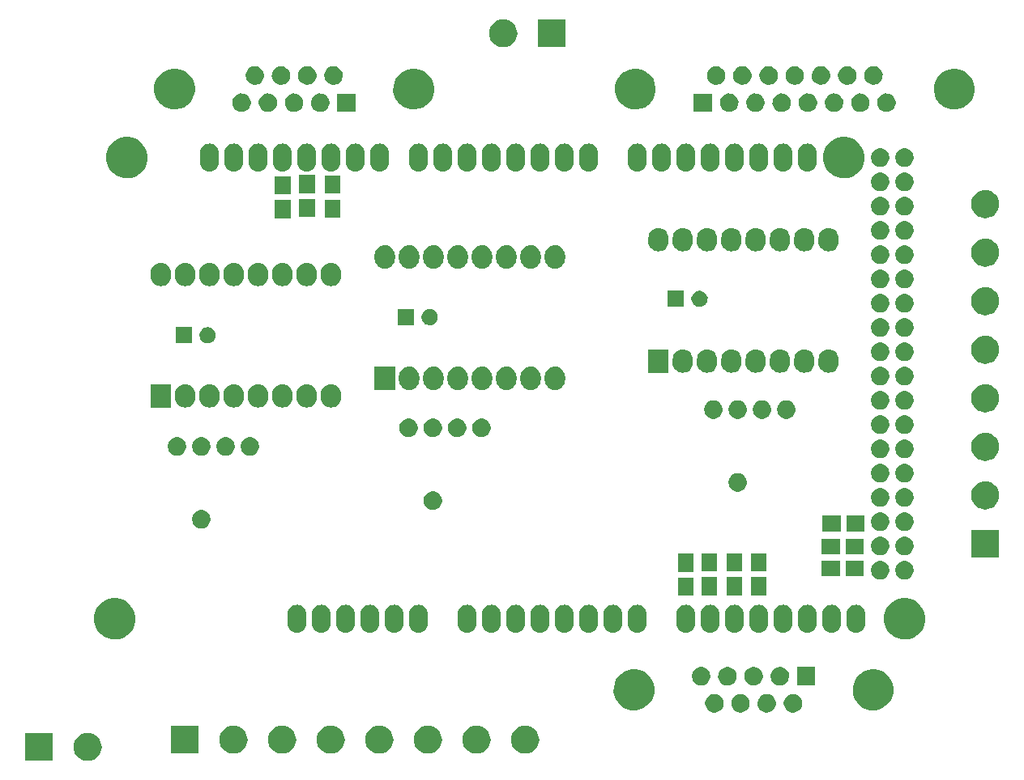
<source format=gbs>
G04 #@! TF.FileFunction,Soldermask,Bot*
%FSLAX46Y46*%
G04 Gerber Fmt 4.6, Leading zero omitted, Abs format (unit mm)*
G04 Created by KiCad (PCBNEW 4.0.5) date Wednesday, August 30, 2017 'PMt' 12:57:39 PM*
%MOMM*%
%LPD*%
G01*
G04 APERTURE LIST*
%ADD10C,0.100000*%
G04 APERTURE END LIST*
D10*
G36*
X85115582Y-143310128D02*
X85115588Y-143310129D01*
X85117637Y-143310143D01*
X85402743Y-143342123D01*
X85676208Y-143428871D01*
X85927614Y-143567083D01*
X86147388Y-143751495D01*
X86327157Y-143975082D01*
X86460073Y-144229328D01*
X86541075Y-144504549D01*
X86541078Y-144504585D01*
X86541081Y-144504594D01*
X86567079Y-144790260D01*
X86537095Y-145075537D01*
X86537094Y-145075542D01*
X86537089Y-145075585D01*
X86452252Y-145349648D01*
X86315798Y-145602014D01*
X86132925Y-145823069D01*
X85910599Y-146004394D01*
X85657286Y-146139083D01*
X85382637Y-146222004D01*
X85097113Y-146250000D01*
X85082852Y-146250000D01*
X85064418Y-146249872D01*
X85064412Y-146249871D01*
X85062363Y-146249857D01*
X84777257Y-146217877D01*
X84503792Y-146131129D01*
X84252386Y-145992917D01*
X84032612Y-145808505D01*
X83852843Y-145584918D01*
X83719927Y-145330672D01*
X83638925Y-145055451D01*
X83638922Y-145055415D01*
X83638919Y-145055406D01*
X83612921Y-144769740D01*
X83642905Y-144484463D01*
X83642906Y-144484458D01*
X83642911Y-144484415D01*
X83727748Y-144210352D01*
X83864202Y-143957986D01*
X84047075Y-143736931D01*
X84269401Y-143555606D01*
X84522714Y-143420917D01*
X84797363Y-143337996D01*
X85082887Y-143310000D01*
X85097148Y-143310000D01*
X85115582Y-143310128D01*
X85115582Y-143310128D01*
G37*
G36*
X81480000Y-146250000D02*
X78540000Y-146250000D01*
X78540000Y-143310000D01*
X81480000Y-143310000D01*
X81480000Y-146250000D01*
X81480000Y-146250000D01*
G37*
G36*
X130835582Y-142548128D02*
X130835588Y-142548129D01*
X130837637Y-142548143D01*
X131122743Y-142580123D01*
X131396208Y-142666871D01*
X131647614Y-142805083D01*
X131867388Y-142989495D01*
X132047157Y-143213082D01*
X132180073Y-143467328D01*
X132261075Y-143742549D01*
X132261078Y-143742585D01*
X132261081Y-143742594D01*
X132287079Y-144028260D01*
X132257095Y-144313537D01*
X132257094Y-144313542D01*
X132257089Y-144313585D01*
X132172252Y-144587648D01*
X132035798Y-144840014D01*
X131852925Y-145061069D01*
X131630599Y-145242394D01*
X131377286Y-145377083D01*
X131102637Y-145460004D01*
X130817113Y-145488000D01*
X130802852Y-145488000D01*
X130784418Y-145487872D01*
X130784412Y-145487871D01*
X130782363Y-145487857D01*
X130497257Y-145455877D01*
X130223792Y-145369129D01*
X129972386Y-145230917D01*
X129752612Y-145046505D01*
X129572843Y-144822918D01*
X129439927Y-144568672D01*
X129358925Y-144293451D01*
X129358922Y-144293415D01*
X129358919Y-144293406D01*
X129332921Y-144007740D01*
X129362905Y-143722463D01*
X129362906Y-143722458D01*
X129362911Y-143722415D01*
X129447748Y-143448352D01*
X129584202Y-143195986D01*
X129767075Y-142974931D01*
X129989401Y-142793606D01*
X130242714Y-142658917D01*
X130517363Y-142575996D01*
X130802887Y-142548000D01*
X130817148Y-142548000D01*
X130835582Y-142548128D01*
X130835582Y-142548128D01*
G37*
G36*
X125755582Y-142548128D02*
X125755588Y-142548129D01*
X125757637Y-142548143D01*
X126042743Y-142580123D01*
X126316208Y-142666871D01*
X126567614Y-142805083D01*
X126787388Y-142989495D01*
X126967157Y-143213082D01*
X127100073Y-143467328D01*
X127181075Y-143742549D01*
X127181078Y-143742585D01*
X127181081Y-143742594D01*
X127207079Y-144028260D01*
X127177095Y-144313537D01*
X127177094Y-144313542D01*
X127177089Y-144313585D01*
X127092252Y-144587648D01*
X126955798Y-144840014D01*
X126772925Y-145061069D01*
X126550599Y-145242394D01*
X126297286Y-145377083D01*
X126022637Y-145460004D01*
X125737113Y-145488000D01*
X125722852Y-145488000D01*
X125704418Y-145487872D01*
X125704412Y-145487871D01*
X125702363Y-145487857D01*
X125417257Y-145455877D01*
X125143792Y-145369129D01*
X124892386Y-145230917D01*
X124672612Y-145046505D01*
X124492843Y-144822918D01*
X124359927Y-144568672D01*
X124278925Y-144293451D01*
X124278922Y-144293415D01*
X124278919Y-144293406D01*
X124252921Y-144007740D01*
X124282905Y-143722463D01*
X124282906Y-143722458D01*
X124282911Y-143722415D01*
X124367748Y-143448352D01*
X124504202Y-143195986D01*
X124687075Y-142974931D01*
X124909401Y-142793606D01*
X125162714Y-142658917D01*
X125437363Y-142575996D01*
X125722887Y-142548000D01*
X125737148Y-142548000D01*
X125755582Y-142548128D01*
X125755582Y-142548128D01*
G37*
G36*
X120675582Y-142548128D02*
X120675588Y-142548129D01*
X120677637Y-142548143D01*
X120962743Y-142580123D01*
X121236208Y-142666871D01*
X121487614Y-142805083D01*
X121707388Y-142989495D01*
X121887157Y-143213082D01*
X122020073Y-143467328D01*
X122101075Y-143742549D01*
X122101078Y-143742585D01*
X122101081Y-143742594D01*
X122127079Y-144028260D01*
X122097095Y-144313537D01*
X122097094Y-144313542D01*
X122097089Y-144313585D01*
X122012252Y-144587648D01*
X121875798Y-144840014D01*
X121692925Y-145061069D01*
X121470599Y-145242394D01*
X121217286Y-145377083D01*
X120942637Y-145460004D01*
X120657113Y-145488000D01*
X120642852Y-145488000D01*
X120624418Y-145487872D01*
X120624412Y-145487871D01*
X120622363Y-145487857D01*
X120337257Y-145455877D01*
X120063792Y-145369129D01*
X119812386Y-145230917D01*
X119592612Y-145046505D01*
X119412843Y-144822918D01*
X119279927Y-144568672D01*
X119198925Y-144293451D01*
X119198922Y-144293415D01*
X119198919Y-144293406D01*
X119172921Y-144007740D01*
X119202905Y-143722463D01*
X119202906Y-143722458D01*
X119202911Y-143722415D01*
X119287748Y-143448352D01*
X119424202Y-143195986D01*
X119607075Y-142974931D01*
X119829401Y-142793606D01*
X120082714Y-142658917D01*
X120357363Y-142575996D01*
X120642887Y-142548000D01*
X120657148Y-142548000D01*
X120675582Y-142548128D01*
X120675582Y-142548128D01*
G37*
G36*
X115595582Y-142548128D02*
X115595588Y-142548129D01*
X115597637Y-142548143D01*
X115882743Y-142580123D01*
X116156208Y-142666871D01*
X116407614Y-142805083D01*
X116627388Y-142989495D01*
X116807157Y-143213082D01*
X116940073Y-143467328D01*
X117021075Y-143742549D01*
X117021078Y-143742585D01*
X117021081Y-143742594D01*
X117047079Y-144028260D01*
X117017095Y-144313537D01*
X117017094Y-144313542D01*
X117017089Y-144313585D01*
X116932252Y-144587648D01*
X116795798Y-144840014D01*
X116612925Y-145061069D01*
X116390599Y-145242394D01*
X116137286Y-145377083D01*
X115862637Y-145460004D01*
X115577113Y-145488000D01*
X115562852Y-145488000D01*
X115544418Y-145487872D01*
X115544412Y-145487871D01*
X115542363Y-145487857D01*
X115257257Y-145455877D01*
X114983792Y-145369129D01*
X114732386Y-145230917D01*
X114512612Y-145046505D01*
X114332843Y-144822918D01*
X114199927Y-144568672D01*
X114118925Y-144293451D01*
X114118922Y-144293415D01*
X114118919Y-144293406D01*
X114092921Y-144007740D01*
X114122905Y-143722463D01*
X114122906Y-143722458D01*
X114122911Y-143722415D01*
X114207748Y-143448352D01*
X114344202Y-143195986D01*
X114527075Y-142974931D01*
X114749401Y-142793606D01*
X115002714Y-142658917D01*
X115277363Y-142575996D01*
X115562887Y-142548000D01*
X115577148Y-142548000D01*
X115595582Y-142548128D01*
X115595582Y-142548128D01*
G37*
G36*
X110515582Y-142548128D02*
X110515588Y-142548129D01*
X110517637Y-142548143D01*
X110802743Y-142580123D01*
X111076208Y-142666871D01*
X111327614Y-142805083D01*
X111547388Y-142989495D01*
X111727157Y-143213082D01*
X111860073Y-143467328D01*
X111941075Y-143742549D01*
X111941078Y-143742585D01*
X111941081Y-143742594D01*
X111967079Y-144028260D01*
X111937095Y-144313537D01*
X111937094Y-144313542D01*
X111937089Y-144313585D01*
X111852252Y-144587648D01*
X111715798Y-144840014D01*
X111532925Y-145061069D01*
X111310599Y-145242394D01*
X111057286Y-145377083D01*
X110782637Y-145460004D01*
X110497113Y-145488000D01*
X110482852Y-145488000D01*
X110464418Y-145487872D01*
X110464412Y-145487871D01*
X110462363Y-145487857D01*
X110177257Y-145455877D01*
X109903792Y-145369129D01*
X109652386Y-145230917D01*
X109432612Y-145046505D01*
X109252843Y-144822918D01*
X109119927Y-144568672D01*
X109038925Y-144293451D01*
X109038922Y-144293415D01*
X109038919Y-144293406D01*
X109012921Y-144007740D01*
X109042905Y-143722463D01*
X109042906Y-143722458D01*
X109042911Y-143722415D01*
X109127748Y-143448352D01*
X109264202Y-143195986D01*
X109447075Y-142974931D01*
X109669401Y-142793606D01*
X109922714Y-142658917D01*
X110197363Y-142575996D01*
X110482887Y-142548000D01*
X110497148Y-142548000D01*
X110515582Y-142548128D01*
X110515582Y-142548128D01*
G37*
G36*
X105435582Y-142548128D02*
X105435588Y-142548129D01*
X105437637Y-142548143D01*
X105722743Y-142580123D01*
X105996208Y-142666871D01*
X106247614Y-142805083D01*
X106467388Y-142989495D01*
X106647157Y-143213082D01*
X106780073Y-143467328D01*
X106861075Y-143742549D01*
X106861078Y-143742585D01*
X106861081Y-143742594D01*
X106887079Y-144028260D01*
X106857095Y-144313537D01*
X106857094Y-144313542D01*
X106857089Y-144313585D01*
X106772252Y-144587648D01*
X106635798Y-144840014D01*
X106452925Y-145061069D01*
X106230599Y-145242394D01*
X105977286Y-145377083D01*
X105702637Y-145460004D01*
X105417113Y-145488000D01*
X105402852Y-145488000D01*
X105384418Y-145487872D01*
X105384412Y-145487871D01*
X105382363Y-145487857D01*
X105097257Y-145455877D01*
X104823792Y-145369129D01*
X104572386Y-145230917D01*
X104352612Y-145046505D01*
X104172843Y-144822918D01*
X104039927Y-144568672D01*
X103958925Y-144293451D01*
X103958922Y-144293415D01*
X103958919Y-144293406D01*
X103932921Y-144007740D01*
X103962905Y-143722463D01*
X103962906Y-143722458D01*
X103962911Y-143722415D01*
X104047748Y-143448352D01*
X104184202Y-143195986D01*
X104367075Y-142974931D01*
X104589401Y-142793606D01*
X104842714Y-142658917D01*
X105117363Y-142575996D01*
X105402887Y-142548000D01*
X105417148Y-142548000D01*
X105435582Y-142548128D01*
X105435582Y-142548128D01*
G37*
G36*
X96720000Y-145488000D02*
X93780000Y-145488000D01*
X93780000Y-142548000D01*
X96720000Y-142548000D01*
X96720000Y-145488000D01*
X96720000Y-145488000D01*
G37*
G36*
X100355582Y-142548128D02*
X100355588Y-142548129D01*
X100357637Y-142548143D01*
X100642743Y-142580123D01*
X100916208Y-142666871D01*
X101167614Y-142805083D01*
X101387388Y-142989495D01*
X101567157Y-143213082D01*
X101700073Y-143467328D01*
X101781075Y-143742549D01*
X101781078Y-143742585D01*
X101781081Y-143742594D01*
X101807079Y-144028260D01*
X101777095Y-144313537D01*
X101777094Y-144313542D01*
X101777089Y-144313585D01*
X101692252Y-144587648D01*
X101555798Y-144840014D01*
X101372925Y-145061069D01*
X101150599Y-145242394D01*
X100897286Y-145377083D01*
X100622637Y-145460004D01*
X100337113Y-145488000D01*
X100322852Y-145488000D01*
X100304418Y-145487872D01*
X100304412Y-145487871D01*
X100302363Y-145487857D01*
X100017257Y-145455877D01*
X99743792Y-145369129D01*
X99492386Y-145230917D01*
X99272612Y-145046505D01*
X99092843Y-144822918D01*
X98959927Y-144568672D01*
X98878925Y-144293451D01*
X98878922Y-144293415D01*
X98878919Y-144293406D01*
X98852921Y-144007740D01*
X98882905Y-143722463D01*
X98882906Y-143722458D01*
X98882911Y-143722415D01*
X98967748Y-143448352D01*
X99104202Y-143195986D01*
X99287075Y-142974931D01*
X99509401Y-142793606D01*
X99762714Y-142658917D01*
X100037363Y-142575996D01*
X100322887Y-142548000D01*
X100337148Y-142548000D01*
X100355582Y-142548128D01*
X100355582Y-142548128D01*
G37*
G36*
X156171047Y-139258638D02*
X156355844Y-139296572D01*
X156529768Y-139369683D01*
X156686172Y-139475179D01*
X156819107Y-139609044D01*
X156923507Y-139766180D01*
X156995399Y-139940603D01*
X157031974Y-140125322D01*
X157031974Y-140125327D01*
X157032042Y-140125671D01*
X157029033Y-140341154D01*
X157028956Y-140341492D01*
X157028956Y-140341501D01*
X156987237Y-140525127D01*
X156910505Y-140697471D01*
X156801755Y-140851633D01*
X156665133Y-140981736D01*
X156505844Y-141082824D01*
X156329951Y-141151049D01*
X156144163Y-141183809D01*
X155955544Y-141179857D01*
X155771285Y-141139345D01*
X155598405Y-141063816D01*
X155443492Y-140956148D01*
X155312438Y-140820439D01*
X155210240Y-140661858D01*
X155140788Y-140486442D01*
X155106733Y-140300890D01*
X155109366Y-140112249D01*
X155148592Y-139927711D01*
X155222911Y-139754310D01*
X155329498Y-139598644D01*
X155464288Y-139466648D01*
X155622152Y-139363345D01*
X155797074Y-139292671D01*
X155982387Y-139257321D01*
X156171047Y-139258638D01*
X156171047Y-139258638D01*
G37*
G36*
X158911047Y-139258638D02*
X159095844Y-139296572D01*
X159269768Y-139369683D01*
X159426172Y-139475179D01*
X159559107Y-139609044D01*
X159663507Y-139766180D01*
X159735399Y-139940603D01*
X159771974Y-140125322D01*
X159771974Y-140125327D01*
X159772042Y-140125671D01*
X159769033Y-140341154D01*
X159768956Y-140341492D01*
X159768956Y-140341501D01*
X159727237Y-140525127D01*
X159650505Y-140697471D01*
X159541755Y-140851633D01*
X159405133Y-140981736D01*
X159245844Y-141082824D01*
X159069951Y-141151049D01*
X158884163Y-141183809D01*
X158695544Y-141179857D01*
X158511285Y-141139345D01*
X158338405Y-141063816D01*
X158183492Y-140956148D01*
X158052438Y-140820439D01*
X157950240Y-140661858D01*
X157880788Y-140486442D01*
X157846733Y-140300890D01*
X157849366Y-140112249D01*
X157888592Y-139927711D01*
X157962911Y-139754310D01*
X158069498Y-139598644D01*
X158204288Y-139466648D01*
X158362152Y-139363345D01*
X158537074Y-139292671D01*
X158722387Y-139257321D01*
X158911047Y-139258638D01*
X158911047Y-139258638D01*
G37*
G36*
X153431047Y-139258638D02*
X153615844Y-139296572D01*
X153789768Y-139369683D01*
X153946172Y-139475179D01*
X154079107Y-139609044D01*
X154183507Y-139766180D01*
X154255399Y-139940603D01*
X154291974Y-140125322D01*
X154291974Y-140125327D01*
X154292042Y-140125671D01*
X154289033Y-140341154D01*
X154288956Y-140341492D01*
X154288956Y-140341501D01*
X154247237Y-140525127D01*
X154170505Y-140697471D01*
X154061755Y-140851633D01*
X153925133Y-140981736D01*
X153765844Y-141082824D01*
X153589951Y-141151049D01*
X153404163Y-141183809D01*
X153215544Y-141179857D01*
X153031285Y-141139345D01*
X152858405Y-141063816D01*
X152703492Y-140956148D01*
X152572438Y-140820439D01*
X152470240Y-140661858D01*
X152400788Y-140486442D01*
X152366733Y-140300890D01*
X152369366Y-140112249D01*
X152408592Y-139927711D01*
X152482911Y-139754310D01*
X152589498Y-139598644D01*
X152724288Y-139466648D01*
X152882152Y-139363345D01*
X153057074Y-139292671D01*
X153242387Y-139257321D01*
X153431047Y-139258638D01*
X153431047Y-139258638D01*
G37*
G36*
X150691047Y-139258638D02*
X150875844Y-139296572D01*
X151049768Y-139369683D01*
X151206172Y-139475179D01*
X151339107Y-139609044D01*
X151443507Y-139766180D01*
X151515399Y-139940603D01*
X151551974Y-140125322D01*
X151551974Y-140125327D01*
X151552042Y-140125671D01*
X151549033Y-140341154D01*
X151548956Y-140341492D01*
X151548956Y-140341501D01*
X151507237Y-140525127D01*
X151430505Y-140697471D01*
X151321755Y-140851633D01*
X151185133Y-140981736D01*
X151025844Y-141082824D01*
X150849951Y-141151049D01*
X150664163Y-141183809D01*
X150475544Y-141179857D01*
X150291285Y-141139345D01*
X150118405Y-141063816D01*
X149963492Y-140956148D01*
X149832438Y-140820439D01*
X149730240Y-140661858D01*
X149660788Y-140486442D01*
X149626733Y-140300890D01*
X149629366Y-140112249D01*
X149668592Y-139927711D01*
X149742911Y-139754310D01*
X149849498Y-139598644D01*
X149984288Y-139466648D01*
X150142152Y-139363345D01*
X150317074Y-139292671D01*
X150502387Y-139257321D01*
X150691047Y-139258638D01*
X150691047Y-139258638D01*
G37*
G36*
X142428832Y-136670417D02*
X142838200Y-136754449D01*
X143223463Y-136916398D01*
X143569926Y-137150091D01*
X143864400Y-137446627D01*
X144095666Y-137794713D01*
X144254920Y-138181090D01*
X144336024Y-138590695D01*
X144336024Y-138590706D01*
X144336091Y-138591045D01*
X144329426Y-139068377D01*
X144329350Y-139068711D01*
X144329350Y-139068724D01*
X144236840Y-139475906D01*
X144066862Y-139857683D01*
X143825963Y-140199178D01*
X143523324Y-140487378D01*
X143170469Y-140711307D01*
X142780841Y-140862433D01*
X142369281Y-140935003D01*
X141951460Y-140926250D01*
X141543296Y-140836509D01*
X141160337Y-140669199D01*
X140817174Y-140430694D01*
X140526868Y-140130074D01*
X140300482Y-139778790D01*
X140146636Y-139390221D01*
X140071197Y-138979183D01*
X140077031Y-138561311D01*
X140163921Y-138152530D01*
X140328552Y-137768415D01*
X140564659Y-137423590D01*
X140863244Y-137131194D01*
X141212939Y-136902360D01*
X141600420Y-136745807D01*
X142010925Y-136667500D01*
X142428832Y-136670417D01*
X142428832Y-136670417D01*
G37*
G36*
X167418832Y-136670417D02*
X167828200Y-136754449D01*
X168213463Y-136916398D01*
X168559926Y-137150091D01*
X168854400Y-137446627D01*
X169085666Y-137794713D01*
X169244920Y-138181090D01*
X169326024Y-138590695D01*
X169326024Y-138590706D01*
X169326091Y-138591045D01*
X169319426Y-139068377D01*
X169319350Y-139068711D01*
X169319350Y-139068724D01*
X169226840Y-139475906D01*
X169056862Y-139857683D01*
X168815963Y-140199178D01*
X168513324Y-140487378D01*
X168160469Y-140711307D01*
X167770841Y-140862433D01*
X167359281Y-140935003D01*
X166941460Y-140926250D01*
X166533296Y-140836509D01*
X166150337Y-140669199D01*
X165807174Y-140430694D01*
X165516868Y-140130074D01*
X165290482Y-139778790D01*
X165136636Y-139390221D01*
X165061197Y-138979183D01*
X165067031Y-138561311D01*
X165153921Y-138152530D01*
X165318552Y-137768415D01*
X165554659Y-137423590D01*
X165853244Y-137131194D01*
X166202939Y-136902360D01*
X166590420Y-136745807D01*
X167000925Y-136667500D01*
X167418832Y-136670417D01*
X167418832Y-136670417D01*
G37*
G36*
X157541047Y-136418638D02*
X157725844Y-136456572D01*
X157899768Y-136529683D01*
X158056172Y-136635179D01*
X158189107Y-136769044D01*
X158293507Y-136926180D01*
X158365399Y-137100603D01*
X158401974Y-137285322D01*
X158401974Y-137285327D01*
X158402042Y-137285671D01*
X158399033Y-137501154D01*
X158398956Y-137501492D01*
X158398956Y-137501501D01*
X158357237Y-137685127D01*
X158280505Y-137857471D01*
X158171755Y-138011633D01*
X158035133Y-138141736D01*
X157875844Y-138242824D01*
X157699951Y-138311049D01*
X157514163Y-138343809D01*
X157325544Y-138339857D01*
X157141285Y-138299345D01*
X156968405Y-138223816D01*
X156813492Y-138116148D01*
X156682438Y-137980439D01*
X156580240Y-137821858D01*
X156510788Y-137646442D01*
X156476733Y-137460890D01*
X156479366Y-137272249D01*
X156518592Y-137087711D01*
X156592911Y-136914310D01*
X156699498Y-136758644D01*
X156834288Y-136626648D01*
X156992152Y-136523345D01*
X157167074Y-136452671D01*
X157352387Y-136417321D01*
X157541047Y-136418638D01*
X157541047Y-136418638D01*
G37*
G36*
X154801047Y-136418638D02*
X154985844Y-136456572D01*
X155159768Y-136529683D01*
X155316172Y-136635179D01*
X155449107Y-136769044D01*
X155553507Y-136926180D01*
X155625399Y-137100603D01*
X155661974Y-137285322D01*
X155661974Y-137285327D01*
X155662042Y-137285671D01*
X155659033Y-137501154D01*
X155658956Y-137501492D01*
X155658956Y-137501501D01*
X155617237Y-137685127D01*
X155540505Y-137857471D01*
X155431755Y-138011633D01*
X155295133Y-138141736D01*
X155135844Y-138242824D01*
X154959951Y-138311049D01*
X154774163Y-138343809D01*
X154585544Y-138339857D01*
X154401285Y-138299345D01*
X154228405Y-138223816D01*
X154073492Y-138116148D01*
X153942438Y-137980439D01*
X153840240Y-137821858D01*
X153770788Y-137646442D01*
X153736733Y-137460890D01*
X153739366Y-137272249D01*
X153778592Y-137087711D01*
X153852911Y-136914310D01*
X153959498Y-136758644D01*
X154094288Y-136626648D01*
X154252152Y-136523345D01*
X154427074Y-136452671D01*
X154612387Y-136417321D01*
X154801047Y-136418638D01*
X154801047Y-136418638D01*
G37*
G36*
X152061047Y-136418638D02*
X152245844Y-136456572D01*
X152419768Y-136529683D01*
X152576172Y-136635179D01*
X152709107Y-136769044D01*
X152813507Y-136926180D01*
X152885399Y-137100603D01*
X152921974Y-137285322D01*
X152921974Y-137285327D01*
X152922042Y-137285671D01*
X152919033Y-137501154D01*
X152918956Y-137501492D01*
X152918956Y-137501501D01*
X152877237Y-137685127D01*
X152800505Y-137857471D01*
X152691755Y-138011633D01*
X152555133Y-138141736D01*
X152395844Y-138242824D01*
X152219951Y-138311049D01*
X152034163Y-138343809D01*
X151845544Y-138339857D01*
X151661285Y-138299345D01*
X151488405Y-138223816D01*
X151333492Y-138116148D01*
X151202438Y-137980439D01*
X151100240Y-137821858D01*
X151030788Y-137646442D01*
X150996733Y-137460890D01*
X150999366Y-137272249D01*
X151038592Y-137087711D01*
X151112911Y-136914310D01*
X151219498Y-136758644D01*
X151354288Y-136626648D01*
X151512152Y-136523345D01*
X151687074Y-136452671D01*
X151872387Y-136417321D01*
X152061047Y-136418638D01*
X152061047Y-136418638D01*
G37*
G36*
X149321047Y-136418638D02*
X149505844Y-136456572D01*
X149679768Y-136529683D01*
X149836172Y-136635179D01*
X149969107Y-136769044D01*
X150073507Y-136926180D01*
X150145399Y-137100603D01*
X150181974Y-137285322D01*
X150181974Y-137285327D01*
X150182042Y-137285671D01*
X150179033Y-137501154D01*
X150178956Y-137501492D01*
X150178956Y-137501501D01*
X150137237Y-137685127D01*
X150060505Y-137857471D01*
X149951755Y-138011633D01*
X149815133Y-138141736D01*
X149655844Y-138242824D01*
X149479951Y-138311049D01*
X149294163Y-138343809D01*
X149105544Y-138339857D01*
X148921285Y-138299345D01*
X148748405Y-138223816D01*
X148593492Y-138116148D01*
X148462438Y-137980439D01*
X148360240Y-137821858D01*
X148290788Y-137646442D01*
X148256733Y-137460890D01*
X148259366Y-137272249D01*
X148298592Y-137087711D01*
X148372911Y-136914310D01*
X148479498Y-136758644D01*
X148614288Y-136626648D01*
X148772152Y-136523345D01*
X148947074Y-136452671D01*
X149132387Y-136417321D01*
X149321047Y-136418638D01*
X149321047Y-136418638D01*
G37*
G36*
X161142000Y-138342000D02*
X159218000Y-138342000D01*
X159218000Y-136418000D01*
X161142000Y-136418000D01*
X161142000Y-138342000D01*
X161142000Y-138342000D01*
G37*
G36*
X88147770Y-129212142D02*
X88564342Y-129297653D01*
X88956385Y-129462452D01*
X89308945Y-129700257D01*
X89608601Y-130002012D01*
X89843937Y-130356223D01*
X90005993Y-130749399D01*
X90088525Y-131166218D01*
X90088525Y-131166224D01*
X90088593Y-131166568D01*
X90081810Y-131652300D01*
X90081733Y-131652638D01*
X90081733Y-131652647D01*
X89987595Y-132067000D01*
X89814626Y-132455495D01*
X89569488Y-132802999D01*
X89261522Y-133096271D01*
X88902460Y-133324139D01*
X88505972Y-133477926D01*
X88087172Y-133551773D01*
X87661999Y-133542866D01*
X87246652Y-133451546D01*
X86856954Y-133281291D01*
X86507752Y-133038589D01*
X86212338Y-132732679D01*
X85981968Y-132375214D01*
X85825415Y-131979808D01*
X85748648Y-131561536D01*
X85754585Y-131136311D01*
X85843004Y-130720337D01*
X86010532Y-130329462D01*
X86250794Y-129978569D01*
X86554633Y-129681028D01*
X86910481Y-129448167D01*
X87304781Y-129288859D01*
X87722510Y-129209174D01*
X88147770Y-129212142D01*
X88147770Y-129212142D01*
G37*
G36*
X170697770Y-129212142D02*
X171114342Y-129297653D01*
X171506385Y-129462452D01*
X171858945Y-129700257D01*
X172158601Y-130002012D01*
X172393937Y-130356223D01*
X172555993Y-130749399D01*
X172638525Y-131166218D01*
X172638525Y-131166224D01*
X172638593Y-131166568D01*
X172631810Y-131652300D01*
X172631733Y-131652638D01*
X172631733Y-131652647D01*
X172537595Y-132067000D01*
X172364626Y-132455495D01*
X172119488Y-132802999D01*
X171811522Y-133096271D01*
X171452460Y-133324139D01*
X171055972Y-133477926D01*
X170637172Y-133551773D01*
X170211999Y-133542866D01*
X169796652Y-133451546D01*
X169406954Y-133281291D01*
X169057752Y-133038589D01*
X168762338Y-132732679D01*
X168531968Y-132375214D01*
X168375415Y-131979808D01*
X168298648Y-131561536D01*
X168304585Y-131136311D01*
X168393004Y-130720337D01*
X168560532Y-130329462D01*
X168800794Y-129978569D01*
X169104633Y-129681028D01*
X169460481Y-129448167D01*
X169854781Y-129288859D01*
X170272510Y-129209174D01*
X170697770Y-129212142D01*
X170697770Y-129212142D01*
G37*
G36*
X147803390Y-129921729D02*
X147803400Y-129921732D01*
X147803437Y-129921736D01*
X147982790Y-129977255D01*
X148147944Y-130066553D01*
X148292607Y-130186229D01*
X148411270Y-130331724D01*
X148499413Y-130497497D01*
X148553679Y-130677234D01*
X148572000Y-130864087D01*
X148572000Y-131894346D01*
X148571921Y-131905689D01*
X148571920Y-131905695D01*
X148571906Y-131907745D01*
X148550978Y-132094324D01*
X148494208Y-132273285D01*
X148403759Y-132437811D01*
X148283076Y-132581636D01*
X148136756Y-132699280D01*
X147970372Y-132786264D01*
X147790261Y-132839273D01*
X147790230Y-132839276D01*
X147790216Y-132839280D01*
X147603287Y-132856291D01*
X147416610Y-132836671D01*
X147416600Y-132836668D01*
X147416563Y-132836664D01*
X147237210Y-132781145D01*
X147072056Y-132691847D01*
X146927393Y-132572171D01*
X146808730Y-132426676D01*
X146720587Y-132260903D01*
X146666321Y-132081166D01*
X146648000Y-131894313D01*
X146648000Y-130864054D01*
X146648079Y-130852711D01*
X146648080Y-130852705D01*
X146648094Y-130850655D01*
X146669022Y-130664076D01*
X146725792Y-130485115D01*
X146816241Y-130320589D01*
X146936924Y-130176764D01*
X147083244Y-130059120D01*
X147249628Y-129972136D01*
X147429739Y-129919127D01*
X147429770Y-129919124D01*
X147429784Y-129919120D01*
X147616713Y-129902109D01*
X147803390Y-129921729D01*
X147803390Y-129921729D01*
G37*
G36*
X142723390Y-129921729D02*
X142723400Y-129921732D01*
X142723437Y-129921736D01*
X142902790Y-129977255D01*
X143067944Y-130066553D01*
X143212607Y-130186229D01*
X143331270Y-130331724D01*
X143419413Y-130497497D01*
X143473679Y-130677234D01*
X143492000Y-130864087D01*
X143492000Y-131894346D01*
X143491921Y-131905689D01*
X143491920Y-131905695D01*
X143491906Y-131907745D01*
X143470978Y-132094324D01*
X143414208Y-132273285D01*
X143323759Y-132437811D01*
X143203076Y-132581636D01*
X143056756Y-132699280D01*
X142890372Y-132786264D01*
X142710261Y-132839273D01*
X142710230Y-132839276D01*
X142710216Y-132839280D01*
X142523287Y-132856291D01*
X142336610Y-132836671D01*
X142336600Y-132836668D01*
X142336563Y-132836664D01*
X142157210Y-132781145D01*
X141992056Y-132691847D01*
X141847393Y-132572171D01*
X141728730Y-132426676D01*
X141640587Y-132260903D01*
X141586321Y-132081166D01*
X141568000Y-131894313D01*
X141568000Y-130864054D01*
X141568079Y-130852711D01*
X141568080Y-130852705D01*
X141568094Y-130850655D01*
X141589022Y-130664076D01*
X141645792Y-130485115D01*
X141736241Y-130320589D01*
X141856924Y-130176764D01*
X142003244Y-130059120D01*
X142169628Y-129972136D01*
X142349739Y-129919127D01*
X142349770Y-129919124D01*
X142349784Y-129919120D01*
X142536713Y-129902109D01*
X142723390Y-129921729D01*
X142723390Y-129921729D01*
G37*
G36*
X140183390Y-129921729D02*
X140183400Y-129921732D01*
X140183437Y-129921736D01*
X140362790Y-129977255D01*
X140527944Y-130066553D01*
X140672607Y-130186229D01*
X140791270Y-130331724D01*
X140879413Y-130497497D01*
X140933679Y-130677234D01*
X140952000Y-130864087D01*
X140952000Y-131894346D01*
X140951921Y-131905689D01*
X140951920Y-131905695D01*
X140951906Y-131907745D01*
X140930978Y-132094324D01*
X140874208Y-132273285D01*
X140783759Y-132437811D01*
X140663076Y-132581636D01*
X140516756Y-132699280D01*
X140350372Y-132786264D01*
X140170261Y-132839273D01*
X140170230Y-132839276D01*
X140170216Y-132839280D01*
X139983287Y-132856291D01*
X139796610Y-132836671D01*
X139796600Y-132836668D01*
X139796563Y-132836664D01*
X139617210Y-132781145D01*
X139452056Y-132691847D01*
X139307393Y-132572171D01*
X139188730Y-132426676D01*
X139100587Y-132260903D01*
X139046321Y-132081166D01*
X139028000Y-131894313D01*
X139028000Y-130864054D01*
X139028079Y-130852711D01*
X139028080Y-130852705D01*
X139028094Y-130850655D01*
X139049022Y-130664076D01*
X139105792Y-130485115D01*
X139196241Y-130320589D01*
X139316924Y-130176764D01*
X139463244Y-130059120D01*
X139629628Y-129972136D01*
X139809739Y-129919127D01*
X139809770Y-129919124D01*
X139809784Y-129919120D01*
X139996713Y-129902109D01*
X140183390Y-129921729D01*
X140183390Y-129921729D01*
G37*
G36*
X137643390Y-129921729D02*
X137643400Y-129921732D01*
X137643437Y-129921736D01*
X137822790Y-129977255D01*
X137987944Y-130066553D01*
X138132607Y-130186229D01*
X138251270Y-130331724D01*
X138339413Y-130497497D01*
X138393679Y-130677234D01*
X138412000Y-130864087D01*
X138412000Y-131894346D01*
X138411921Y-131905689D01*
X138411920Y-131905695D01*
X138411906Y-131907745D01*
X138390978Y-132094324D01*
X138334208Y-132273285D01*
X138243759Y-132437811D01*
X138123076Y-132581636D01*
X137976756Y-132699280D01*
X137810372Y-132786264D01*
X137630261Y-132839273D01*
X137630230Y-132839276D01*
X137630216Y-132839280D01*
X137443287Y-132856291D01*
X137256610Y-132836671D01*
X137256600Y-132836668D01*
X137256563Y-132836664D01*
X137077210Y-132781145D01*
X136912056Y-132691847D01*
X136767393Y-132572171D01*
X136648730Y-132426676D01*
X136560587Y-132260903D01*
X136506321Y-132081166D01*
X136488000Y-131894313D01*
X136488000Y-130864054D01*
X136488079Y-130852711D01*
X136488080Y-130852705D01*
X136488094Y-130850655D01*
X136509022Y-130664076D01*
X136565792Y-130485115D01*
X136656241Y-130320589D01*
X136776924Y-130176764D01*
X136923244Y-130059120D01*
X137089628Y-129972136D01*
X137269739Y-129919127D01*
X137269770Y-129919124D01*
X137269784Y-129919120D01*
X137456713Y-129902109D01*
X137643390Y-129921729D01*
X137643390Y-129921729D01*
G37*
G36*
X135103390Y-129921729D02*
X135103400Y-129921732D01*
X135103437Y-129921736D01*
X135282790Y-129977255D01*
X135447944Y-130066553D01*
X135592607Y-130186229D01*
X135711270Y-130331724D01*
X135799413Y-130497497D01*
X135853679Y-130677234D01*
X135872000Y-130864087D01*
X135872000Y-131894346D01*
X135871921Y-131905689D01*
X135871920Y-131905695D01*
X135871906Y-131907745D01*
X135850978Y-132094324D01*
X135794208Y-132273285D01*
X135703759Y-132437811D01*
X135583076Y-132581636D01*
X135436756Y-132699280D01*
X135270372Y-132786264D01*
X135090261Y-132839273D01*
X135090230Y-132839276D01*
X135090216Y-132839280D01*
X134903287Y-132856291D01*
X134716610Y-132836671D01*
X134716600Y-132836668D01*
X134716563Y-132836664D01*
X134537210Y-132781145D01*
X134372056Y-132691847D01*
X134227393Y-132572171D01*
X134108730Y-132426676D01*
X134020587Y-132260903D01*
X133966321Y-132081166D01*
X133948000Y-131894313D01*
X133948000Y-130864054D01*
X133948079Y-130852711D01*
X133948080Y-130852705D01*
X133948094Y-130850655D01*
X133969022Y-130664076D01*
X134025792Y-130485115D01*
X134116241Y-130320589D01*
X134236924Y-130176764D01*
X134383244Y-130059120D01*
X134549628Y-129972136D01*
X134729739Y-129919127D01*
X134729770Y-129919124D01*
X134729784Y-129919120D01*
X134916713Y-129902109D01*
X135103390Y-129921729D01*
X135103390Y-129921729D01*
G37*
G36*
X132563390Y-129921729D02*
X132563400Y-129921732D01*
X132563437Y-129921736D01*
X132742790Y-129977255D01*
X132907944Y-130066553D01*
X133052607Y-130186229D01*
X133171270Y-130331724D01*
X133259413Y-130497497D01*
X133313679Y-130677234D01*
X133332000Y-130864087D01*
X133332000Y-131894346D01*
X133331921Y-131905689D01*
X133331920Y-131905695D01*
X133331906Y-131907745D01*
X133310978Y-132094324D01*
X133254208Y-132273285D01*
X133163759Y-132437811D01*
X133043076Y-132581636D01*
X132896756Y-132699280D01*
X132730372Y-132786264D01*
X132550261Y-132839273D01*
X132550230Y-132839276D01*
X132550216Y-132839280D01*
X132363287Y-132856291D01*
X132176610Y-132836671D01*
X132176600Y-132836668D01*
X132176563Y-132836664D01*
X131997210Y-132781145D01*
X131832056Y-132691847D01*
X131687393Y-132572171D01*
X131568730Y-132426676D01*
X131480587Y-132260903D01*
X131426321Y-132081166D01*
X131408000Y-131894313D01*
X131408000Y-130864054D01*
X131408079Y-130852711D01*
X131408080Y-130852705D01*
X131408094Y-130850655D01*
X131429022Y-130664076D01*
X131485792Y-130485115D01*
X131576241Y-130320589D01*
X131696924Y-130176764D01*
X131843244Y-130059120D01*
X132009628Y-129972136D01*
X132189739Y-129919127D01*
X132189770Y-129919124D01*
X132189784Y-129919120D01*
X132376713Y-129902109D01*
X132563390Y-129921729D01*
X132563390Y-129921729D01*
G37*
G36*
X130023390Y-129921729D02*
X130023400Y-129921732D01*
X130023437Y-129921736D01*
X130202790Y-129977255D01*
X130367944Y-130066553D01*
X130512607Y-130186229D01*
X130631270Y-130331724D01*
X130719413Y-130497497D01*
X130773679Y-130677234D01*
X130792000Y-130864087D01*
X130792000Y-131894346D01*
X130791921Y-131905689D01*
X130791920Y-131905695D01*
X130791906Y-131907745D01*
X130770978Y-132094324D01*
X130714208Y-132273285D01*
X130623759Y-132437811D01*
X130503076Y-132581636D01*
X130356756Y-132699280D01*
X130190372Y-132786264D01*
X130010261Y-132839273D01*
X130010230Y-132839276D01*
X130010216Y-132839280D01*
X129823287Y-132856291D01*
X129636610Y-132836671D01*
X129636600Y-132836668D01*
X129636563Y-132836664D01*
X129457210Y-132781145D01*
X129292056Y-132691847D01*
X129147393Y-132572171D01*
X129028730Y-132426676D01*
X128940587Y-132260903D01*
X128886321Y-132081166D01*
X128868000Y-131894313D01*
X128868000Y-130864054D01*
X128868079Y-130852711D01*
X128868080Y-130852705D01*
X128868094Y-130850655D01*
X128889022Y-130664076D01*
X128945792Y-130485115D01*
X129036241Y-130320589D01*
X129156924Y-130176764D01*
X129303244Y-130059120D01*
X129469628Y-129972136D01*
X129649739Y-129919127D01*
X129649770Y-129919124D01*
X129649784Y-129919120D01*
X129836713Y-129902109D01*
X130023390Y-129921729D01*
X130023390Y-129921729D01*
G37*
G36*
X127483390Y-129921729D02*
X127483400Y-129921732D01*
X127483437Y-129921736D01*
X127662790Y-129977255D01*
X127827944Y-130066553D01*
X127972607Y-130186229D01*
X128091270Y-130331724D01*
X128179413Y-130497497D01*
X128233679Y-130677234D01*
X128252000Y-130864087D01*
X128252000Y-131894346D01*
X128251921Y-131905689D01*
X128251920Y-131905695D01*
X128251906Y-131907745D01*
X128230978Y-132094324D01*
X128174208Y-132273285D01*
X128083759Y-132437811D01*
X127963076Y-132581636D01*
X127816756Y-132699280D01*
X127650372Y-132786264D01*
X127470261Y-132839273D01*
X127470230Y-132839276D01*
X127470216Y-132839280D01*
X127283287Y-132856291D01*
X127096610Y-132836671D01*
X127096600Y-132836668D01*
X127096563Y-132836664D01*
X126917210Y-132781145D01*
X126752056Y-132691847D01*
X126607393Y-132572171D01*
X126488730Y-132426676D01*
X126400587Y-132260903D01*
X126346321Y-132081166D01*
X126328000Y-131894313D01*
X126328000Y-130864054D01*
X126328079Y-130852711D01*
X126328080Y-130852705D01*
X126328094Y-130850655D01*
X126349022Y-130664076D01*
X126405792Y-130485115D01*
X126496241Y-130320589D01*
X126616924Y-130176764D01*
X126763244Y-130059120D01*
X126929628Y-129972136D01*
X127109739Y-129919127D01*
X127109770Y-129919124D01*
X127109784Y-129919120D01*
X127296713Y-129902109D01*
X127483390Y-129921729D01*
X127483390Y-129921729D01*
G37*
G36*
X124943390Y-129921729D02*
X124943400Y-129921732D01*
X124943437Y-129921736D01*
X125122790Y-129977255D01*
X125287944Y-130066553D01*
X125432607Y-130186229D01*
X125551270Y-130331724D01*
X125639413Y-130497497D01*
X125693679Y-130677234D01*
X125712000Y-130864087D01*
X125712000Y-131894346D01*
X125711921Y-131905689D01*
X125711920Y-131905695D01*
X125711906Y-131907745D01*
X125690978Y-132094324D01*
X125634208Y-132273285D01*
X125543759Y-132437811D01*
X125423076Y-132581636D01*
X125276756Y-132699280D01*
X125110372Y-132786264D01*
X124930261Y-132839273D01*
X124930230Y-132839276D01*
X124930216Y-132839280D01*
X124743287Y-132856291D01*
X124556610Y-132836671D01*
X124556600Y-132836668D01*
X124556563Y-132836664D01*
X124377210Y-132781145D01*
X124212056Y-132691847D01*
X124067393Y-132572171D01*
X123948730Y-132426676D01*
X123860587Y-132260903D01*
X123806321Y-132081166D01*
X123788000Y-131894313D01*
X123788000Y-130864054D01*
X123788079Y-130852711D01*
X123788080Y-130852705D01*
X123788094Y-130850655D01*
X123809022Y-130664076D01*
X123865792Y-130485115D01*
X123956241Y-130320589D01*
X124076924Y-130176764D01*
X124223244Y-130059120D01*
X124389628Y-129972136D01*
X124569739Y-129919127D01*
X124569770Y-129919124D01*
X124569784Y-129919120D01*
X124756713Y-129902109D01*
X124943390Y-129921729D01*
X124943390Y-129921729D01*
G37*
G36*
X119863390Y-129921729D02*
X119863400Y-129921732D01*
X119863437Y-129921736D01*
X120042790Y-129977255D01*
X120207944Y-130066553D01*
X120352607Y-130186229D01*
X120471270Y-130331724D01*
X120559413Y-130497497D01*
X120613679Y-130677234D01*
X120632000Y-130864087D01*
X120632000Y-131894346D01*
X120631921Y-131905689D01*
X120631920Y-131905695D01*
X120631906Y-131907745D01*
X120610978Y-132094324D01*
X120554208Y-132273285D01*
X120463759Y-132437811D01*
X120343076Y-132581636D01*
X120196756Y-132699280D01*
X120030372Y-132786264D01*
X119850261Y-132839273D01*
X119850230Y-132839276D01*
X119850216Y-132839280D01*
X119663287Y-132856291D01*
X119476610Y-132836671D01*
X119476600Y-132836668D01*
X119476563Y-132836664D01*
X119297210Y-132781145D01*
X119132056Y-132691847D01*
X118987393Y-132572171D01*
X118868730Y-132426676D01*
X118780587Y-132260903D01*
X118726321Y-132081166D01*
X118708000Y-131894313D01*
X118708000Y-130864054D01*
X118708079Y-130852711D01*
X118708080Y-130852705D01*
X118708094Y-130850655D01*
X118729022Y-130664076D01*
X118785792Y-130485115D01*
X118876241Y-130320589D01*
X118996924Y-130176764D01*
X119143244Y-130059120D01*
X119309628Y-129972136D01*
X119489739Y-129919127D01*
X119489770Y-129919124D01*
X119489784Y-129919120D01*
X119676713Y-129902109D01*
X119863390Y-129921729D01*
X119863390Y-129921729D01*
G37*
G36*
X152883390Y-129921729D02*
X152883400Y-129921732D01*
X152883437Y-129921736D01*
X153062790Y-129977255D01*
X153227944Y-130066553D01*
X153372607Y-130186229D01*
X153491270Y-130331724D01*
X153579413Y-130497497D01*
X153633679Y-130677234D01*
X153652000Y-130864087D01*
X153652000Y-131894346D01*
X153651921Y-131905689D01*
X153651920Y-131905695D01*
X153651906Y-131907745D01*
X153630978Y-132094324D01*
X153574208Y-132273285D01*
X153483759Y-132437811D01*
X153363076Y-132581636D01*
X153216756Y-132699280D01*
X153050372Y-132786264D01*
X152870261Y-132839273D01*
X152870230Y-132839276D01*
X152870216Y-132839280D01*
X152683287Y-132856291D01*
X152496610Y-132836671D01*
X152496600Y-132836668D01*
X152496563Y-132836664D01*
X152317210Y-132781145D01*
X152152056Y-132691847D01*
X152007393Y-132572171D01*
X151888730Y-132426676D01*
X151800587Y-132260903D01*
X151746321Y-132081166D01*
X151728000Y-131894313D01*
X151728000Y-130864054D01*
X151728079Y-130852711D01*
X151728080Y-130852705D01*
X151728094Y-130850655D01*
X151749022Y-130664076D01*
X151805792Y-130485115D01*
X151896241Y-130320589D01*
X152016924Y-130176764D01*
X152163244Y-130059120D01*
X152329628Y-129972136D01*
X152509739Y-129919127D01*
X152509770Y-129919124D01*
X152509784Y-129919120D01*
X152696713Y-129902109D01*
X152883390Y-129921729D01*
X152883390Y-129921729D01*
G37*
G36*
X150343390Y-129921729D02*
X150343400Y-129921732D01*
X150343437Y-129921736D01*
X150522790Y-129977255D01*
X150687944Y-130066553D01*
X150832607Y-130186229D01*
X150951270Y-130331724D01*
X151039413Y-130497497D01*
X151093679Y-130677234D01*
X151112000Y-130864087D01*
X151112000Y-131894346D01*
X151111921Y-131905689D01*
X151111920Y-131905695D01*
X151111906Y-131907745D01*
X151090978Y-132094324D01*
X151034208Y-132273285D01*
X150943759Y-132437811D01*
X150823076Y-132581636D01*
X150676756Y-132699280D01*
X150510372Y-132786264D01*
X150330261Y-132839273D01*
X150330230Y-132839276D01*
X150330216Y-132839280D01*
X150143287Y-132856291D01*
X149956610Y-132836671D01*
X149956600Y-132836668D01*
X149956563Y-132836664D01*
X149777210Y-132781145D01*
X149612056Y-132691847D01*
X149467393Y-132572171D01*
X149348730Y-132426676D01*
X149260587Y-132260903D01*
X149206321Y-132081166D01*
X149188000Y-131894313D01*
X149188000Y-130864054D01*
X149188079Y-130852711D01*
X149188080Y-130852705D01*
X149188094Y-130850655D01*
X149209022Y-130664076D01*
X149265792Y-130485115D01*
X149356241Y-130320589D01*
X149476924Y-130176764D01*
X149623244Y-130059120D01*
X149789628Y-129972136D01*
X149969739Y-129919127D01*
X149969770Y-129919124D01*
X149969784Y-129919120D01*
X150156713Y-129902109D01*
X150343390Y-129921729D01*
X150343390Y-129921729D01*
G37*
G36*
X117323390Y-129921729D02*
X117323400Y-129921732D01*
X117323437Y-129921736D01*
X117502790Y-129977255D01*
X117667944Y-130066553D01*
X117812607Y-130186229D01*
X117931270Y-130331724D01*
X118019413Y-130497497D01*
X118073679Y-130677234D01*
X118092000Y-130864087D01*
X118092000Y-131894346D01*
X118091921Y-131905689D01*
X118091920Y-131905695D01*
X118091906Y-131907745D01*
X118070978Y-132094324D01*
X118014208Y-132273285D01*
X117923759Y-132437811D01*
X117803076Y-132581636D01*
X117656756Y-132699280D01*
X117490372Y-132786264D01*
X117310261Y-132839273D01*
X117310230Y-132839276D01*
X117310216Y-132839280D01*
X117123287Y-132856291D01*
X116936610Y-132836671D01*
X116936600Y-132836668D01*
X116936563Y-132836664D01*
X116757210Y-132781145D01*
X116592056Y-132691847D01*
X116447393Y-132572171D01*
X116328730Y-132426676D01*
X116240587Y-132260903D01*
X116186321Y-132081166D01*
X116168000Y-131894313D01*
X116168000Y-130864054D01*
X116168079Y-130852711D01*
X116168080Y-130852705D01*
X116168094Y-130850655D01*
X116189022Y-130664076D01*
X116245792Y-130485115D01*
X116336241Y-130320589D01*
X116456924Y-130176764D01*
X116603244Y-130059120D01*
X116769628Y-129972136D01*
X116949739Y-129919127D01*
X116949770Y-129919124D01*
X116949784Y-129919120D01*
X117136713Y-129902109D01*
X117323390Y-129921729D01*
X117323390Y-129921729D01*
G37*
G36*
X114783390Y-129921729D02*
X114783400Y-129921732D01*
X114783437Y-129921736D01*
X114962790Y-129977255D01*
X115127944Y-130066553D01*
X115272607Y-130186229D01*
X115391270Y-130331724D01*
X115479413Y-130497497D01*
X115533679Y-130677234D01*
X115552000Y-130864087D01*
X115552000Y-131894346D01*
X115551921Y-131905689D01*
X115551920Y-131905695D01*
X115551906Y-131907745D01*
X115530978Y-132094324D01*
X115474208Y-132273285D01*
X115383759Y-132437811D01*
X115263076Y-132581636D01*
X115116756Y-132699280D01*
X114950372Y-132786264D01*
X114770261Y-132839273D01*
X114770230Y-132839276D01*
X114770216Y-132839280D01*
X114583287Y-132856291D01*
X114396610Y-132836671D01*
X114396600Y-132836668D01*
X114396563Y-132836664D01*
X114217210Y-132781145D01*
X114052056Y-132691847D01*
X113907393Y-132572171D01*
X113788730Y-132426676D01*
X113700587Y-132260903D01*
X113646321Y-132081166D01*
X113628000Y-131894313D01*
X113628000Y-130864054D01*
X113628079Y-130852711D01*
X113628080Y-130852705D01*
X113628094Y-130850655D01*
X113649022Y-130664076D01*
X113705792Y-130485115D01*
X113796241Y-130320589D01*
X113916924Y-130176764D01*
X114063244Y-130059120D01*
X114229628Y-129972136D01*
X114409739Y-129919127D01*
X114409770Y-129919124D01*
X114409784Y-129919120D01*
X114596713Y-129902109D01*
X114783390Y-129921729D01*
X114783390Y-129921729D01*
G37*
G36*
X112243390Y-129921729D02*
X112243400Y-129921732D01*
X112243437Y-129921736D01*
X112422790Y-129977255D01*
X112587944Y-130066553D01*
X112732607Y-130186229D01*
X112851270Y-130331724D01*
X112939413Y-130497497D01*
X112993679Y-130677234D01*
X113012000Y-130864087D01*
X113012000Y-131894346D01*
X113011921Y-131905689D01*
X113011920Y-131905695D01*
X113011906Y-131907745D01*
X112990978Y-132094324D01*
X112934208Y-132273285D01*
X112843759Y-132437811D01*
X112723076Y-132581636D01*
X112576756Y-132699280D01*
X112410372Y-132786264D01*
X112230261Y-132839273D01*
X112230230Y-132839276D01*
X112230216Y-132839280D01*
X112043287Y-132856291D01*
X111856610Y-132836671D01*
X111856600Y-132836668D01*
X111856563Y-132836664D01*
X111677210Y-132781145D01*
X111512056Y-132691847D01*
X111367393Y-132572171D01*
X111248730Y-132426676D01*
X111160587Y-132260903D01*
X111106321Y-132081166D01*
X111088000Y-131894313D01*
X111088000Y-130864054D01*
X111088079Y-130852711D01*
X111088080Y-130852705D01*
X111088094Y-130850655D01*
X111109022Y-130664076D01*
X111165792Y-130485115D01*
X111256241Y-130320589D01*
X111376924Y-130176764D01*
X111523244Y-130059120D01*
X111689628Y-129972136D01*
X111869739Y-129919127D01*
X111869770Y-129919124D01*
X111869784Y-129919120D01*
X112056713Y-129902109D01*
X112243390Y-129921729D01*
X112243390Y-129921729D01*
G37*
G36*
X109703390Y-129921729D02*
X109703400Y-129921732D01*
X109703437Y-129921736D01*
X109882790Y-129977255D01*
X110047944Y-130066553D01*
X110192607Y-130186229D01*
X110311270Y-130331724D01*
X110399413Y-130497497D01*
X110453679Y-130677234D01*
X110472000Y-130864087D01*
X110472000Y-131894346D01*
X110471921Y-131905689D01*
X110471920Y-131905695D01*
X110471906Y-131907745D01*
X110450978Y-132094324D01*
X110394208Y-132273285D01*
X110303759Y-132437811D01*
X110183076Y-132581636D01*
X110036756Y-132699280D01*
X109870372Y-132786264D01*
X109690261Y-132839273D01*
X109690230Y-132839276D01*
X109690216Y-132839280D01*
X109503287Y-132856291D01*
X109316610Y-132836671D01*
X109316600Y-132836668D01*
X109316563Y-132836664D01*
X109137210Y-132781145D01*
X108972056Y-132691847D01*
X108827393Y-132572171D01*
X108708730Y-132426676D01*
X108620587Y-132260903D01*
X108566321Y-132081166D01*
X108548000Y-131894313D01*
X108548000Y-130864054D01*
X108548079Y-130852711D01*
X108548080Y-130852705D01*
X108548094Y-130850655D01*
X108569022Y-130664076D01*
X108625792Y-130485115D01*
X108716241Y-130320589D01*
X108836924Y-130176764D01*
X108983244Y-130059120D01*
X109149628Y-129972136D01*
X109329739Y-129919127D01*
X109329770Y-129919124D01*
X109329784Y-129919120D01*
X109516713Y-129902109D01*
X109703390Y-129921729D01*
X109703390Y-129921729D01*
G37*
G36*
X107163390Y-129921729D02*
X107163400Y-129921732D01*
X107163437Y-129921736D01*
X107342790Y-129977255D01*
X107507944Y-130066553D01*
X107652607Y-130186229D01*
X107771270Y-130331724D01*
X107859413Y-130497497D01*
X107913679Y-130677234D01*
X107932000Y-130864087D01*
X107932000Y-131894346D01*
X107931921Y-131905689D01*
X107931920Y-131905695D01*
X107931906Y-131907745D01*
X107910978Y-132094324D01*
X107854208Y-132273285D01*
X107763759Y-132437811D01*
X107643076Y-132581636D01*
X107496756Y-132699280D01*
X107330372Y-132786264D01*
X107150261Y-132839273D01*
X107150230Y-132839276D01*
X107150216Y-132839280D01*
X106963287Y-132856291D01*
X106776610Y-132836671D01*
X106776600Y-132836668D01*
X106776563Y-132836664D01*
X106597210Y-132781145D01*
X106432056Y-132691847D01*
X106287393Y-132572171D01*
X106168730Y-132426676D01*
X106080587Y-132260903D01*
X106026321Y-132081166D01*
X106008000Y-131894313D01*
X106008000Y-130864054D01*
X106008079Y-130852711D01*
X106008080Y-130852705D01*
X106008094Y-130850655D01*
X106029022Y-130664076D01*
X106085792Y-130485115D01*
X106176241Y-130320589D01*
X106296924Y-130176764D01*
X106443244Y-130059120D01*
X106609628Y-129972136D01*
X106789739Y-129919127D01*
X106789770Y-129919124D01*
X106789784Y-129919120D01*
X106976713Y-129902109D01*
X107163390Y-129921729D01*
X107163390Y-129921729D01*
G37*
G36*
X165583390Y-129921729D02*
X165583400Y-129921732D01*
X165583437Y-129921736D01*
X165762790Y-129977255D01*
X165927944Y-130066553D01*
X166072607Y-130186229D01*
X166191270Y-130331724D01*
X166279413Y-130497497D01*
X166333679Y-130677234D01*
X166352000Y-130864087D01*
X166352000Y-131894346D01*
X166351921Y-131905689D01*
X166351920Y-131905695D01*
X166351906Y-131907745D01*
X166330978Y-132094324D01*
X166274208Y-132273285D01*
X166183759Y-132437811D01*
X166063076Y-132581636D01*
X165916756Y-132699280D01*
X165750372Y-132786264D01*
X165570261Y-132839273D01*
X165570230Y-132839276D01*
X165570216Y-132839280D01*
X165383287Y-132856291D01*
X165196610Y-132836671D01*
X165196600Y-132836668D01*
X165196563Y-132836664D01*
X165017210Y-132781145D01*
X164852056Y-132691847D01*
X164707393Y-132572171D01*
X164588730Y-132426676D01*
X164500587Y-132260903D01*
X164446321Y-132081166D01*
X164428000Y-131894313D01*
X164428000Y-130864054D01*
X164428079Y-130852711D01*
X164428080Y-130852705D01*
X164428094Y-130850655D01*
X164449022Y-130664076D01*
X164505792Y-130485115D01*
X164596241Y-130320589D01*
X164716924Y-130176764D01*
X164863244Y-130059120D01*
X165029628Y-129972136D01*
X165209739Y-129919127D01*
X165209770Y-129919124D01*
X165209784Y-129919120D01*
X165396713Y-129902109D01*
X165583390Y-129921729D01*
X165583390Y-129921729D01*
G37*
G36*
X163043390Y-129921729D02*
X163043400Y-129921732D01*
X163043437Y-129921736D01*
X163222790Y-129977255D01*
X163387944Y-130066553D01*
X163532607Y-130186229D01*
X163651270Y-130331724D01*
X163739413Y-130497497D01*
X163793679Y-130677234D01*
X163812000Y-130864087D01*
X163812000Y-131894346D01*
X163811921Y-131905689D01*
X163811920Y-131905695D01*
X163811906Y-131907745D01*
X163790978Y-132094324D01*
X163734208Y-132273285D01*
X163643759Y-132437811D01*
X163523076Y-132581636D01*
X163376756Y-132699280D01*
X163210372Y-132786264D01*
X163030261Y-132839273D01*
X163030230Y-132839276D01*
X163030216Y-132839280D01*
X162843287Y-132856291D01*
X162656610Y-132836671D01*
X162656600Y-132836668D01*
X162656563Y-132836664D01*
X162477210Y-132781145D01*
X162312056Y-132691847D01*
X162167393Y-132572171D01*
X162048730Y-132426676D01*
X161960587Y-132260903D01*
X161906321Y-132081166D01*
X161888000Y-131894313D01*
X161888000Y-130864054D01*
X161888079Y-130852711D01*
X161888080Y-130852705D01*
X161888094Y-130850655D01*
X161909022Y-130664076D01*
X161965792Y-130485115D01*
X162056241Y-130320589D01*
X162176924Y-130176764D01*
X162323244Y-130059120D01*
X162489628Y-129972136D01*
X162669739Y-129919127D01*
X162669770Y-129919124D01*
X162669784Y-129919120D01*
X162856713Y-129902109D01*
X163043390Y-129921729D01*
X163043390Y-129921729D01*
G37*
G36*
X160503390Y-129921729D02*
X160503400Y-129921732D01*
X160503437Y-129921736D01*
X160682790Y-129977255D01*
X160847944Y-130066553D01*
X160992607Y-130186229D01*
X161111270Y-130331724D01*
X161199413Y-130497497D01*
X161253679Y-130677234D01*
X161272000Y-130864087D01*
X161272000Y-131894346D01*
X161271921Y-131905689D01*
X161271920Y-131905695D01*
X161271906Y-131907745D01*
X161250978Y-132094324D01*
X161194208Y-132273285D01*
X161103759Y-132437811D01*
X160983076Y-132581636D01*
X160836756Y-132699280D01*
X160670372Y-132786264D01*
X160490261Y-132839273D01*
X160490230Y-132839276D01*
X160490216Y-132839280D01*
X160303287Y-132856291D01*
X160116610Y-132836671D01*
X160116600Y-132836668D01*
X160116563Y-132836664D01*
X159937210Y-132781145D01*
X159772056Y-132691847D01*
X159627393Y-132572171D01*
X159508730Y-132426676D01*
X159420587Y-132260903D01*
X159366321Y-132081166D01*
X159348000Y-131894313D01*
X159348000Y-130864054D01*
X159348079Y-130852711D01*
X159348080Y-130852705D01*
X159348094Y-130850655D01*
X159369022Y-130664076D01*
X159425792Y-130485115D01*
X159516241Y-130320589D01*
X159636924Y-130176764D01*
X159783244Y-130059120D01*
X159949628Y-129972136D01*
X160129739Y-129919127D01*
X160129770Y-129919124D01*
X160129784Y-129919120D01*
X160316713Y-129902109D01*
X160503390Y-129921729D01*
X160503390Y-129921729D01*
G37*
G36*
X157963390Y-129921729D02*
X157963400Y-129921732D01*
X157963437Y-129921736D01*
X158142790Y-129977255D01*
X158307944Y-130066553D01*
X158452607Y-130186229D01*
X158571270Y-130331724D01*
X158659413Y-130497497D01*
X158713679Y-130677234D01*
X158732000Y-130864087D01*
X158732000Y-131894346D01*
X158731921Y-131905689D01*
X158731920Y-131905695D01*
X158731906Y-131907745D01*
X158710978Y-132094324D01*
X158654208Y-132273285D01*
X158563759Y-132437811D01*
X158443076Y-132581636D01*
X158296756Y-132699280D01*
X158130372Y-132786264D01*
X157950261Y-132839273D01*
X157950230Y-132839276D01*
X157950216Y-132839280D01*
X157763287Y-132856291D01*
X157576610Y-132836671D01*
X157576600Y-132836668D01*
X157576563Y-132836664D01*
X157397210Y-132781145D01*
X157232056Y-132691847D01*
X157087393Y-132572171D01*
X156968730Y-132426676D01*
X156880587Y-132260903D01*
X156826321Y-132081166D01*
X156808000Y-131894313D01*
X156808000Y-130864054D01*
X156808079Y-130852711D01*
X156808080Y-130852705D01*
X156808094Y-130850655D01*
X156829022Y-130664076D01*
X156885792Y-130485115D01*
X156976241Y-130320589D01*
X157096924Y-130176764D01*
X157243244Y-130059120D01*
X157409628Y-129972136D01*
X157589739Y-129919127D01*
X157589770Y-129919124D01*
X157589784Y-129919120D01*
X157776713Y-129902109D01*
X157963390Y-129921729D01*
X157963390Y-129921729D01*
G37*
G36*
X155423390Y-129921729D02*
X155423400Y-129921732D01*
X155423437Y-129921736D01*
X155602790Y-129977255D01*
X155767944Y-130066553D01*
X155912607Y-130186229D01*
X156031270Y-130331724D01*
X156119413Y-130497497D01*
X156173679Y-130677234D01*
X156192000Y-130864087D01*
X156192000Y-131894346D01*
X156191921Y-131905689D01*
X156191920Y-131905695D01*
X156191906Y-131907745D01*
X156170978Y-132094324D01*
X156114208Y-132273285D01*
X156023759Y-132437811D01*
X155903076Y-132581636D01*
X155756756Y-132699280D01*
X155590372Y-132786264D01*
X155410261Y-132839273D01*
X155410230Y-132839276D01*
X155410216Y-132839280D01*
X155223287Y-132856291D01*
X155036610Y-132836671D01*
X155036600Y-132836668D01*
X155036563Y-132836664D01*
X154857210Y-132781145D01*
X154692056Y-132691847D01*
X154547393Y-132572171D01*
X154428730Y-132426676D01*
X154340587Y-132260903D01*
X154286321Y-132081166D01*
X154268000Y-131894313D01*
X154268000Y-130864054D01*
X154268079Y-130852711D01*
X154268080Y-130852705D01*
X154268094Y-130850655D01*
X154289022Y-130664076D01*
X154345792Y-130485115D01*
X154436241Y-130320589D01*
X154556924Y-130176764D01*
X154703244Y-130059120D01*
X154869628Y-129972136D01*
X155049739Y-129919127D01*
X155049770Y-129919124D01*
X155049784Y-129919120D01*
X155236713Y-129902109D01*
X155423390Y-129921729D01*
X155423390Y-129921729D01*
G37*
G36*
X148425000Y-128950000D02*
X146775000Y-128950000D01*
X146775000Y-127050000D01*
X148425000Y-127050000D01*
X148425000Y-128950000D01*
X148425000Y-128950000D01*
G37*
G36*
X150875000Y-128900000D02*
X149225000Y-128900000D01*
X149225000Y-127000000D01*
X150875000Y-127000000D01*
X150875000Y-128900000D01*
X150875000Y-128900000D01*
G37*
G36*
X156075000Y-128900000D02*
X154425000Y-128900000D01*
X154425000Y-127000000D01*
X156075000Y-127000000D01*
X156075000Y-128900000D01*
X156075000Y-128900000D01*
G37*
G36*
X153525000Y-128900000D02*
X151875000Y-128900000D01*
X151875000Y-127000000D01*
X153525000Y-127000000D01*
X153525000Y-128900000D01*
X153525000Y-128900000D01*
G37*
G36*
X170571047Y-125337838D02*
X170755844Y-125375772D01*
X170929768Y-125448883D01*
X171086172Y-125554379D01*
X171219107Y-125688244D01*
X171323507Y-125845380D01*
X171395399Y-126019803D01*
X171431974Y-126204522D01*
X171431974Y-126204527D01*
X171432042Y-126204871D01*
X171429033Y-126420354D01*
X171428956Y-126420692D01*
X171428956Y-126420701D01*
X171387237Y-126604327D01*
X171310505Y-126776671D01*
X171201755Y-126930833D01*
X171065133Y-127060936D01*
X170905844Y-127162024D01*
X170729951Y-127230249D01*
X170544163Y-127263009D01*
X170355544Y-127259057D01*
X170171285Y-127218545D01*
X169998405Y-127143016D01*
X169843492Y-127035348D01*
X169712438Y-126899639D01*
X169610240Y-126741058D01*
X169540788Y-126565642D01*
X169506733Y-126380090D01*
X169509366Y-126191449D01*
X169548592Y-126006911D01*
X169622911Y-125833510D01*
X169729498Y-125677844D01*
X169864288Y-125545848D01*
X170022152Y-125442545D01*
X170197074Y-125371871D01*
X170382387Y-125336521D01*
X170571047Y-125337838D01*
X170571047Y-125337838D01*
G37*
G36*
X168031047Y-125337838D02*
X168215844Y-125375772D01*
X168389768Y-125448883D01*
X168546172Y-125554379D01*
X168679107Y-125688244D01*
X168783507Y-125845380D01*
X168855399Y-126019803D01*
X168891974Y-126204522D01*
X168891974Y-126204527D01*
X168892042Y-126204871D01*
X168889033Y-126420354D01*
X168888956Y-126420692D01*
X168888956Y-126420701D01*
X168847237Y-126604327D01*
X168770505Y-126776671D01*
X168661755Y-126930833D01*
X168525133Y-127060936D01*
X168365844Y-127162024D01*
X168189951Y-127230249D01*
X168004163Y-127263009D01*
X167815544Y-127259057D01*
X167631285Y-127218545D01*
X167458405Y-127143016D01*
X167303492Y-127035348D01*
X167172438Y-126899639D01*
X167070240Y-126741058D01*
X167000788Y-126565642D01*
X166966733Y-126380090D01*
X166969366Y-126191449D01*
X167008592Y-126006911D01*
X167082911Y-125833510D01*
X167189498Y-125677844D01*
X167324288Y-125545848D01*
X167482152Y-125442545D01*
X167657074Y-125371871D01*
X167842387Y-125336521D01*
X168031047Y-125337838D01*
X168031047Y-125337838D01*
G37*
G36*
X163700000Y-126925000D02*
X161800000Y-126925000D01*
X161800000Y-125275000D01*
X163700000Y-125275000D01*
X163700000Y-126925000D01*
X163700000Y-126925000D01*
G37*
G36*
X166200000Y-126925000D02*
X164300000Y-126925000D01*
X164300000Y-125275000D01*
X166200000Y-125275000D01*
X166200000Y-126925000D01*
X166200000Y-126925000D01*
G37*
G36*
X148425000Y-126450000D02*
X146775000Y-126450000D01*
X146775000Y-124550000D01*
X148425000Y-124550000D01*
X148425000Y-126450000D01*
X148425000Y-126450000D01*
G37*
G36*
X156075000Y-126400000D02*
X154425000Y-126400000D01*
X154425000Y-124500000D01*
X156075000Y-124500000D01*
X156075000Y-126400000D01*
X156075000Y-126400000D01*
G37*
G36*
X153525000Y-126400000D02*
X151875000Y-126400000D01*
X151875000Y-124500000D01*
X153525000Y-124500000D01*
X153525000Y-126400000D01*
X153525000Y-126400000D01*
G37*
G36*
X150875000Y-126400000D02*
X149225000Y-126400000D01*
X149225000Y-124500000D01*
X150875000Y-124500000D01*
X150875000Y-126400000D01*
X150875000Y-126400000D01*
G37*
G36*
X180370000Y-125000000D02*
X177430000Y-125000000D01*
X177430000Y-122060000D01*
X180370000Y-122060000D01*
X180370000Y-125000000D01*
X180370000Y-125000000D01*
G37*
G36*
X170571047Y-122797838D02*
X170755844Y-122835772D01*
X170929768Y-122908883D01*
X171086172Y-123014379D01*
X171219107Y-123148244D01*
X171323507Y-123305380D01*
X171395399Y-123479803D01*
X171431974Y-123664522D01*
X171431974Y-123664527D01*
X171432042Y-123664871D01*
X171429033Y-123880354D01*
X171428956Y-123880692D01*
X171428956Y-123880701D01*
X171387237Y-124064327D01*
X171310505Y-124236671D01*
X171201755Y-124390833D01*
X171065133Y-124520936D01*
X170905844Y-124622024D01*
X170729951Y-124690249D01*
X170544163Y-124723009D01*
X170355544Y-124719057D01*
X170171285Y-124678545D01*
X169998405Y-124603016D01*
X169843492Y-124495348D01*
X169712438Y-124359639D01*
X169610240Y-124201058D01*
X169540788Y-124025642D01*
X169506733Y-123840090D01*
X169509366Y-123651449D01*
X169548592Y-123466911D01*
X169622911Y-123293510D01*
X169729498Y-123137844D01*
X169864288Y-123005848D01*
X170022152Y-122902545D01*
X170197074Y-122831871D01*
X170382387Y-122796521D01*
X170571047Y-122797838D01*
X170571047Y-122797838D01*
G37*
G36*
X168031047Y-122797838D02*
X168215844Y-122835772D01*
X168389768Y-122908883D01*
X168546172Y-123014379D01*
X168679107Y-123148244D01*
X168783507Y-123305380D01*
X168855399Y-123479803D01*
X168891974Y-123664522D01*
X168891974Y-123664527D01*
X168892042Y-123664871D01*
X168889033Y-123880354D01*
X168888956Y-123880692D01*
X168888956Y-123880701D01*
X168847237Y-124064327D01*
X168770505Y-124236671D01*
X168661755Y-124390833D01*
X168525133Y-124520936D01*
X168365844Y-124622024D01*
X168189951Y-124690249D01*
X168004163Y-124723009D01*
X167815544Y-124719057D01*
X167631285Y-124678545D01*
X167458405Y-124603016D01*
X167303492Y-124495348D01*
X167172438Y-124359639D01*
X167070240Y-124201058D01*
X167000788Y-124025642D01*
X166966733Y-123840090D01*
X166969366Y-123651449D01*
X167008592Y-123466911D01*
X167082911Y-123293510D01*
X167189498Y-123137844D01*
X167324288Y-123005848D01*
X167482152Y-122902545D01*
X167657074Y-122831871D01*
X167842387Y-122796521D01*
X168031047Y-122797838D01*
X168031047Y-122797838D01*
G37*
G36*
X166200000Y-124625000D02*
X164300000Y-124625000D01*
X164300000Y-122975000D01*
X166200000Y-122975000D01*
X166200000Y-124625000D01*
X166200000Y-124625000D01*
G37*
G36*
X163700000Y-124625000D02*
X161800000Y-124625000D01*
X161800000Y-122975000D01*
X163700000Y-122975000D01*
X163700000Y-124625000D01*
X163700000Y-124625000D01*
G37*
G36*
X163800000Y-122225000D02*
X161900000Y-122225000D01*
X161900000Y-120575000D01*
X163800000Y-120575000D01*
X163800000Y-122225000D01*
X163800000Y-122225000D01*
G37*
G36*
X166300000Y-122225000D02*
X164400000Y-122225000D01*
X164400000Y-120575000D01*
X166300000Y-120575000D01*
X166300000Y-122225000D01*
X166300000Y-122225000D01*
G37*
G36*
X168031047Y-120257838D02*
X168215844Y-120295772D01*
X168389768Y-120368883D01*
X168546172Y-120474379D01*
X168679107Y-120608244D01*
X168783507Y-120765380D01*
X168855399Y-120939803D01*
X168891974Y-121124522D01*
X168891974Y-121124527D01*
X168892042Y-121124871D01*
X168889033Y-121340354D01*
X168888956Y-121340692D01*
X168888956Y-121340701D01*
X168847237Y-121524327D01*
X168770505Y-121696671D01*
X168661755Y-121850833D01*
X168525133Y-121980936D01*
X168365844Y-122082024D01*
X168189951Y-122150249D01*
X168004163Y-122183009D01*
X167815544Y-122179057D01*
X167631285Y-122138545D01*
X167458405Y-122063016D01*
X167303492Y-121955348D01*
X167172438Y-121819639D01*
X167070240Y-121661058D01*
X167000788Y-121485642D01*
X166966733Y-121300090D01*
X166969366Y-121111449D01*
X167008592Y-120926911D01*
X167082911Y-120753510D01*
X167189498Y-120597844D01*
X167324288Y-120465848D01*
X167482152Y-120362545D01*
X167657074Y-120291871D01*
X167842387Y-120256521D01*
X168031047Y-120257838D01*
X168031047Y-120257838D01*
G37*
G36*
X170571047Y-120257838D02*
X170755844Y-120295772D01*
X170929768Y-120368883D01*
X171086172Y-120474379D01*
X171219107Y-120608244D01*
X171323507Y-120765380D01*
X171395399Y-120939803D01*
X171431974Y-121124522D01*
X171431974Y-121124527D01*
X171432042Y-121124871D01*
X171429033Y-121340354D01*
X171428956Y-121340692D01*
X171428956Y-121340701D01*
X171387237Y-121524327D01*
X171310505Y-121696671D01*
X171201755Y-121850833D01*
X171065133Y-121980936D01*
X170905844Y-122082024D01*
X170729951Y-122150249D01*
X170544163Y-122183009D01*
X170355544Y-122179057D01*
X170171285Y-122138545D01*
X169998405Y-122063016D01*
X169843492Y-121955348D01*
X169712438Y-121819639D01*
X169610240Y-121661058D01*
X169540788Y-121485642D01*
X169506733Y-121300090D01*
X169509366Y-121111449D01*
X169548592Y-120926911D01*
X169622911Y-120753510D01*
X169729498Y-120597844D01*
X169864288Y-120465848D01*
X170022152Y-120362545D01*
X170197074Y-120291871D01*
X170382387Y-120256521D01*
X170571047Y-120257838D01*
X170571047Y-120257838D01*
G37*
G36*
X97081047Y-119998638D02*
X97265844Y-120036572D01*
X97439768Y-120109683D01*
X97596172Y-120215179D01*
X97729107Y-120349044D01*
X97833507Y-120506180D01*
X97905399Y-120680603D01*
X97941974Y-120865322D01*
X97941974Y-120865327D01*
X97942042Y-120865671D01*
X97939033Y-121081154D01*
X97938956Y-121081492D01*
X97938956Y-121081501D01*
X97897237Y-121265127D01*
X97820505Y-121437471D01*
X97711755Y-121591633D01*
X97575133Y-121721736D01*
X97415844Y-121822824D01*
X97239951Y-121891049D01*
X97054163Y-121923809D01*
X96865544Y-121919857D01*
X96681285Y-121879345D01*
X96508405Y-121803816D01*
X96353492Y-121696148D01*
X96222438Y-121560439D01*
X96120240Y-121401858D01*
X96050788Y-121226442D01*
X96016733Y-121040890D01*
X96019366Y-120852249D01*
X96058592Y-120667711D01*
X96132911Y-120494310D01*
X96239498Y-120338644D01*
X96374288Y-120206648D01*
X96532152Y-120103345D01*
X96707074Y-120032671D01*
X96892387Y-119997321D01*
X97081047Y-119998638D01*
X97081047Y-119998638D01*
G37*
G36*
X121281047Y-118048638D02*
X121465844Y-118086572D01*
X121639768Y-118159683D01*
X121796172Y-118265179D01*
X121929107Y-118399044D01*
X122033507Y-118556180D01*
X122105399Y-118730603D01*
X122141974Y-118915322D01*
X122141974Y-118915327D01*
X122142042Y-118915671D01*
X122139033Y-119131154D01*
X122138956Y-119131492D01*
X122138956Y-119131501D01*
X122097237Y-119315127D01*
X122020505Y-119487471D01*
X121911755Y-119641633D01*
X121775133Y-119771736D01*
X121615844Y-119872824D01*
X121439951Y-119941049D01*
X121254163Y-119973809D01*
X121065544Y-119969857D01*
X120881285Y-119929345D01*
X120708405Y-119853816D01*
X120553492Y-119746148D01*
X120422438Y-119610439D01*
X120320240Y-119451858D01*
X120250788Y-119276442D01*
X120216733Y-119090890D01*
X120219366Y-118902249D01*
X120258592Y-118717711D01*
X120332911Y-118544310D01*
X120439498Y-118388644D01*
X120574288Y-118256648D01*
X120732152Y-118153345D01*
X120907074Y-118082671D01*
X121092387Y-118047321D01*
X121281047Y-118048638D01*
X121281047Y-118048638D01*
G37*
G36*
X179195537Y-117002905D02*
X179195542Y-117002906D01*
X179195585Y-117002911D01*
X179469648Y-117087748D01*
X179722014Y-117224202D01*
X179943069Y-117407075D01*
X180124394Y-117629401D01*
X180259083Y-117882714D01*
X180342004Y-118157363D01*
X180370000Y-118442887D01*
X180370000Y-118457148D01*
X180369872Y-118475582D01*
X180369871Y-118475588D01*
X180369857Y-118477637D01*
X180337877Y-118762743D01*
X180251129Y-119036208D01*
X180112917Y-119287614D01*
X179928505Y-119507388D01*
X179704918Y-119687157D01*
X179450672Y-119820073D01*
X179175451Y-119901075D01*
X179175415Y-119901078D01*
X179175406Y-119901081D01*
X178889740Y-119927079D01*
X178604463Y-119897095D01*
X178604458Y-119897094D01*
X178604415Y-119897089D01*
X178330352Y-119812252D01*
X178077986Y-119675798D01*
X177856931Y-119492925D01*
X177675606Y-119270599D01*
X177540917Y-119017286D01*
X177457996Y-118742637D01*
X177430000Y-118457113D01*
X177430000Y-118442852D01*
X177430128Y-118424418D01*
X177430129Y-118424412D01*
X177430143Y-118422363D01*
X177462123Y-118137257D01*
X177548871Y-117863792D01*
X177687083Y-117612386D01*
X177871495Y-117392612D01*
X178095082Y-117212843D01*
X178349328Y-117079927D01*
X178624549Y-116998925D01*
X178624585Y-116998922D01*
X178624594Y-116998919D01*
X178910260Y-116972921D01*
X179195537Y-117002905D01*
X179195537Y-117002905D01*
G37*
G36*
X168031047Y-117717838D02*
X168215844Y-117755772D01*
X168389768Y-117828883D01*
X168546172Y-117934379D01*
X168679107Y-118068244D01*
X168783507Y-118225380D01*
X168855399Y-118399803D01*
X168891974Y-118584522D01*
X168891974Y-118584527D01*
X168892042Y-118584871D01*
X168889033Y-118800354D01*
X168888956Y-118800692D01*
X168888956Y-118800701D01*
X168847237Y-118984327D01*
X168770505Y-119156671D01*
X168661755Y-119310833D01*
X168525133Y-119440936D01*
X168365844Y-119542024D01*
X168189951Y-119610249D01*
X168004163Y-119643009D01*
X167815544Y-119639057D01*
X167631285Y-119598545D01*
X167458405Y-119523016D01*
X167303492Y-119415348D01*
X167172438Y-119279639D01*
X167070240Y-119121058D01*
X167000788Y-118945642D01*
X166966733Y-118760090D01*
X166969366Y-118571449D01*
X167008592Y-118386911D01*
X167082911Y-118213510D01*
X167189498Y-118057844D01*
X167324288Y-117925848D01*
X167482152Y-117822545D01*
X167657074Y-117751871D01*
X167842387Y-117716521D01*
X168031047Y-117717838D01*
X168031047Y-117717838D01*
G37*
G36*
X170571047Y-117717838D02*
X170755844Y-117755772D01*
X170929768Y-117828883D01*
X171086172Y-117934379D01*
X171219107Y-118068244D01*
X171323507Y-118225380D01*
X171395399Y-118399803D01*
X171431974Y-118584522D01*
X171431974Y-118584527D01*
X171432042Y-118584871D01*
X171429033Y-118800354D01*
X171428956Y-118800692D01*
X171428956Y-118800701D01*
X171387237Y-118984327D01*
X171310505Y-119156671D01*
X171201755Y-119310833D01*
X171065133Y-119440936D01*
X170905844Y-119542024D01*
X170729951Y-119610249D01*
X170544163Y-119643009D01*
X170355544Y-119639057D01*
X170171285Y-119598545D01*
X169998405Y-119523016D01*
X169843492Y-119415348D01*
X169712438Y-119279639D01*
X169610240Y-119121058D01*
X169540788Y-118945642D01*
X169506733Y-118760090D01*
X169509366Y-118571449D01*
X169548592Y-118386911D01*
X169622911Y-118213510D01*
X169729498Y-118057844D01*
X169864288Y-117925848D01*
X170022152Y-117822545D01*
X170197074Y-117751871D01*
X170382387Y-117716521D01*
X170571047Y-117717838D01*
X170571047Y-117717838D01*
G37*
G36*
X153131047Y-116148638D02*
X153315844Y-116186572D01*
X153489768Y-116259683D01*
X153646172Y-116365179D01*
X153779107Y-116499044D01*
X153883507Y-116656180D01*
X153955399Y-116830603D01*
X153991974Y-117015322D01*
X153991974Y-117015327D01*
X153992042Y-117015671D01*
X153989033Y-117231154D01*
X153988956Y-117231492D01*
X153988956Y-117231501D01*
X153947237Y-117415127D01*
X153870505Y-117587471D01*
X153761755Y-117741633D01*
X153625133Y-117871736D01*
X153465844Y-117972824D01*
X153289951Y-118041049D01*
X153104163Y-118073809D01*
X152915544Y-118069857D01*
X152731285Y-118029345D01*
X152558405Y-117953816D01*
X152403492Y-117846148D01*
X152272438Y-117710439D01*
X152170240Y-117551858D01*
X152100788Y-117376442D01*
X152066733Y-117190890D01*
X152069366Y-117002249D01*
X152108592Y-116817711D01*
X152182911Y-116644310D01*
X152289498Y-116488644D01*
X152424288Y-116356648D01*
X152582152Y-116253345D01*
X152757074Y-116182671D01*
X152942387Y-116147321D01*
X153131047Y-116148638D01*
X153131047Y-116148638D01*
G37*
G36*
X170571047Y-115177838D02*
X170755844Y-115215772D01*
X170929768Y-115288883D01*
X171086172Y-115394379D01*
X171219107Y-115528244D01*
X171323507Y-115685380D01*
X171395399Y-115859803D01*
X171431974Y-116044522D01*
X171431974Y-116044527D01*
X171432042Y-116044871D01*
X171429033Y-116260354D01*
X171428956Y-116260692D01*
X171428956Y-116260701D01*
X171387237Y-116444327D01*
X171310505Y-116616671D01*
X171201755Y-116770833D01*
X171065133Y-116900936D01*
X170905844Y-117002024D01*
X170729951Y-117070249D01*
X170544163Y-117103009D01*
X170355544Y-117099057D01*
X170171285Y-117058545D01*
X169998405Y-116983016D01*
X169843492Y-116875348D01*
X169712438Y-116739639D01*
X169610240Y-116581058D01*
X169540788Y-116405642D01*
X169506733Y-116220090D01*
X169509366Y-116031449D01*
X169548592Y-115846911D01*
X169622911Y-115673510D01*
X169729498Y-115517844D01*
X169864288Y-115385848D01*
X170022152Y-115282545D01*
X170197074Y-115211871D01*
X170382387Y-115176521D01*
X170571047Y-115177838D01*
X170571047Y-115177838D01*
G37*
G36*
X168031047Y-115177838D02*
X168215844Y-115215772D01*
X168389768Y-115288883D01*
X168546172Y-115394379D01*
X168679107Y-115528244D01*
X168783507Y-115685380D01*
X168855399Y-115859803D01*
X168891974Y-116044522D01*
X168891974Y-116044527D01*
X168892042Y-116044871D01*
X168889033Y-116260354D01*
X168888956Y-116260692D01*
X168888956Y-116260701D01*
X168847237Y-116444327D01*
X168770505Y-116616671D01*
X168661755Y-116770833D01*
X168525133Y-116900936D01*
X168365844Y-117002024D01*
X168189951Y-117070249D01*
X168004163Y-117103009D01*
X167815544Y-117099057D01*
X167631285Y-117058545D01*
X167458405Y-116983016D01*
X167303492Y-116875348D01*
X167172438Y-116739639D01*
X167070240Y-116581058D01*
X167000788Y-116405642D01*
X166966733Y-116220090D01*
X166969366Y-116031449D01*
X167008592Y-115846911D01*
X167082911Y-115673510D01*
X167189498Y-115517844D01*
X167324288Y-115385848D01*
X167482152Y-115282545D01*
X167657074Y-115211871D01*
X167842387Y-115176521D01*
X168031047Y-115177838D01*
X168031047Y-115177838D01*
G37*
G36*
X179195537Y-111922905D02*
X179195542Y-111922906D01*
X179195585Y-111922911D01*
X179469648Y-112007748D01*
X179722014Y-112144202D01*
X179943069Y-112327075D01*
X180124394Y-112549401D01*
X180259083Y-112802714D01*
X180342004Y-113077363D01*
X180370000Y-113362887D01*
X180370000Y-113377148D01*
X180369872Y-113395582D01*
X180369871Y-113395588D01*
X180369857Y-113397637D01*
X180337877Y-113682743D01*
X180251129Y-113956208D01*
X180112917Y-114207614D01*
X179928505Y-114427388D01*
X179704918Y-114607157D01*
X179450672Y-114740073D01*
X179175451Y-114821075D01*
X179175415Y-114821078D01*
X179175406Y-114821081D01*
X178889740Y-114847079D01*
X178604463Y-114817095D01*
X178604458Y-114817094D01*
X178604415Y-114817089D01*
X178330352Y-114732252D01*
X178077986Y-114595798D01*
X177856931Y-114412925D01*
X177675606Y-114190599D01*
X177540917Y-113937286D01*
X177457996Y-113662637D01*
X177430000Y-113377113D01*
X177430000Y-113362852D01*
X177430128Y-113344418D01*
X177430129Y-113344412D01*
X177430143Y-113342363D01*
X177462123Y-113057257D01*
X177548871Y-112783792D01*
X177687083Y-112532386D01*
X177871495Y-112312612D01*
X178095082Y-112132843D01*
X178349328Y-111999927D01*
X178624549Y-111918925D01*
X178624585Y-111918922D01*
X178624594Y-111918919D01*
X178910260Y-111892921D01*
X179195537Y-111922905D01*
X179195537Y-111922905D01*
G37*
G36*
X168031047Y-112637838D02*
X168215844Y-112675772D01*
X168389768Y-112748883D01*
X168546172Y-112854379D01*
X168679107Y-112988244D01*
X168783507Y-113145380D01*
X168855399Y-113319803D01*
X168891974Y-113504522D01*
X168891974Y-113504527D01*
X168892042Y-113504871D01*
X168889033Y-113720354D01*
X168888956Y-113720692D01*
X168888956Y-113720701D01*
X168847237Y-113904327D01*
X168770505Y-114076671D01*
X168661755Y-114230833D01*
X168525133Y-114360936D01*
X168365844Y-114462024D01*
X168189951Y-114530249D01*
X168004163Y-114563009D01*
X167815544Y-114559057D01*
X167631285Y-114518545D01*
X167458405Y-114443016D01*
X167303492Y-114335348D01*
X167172438Y-114199639D01*
X167070240Y-114041058D01*
X167000788Y-113865642D01*
X166966733Y-113680090D01*
X166969366Y-113491449D01*
X167008592Y-113306911D01*
X167082911Y-113133510D01*
X167189498Y-112977844D01*
X167324288Y-112845848D01*
X167482152Y-112742545D01*
X167657074Y-112671871D01*
X167842387Y-112636521D01*
X168031047Y-112637838D01*
X168031047Y-112637838D01*
G37*
G36*
X170571047Y-112637838D02*
X170755844Y-112675772D01*
X170929768Y-112748883D01*
X171086172Y-112854379D01*
X171219107Y-112988244D01*
X171323507Y-113145380D01*
X171395399Y-113319803D01*
X171431974Y-113504522D01*
X171431974Y-113504527D01*
X171432042Y-113504871D01*
X171429033Y-113720354D01*
X171428956Y-113720692D01*
X171428956Y-113720701D01*
X171387237Y-113904327D01*
X171310505Y-114076671D01*
X171201755Y-114230833D01*
X171065133Y-114360936D01*
X170905844Y-114462024D01*
X170729951Y-114530249D01*
X170544163Y-114563009D01*
X170355544Y-114559057D01*
X170171285Y-114518545D01*
X169998405Y-114443016D01*
X169843492Y-114335348D01*
X169712438Y-114199639D01*
X169610240Y-114041058D01*
X169540788Y-113865642D01*
X169506733Y-113680090D01*
X169509366Y-113491449D01*
X169548592Y-113306911D01*
X169622911Y-113133510D01*
X169729498Y-112977844D01*
X169864288Y-112845848D01*
X170022152Y-112742545D01*
X170197074Y-112671871D01*
X170382387Y-112636521D01*
X170571047Y-112637838D01*
X170571047Y-112637838D01*
G37*
G36*
X94541047Y-112378638D02*
X94725844Y-112416572D01*
X94899768Y-112489683D01*
X95056172Y-112595179D01*
X95189107Y-112729044D01*
X95293507Y-112886180D01*
X95365399Y-113060603D01*
X95401974Y-113245322D01*
X95401974Y-113245327D01*
X95402042Y-113245671D01*
X95399033Y-113461154D01*
X95398956Y-113461492D01*
X95398956Y-113461501D01*
X95357237Y-113645127D01*
X95280505Y-113817471D01*
X95171755Y-113971633D01*
X95035133Y-114101736D01*
X94875844Y-114202824D01*
X94699951Y-114271049D01*
X94514163Y-114303809D01*
X94325544Y-114299857D01*
X94141285Y-114259345D01*
X93968405Y-114183816D01*
X93813492Y-114076148D01*
X93682438Y-113940439D01*
X93580240Y-113781858D01*
X93510788Y-113606442D01*
X93476733Y-113420890D01*
X93479366Y-113232249D01*
X93518592Y-113047711D01*
X93592911Y-112874310D01*
X93699498Y-112718644D01*
X93834288Y-112586648D01*
X93992152Y-112483345D01*
X94167074Y-112412671D01*
X94352387Y-112377321D01*
X94541047Y-112378638D01*
X94541047Y-112378638D01*
G37*
G36*
X97081047Y-112378638D02*
X97265844Y-112416572D01*
X97439768Y-112489683D01*
X97596172Y-112595179D01*
X97729107Y-112729044D01*
X97833507Y-112886180D01*
X97905399Y-113060603D01*
X97941974Y-113245322D01*
X97941974Y-113245327D01*
X97942042Y-113245671D01*
X97939033Y-113461154D01*
X97938956Y-113461492D01*
X97938956Y-113461501D01*
X97897237Y-113645127D01*
X97820505Y-113817471D01*
X97711755Y-113971633D01*
X97575133Y-114101736D01*
X97415844Y-114202824D01*
X97239951Y-114271049D01*
X97054163Y-114303809D01*
X96865544Y-114299857D01*
X96681285Y-114259345D01*
X96508405Y-114183816D01*
X96353492Y-114076148D01*
X96222438Y-113940439D01*
X96120240Y-113781858D01*
X96050788Y-113606442D01*
X96016733Y-113420890D01*
X96019366Y-113232249D01*
X96058592Y-113047711D01*
X96132911Y-112874310D01*
X96239498Y-112718644D01*
X96374288Y-112586648D01*
X96532152Y-112483345D01*
X96707074Y-112412671D01*
X96892387Y-112377321D01*
X97081047Y-112378638D01*
X97081047Y-112378638D01*
G37*
G36*
X99621047Y-112378638D02*
X99805844Y-112416572D01*
X99979768Y-112489683D01*
X100136172Y-112595179D01*
X100269107Y-112729044D01*
X100373507Y-112886180D01*
X100445399Y-113060603D01*
X100481974Y-113245322D01*
X100481974Y-113245327D01*
X100482042Y-113245671D01*
X100479033Y-113461154D01*
X100478956Y-113461492D01*
X100478956Y-113461501D01*
X100437237Y-113645127D01*
X100360505Y-113817471D01*
X100251755Y-113971633D01*
X100115133Y-114101736D01*
X99955844Y-114202824D01*
X99779951Y-114271049D01*
X99594163Y-114303809D01*
X99405544Y-114299857D01*
X99221285Y-114259345D01*
X99048405Y-114183816D01*
X98893492Y-114076148D01*
X98762438Y-113940439D01*
X98660240Y-113781858D01*
X98590788Y-113606442D01*
X98556733Y-113420890D01*
X98559366Y-113232249D01*
X98598592Y-113047711D01*
X98672911Y-112874310D01*
X98779498Y-112718644D01*
X98914288Y-112586648D01*
X99072152Y-112483345D01*
X99247074Y-112412671D01*
X99432387Y-112377321D01*
X99621047Y-112378638D01*
X99621047Y-112378638D01*
G37*
G36*
X102161047Y-112378638D02*
X102345844Y-112416572D01*
X102519768Y-112489683D01*
X102676172Y-112595179D01*
X102809107Y-112729044D01*
X102913507Y-112886180D01*
X102985399Y-113060603D01*
X103021974Y-113245322D01*
X103021974Y-113245327D01*
X103022042Y-113245671D01*
X103019033Y-113461154D01*
X103018956Y-113461492D01*
X103018956Y-113461501D01*
X102977237Y-113645127D01*
X102900505Y-113817471D01*
X102791755Y-113971633D01*
X102655133Y-114101736D01*
X102495844Y-114202824D01*
X102319951Y-114271049D01*
X102134163Y-114303809D01*
X101945544Y-114299857D01*
X101761285Y-114259345D01*
X101588405Y-114183816D01*
X101433492Y-114076148D01*
X101302438Y-113940439D01*
X101200240Y-113781858D01*
X101130788Y-113606442D01*
X101096733Y-113420890D01*
X101099366Y-113232249D01*
X101138592Y-113047711D01*
X101212911Y-112874310D01*
X101319498Y-112718644D01*
X101454288Y-112586648D01*
X101612152Y-112483345D01*
X101787074Y-112412671D01*
X101972387Y-112377321D01*
X102161047Y-112378638D01*
X102161047Y-112378638D01*
G37*
G36*
X118741047Y-110428638D02*
X118925844Y-110466572D01*
X119099768Y-110539683D01*
X119256172Y-110645179D01*
X119389107Y-110779044D01*
X119493507Y-110936180D01*
X119565399Y-111110603D01*
X119601974Y-111295322D01*
X119601974Y-111295327D01*
X119602042Y-111295671D01*
X119599033Y-111511154D01*
X119598956Y-111511492D01*
X119598956Y-111511501D01*
X119557237Y-111695127D01*
X119480505Y-111867471D01*
X119371755Y-112021633D01*
X119235133Y-112151736D01*
X119075844Y-112252824D01*
X118899951Y-112321049D01*
X118714163Y-112353809D01*
X118525544Y-112349857D01*
X118341285Y-112309345D01*
X118168405Y-112233816D01*
X118013492Y-112126148D01*
X117882438Y-111990439D01*
X117780240Y-111831858D01*
X117710788Y-111656442D01*
X117676733Y-111470890D01*
X117679366Y-111282249D01*
X117718592Y-111097711D01*
X117792911Y-110924310D01*
X117899498Y-110768644D01*
X118034288Y-110636648D01*
X118192152Y-110533345D01*
X118367074Y-110462671D01*
X118552387Y-110427321D01*
X118741047Y-110428638D01*
X118741047Y-110428638D01*
G37*
G36*
X121281047Y-110428638D02*
X121465844Y-110466572D01*
X121639768Y-110539683D01*
X121796172Y-110645179D01*
X121929107Y-110779044D01*
X122033507Y-110936180D01*
X122105399Y-111110603D01*
X122141974Y-111295322D01*
X122141974Y-111295327D01*
X122142042Y-111295671D01*
X122139033Y-111511154D01*
X122138956Y-111511492D01*
X122138956Y-111511501D01*
X122097237Y-111695127D01*
X122020505Y-111867471D01*
X121911755Y-112021633D01*
X121775133Y-112151736D01*
X121615844Y-112252824D01*
X121439951Y-112321049D01*
X121254163Y-112353809D01*
X121065544Y-112349857D01*
X120881285Y-112309345D01*
X120708405Y-112233816D01*
X120553492Y-112126148D01*
X120422438Y-111990439D01*
X120320240Y-111831858D01*
X120250788Y-111656442D01*
X120216733Y-111470890D01*
X120219366Y-111282249D01*
X120258592Y-111097711D01*
X120332911Y-110924310D01*
X120439498Y-110768644D01*
X120574288Y-110636648D01*
X120732152Y-110533345D01*
X120907074Y-110462671D01*
X121092387Y-110427321D01*
X121281047Y-110428638D01*
X121281047Y-110428638D01*
G37*
G36*
X123821047Y-110428638D02*
X124005844Y-110466572D01*
X124179768Y-110539683D01*
X124336172Y-110645179D01*
X124469107Y-110779044D01*
X124573507Y-110936180D01*
X124645399Y-111110603D01*
X124681974Y-111295322D01*
X124681974Y-111295327D01*
X124682042Y-111295671D01*
X124679033Y-111511154D01*
X124678956Y-111511492D01*
X124678956Y-111511501D01*
X124637237Y-111695127D01*
X124560505Y-111867471D01*
X124451755Y-112021633D01*
X124315133Y-112151736D01*
X124155844Y-112252824D01*
X123979951Y-112321049D01*
X123794163Y-112353809D01*
X123605544Y-112349857D01*
X123421285Y-112309345D01*
X123248405Y-112233816D01*
X123093492Y-112126148D01*
X122962438Y-111990439D01*
X122860240Y-111831858D01*
X122790788Y-111656442D01*
X122756733Y-111470890D01*
X122759366Y-111282249D01*
X122798592Y-111097711D01*
X122872911Y-110924310D01*
X122979498Y-110768644D01*
X123114288Y-110636648D01*
X123272152Y-110533345D01*
X123447074Y-110462671D01*
X123632387Y-110427321D01*
X123821047Y-110428638D01*
X123821047Y-110428638D01*
G37*
G36*
X126361047Y-110428638D02*
X126545844Y-110466572D01*
X126719768Y-110539683D01*
X126876172Y-110645179D01*
X127009107Y-110779044D01*
X127113507Y-110936180D01*
X127185399Y-111110603D01*
X127221974Y-111295322D01*
X127221974Y-111295327D01*
X127222042Y-111295671D01*
X127219033Y-111511154D01*
X127218956Y-111511492D01*
X127218956Y-111511501D01*
X127177237Y-111695127D01*
X127100505Y-111867471D01*
X126991755Y-112021633D01*
X126855133Y-112151736D01*
X126695844Y-112252824D01*
X126519951Y-112321049D01*
X126334163Y-112353809D01*
X126145544Y-112349857D01*
X125961285Y-112309345D01*
X125788405Y-112233816D01*
X125633492Y-112126148D01*
X125502438Y-111990439D01*
X125400240Y-111831858D01*
X125330788Y-111656442D01*
X125296733Y-111470890D01*
X125299366Y-111282249D01*
X125338592Y-111097711D01*
X125412911Y-110924310D01*
X125519498Y-110768644D01*
X125654288Y-110636648D01*
X125812152Y-110533345D01*
X125987074Y-110462671D01*
X126172387Y-110427321D01*
X126361047Y-110428638D01*
X126361047Y-110428638D01*
G37*
G36*
X170571047Y-110097838D02*
X170755844Y-110135772D01*
X170929768Y-110208883D01*
X171086172Y-110314379D01*
X171219107Y-110448244D01*
X171323507Y-110605380D01*
X171395399Y-110779803D01*
X171431974Y-110964522D01*
X171431974Y-110964527D01*
X171432042Y-110964871D01*
X171429033Y-111180354D01*
X171428956Y-111180692D01*
X171428956Y-111180701D01*
X171387237Y-111364327D01*
X171310505Y-111536671D01*
X171201755Y-111690833D01*
X171065133Y-111820936D01*
X170905844Y-111922024D01*
X170729951Y-111990249D01*
X170544163Y-112023009D01*
X170355544Y-112019057D01*
X170171285Y-111978545D01*
X169998405Y-111903016D01*
X169843492Y-111795348D01*
X169712438Y-111659639D01*
X169610240Y-111501058D01*
X169540788Y-111325642D01*
X169506733Y-111140090D01*
X169509366Y-110951449D01*
X169548592Y-110766911D01*
X169622911Y-110593510D01*
X169729498Y-110437844D01*
X169864288Y-110305848D01*
X170022152Y-110202545D01*
X170197074Y-110131871D01*
X170382387Y-110096521D01*
X170571047Y-110097838D01*
X170571047Y-110097838D01*
G37*
G36*
X168031047Y-110097838D02*
X168215844Y-110135772D01*
X168389768Y-110208883D01*
X168546172Y-110314379D01*
X168679107Y-110448244D01*
X168783507Y-110605380D01*
X168855399Y-110779803D01*
X168891974Y-110964522D01*
X168891974Y-110964527D01*
X168892042Y-110964871D01*
X168889033Y-111180354D01*
X168888956Y-111180692D01*
X168888956Y-111180701D01*
X168847237Y-111364327D01*
X168770505Y-111536671D01*
X168661755Y-111690833D01*
X168525133Y-111820936D01*
X168365844Y-111922024D01*
X168189951Y-111990249D01*
X168004163Y-112023009D01*
X167815544Y-112019057D01*
X167631285Y-111978545D01*
X167458405Y-111903016D01*
X167303492Y-111795348D01*
X167172438Y-111659639D01*
X167070240Y-111501058D01*
X167000788Y-111325642D01*
X166966733Y-111140090D01*
X166969366Y-110951449D01*
X167008592Y-110766911D01*
X167082911Y-110593510D01*
X167189498Y-110437844D01*
X167324288Y-110305848D01*
X167482152Y-110202545D01*
X167657074Y-110131871D01*
X167842387Y-110096521D01*
X168031047Y-110097838D01*
X168031047Y-110097838D01*
G37*
G36*
X150591047Y-108528638D02*
X150775844Y-108566572D01*
X150949768Y-108639683D01*
X151106172Y-108745179D01*
X151239107Y-108879044D01*
X151343507Y-109036180D01*
X151415399Y-109210603D01*
X151451974Y-109395322D01*
X151451974Y-109395327D01*
X151452042Y-109395671D01*
X151449033Y-109611154D01*
X151448956Y-109611492D01*
X151448956Y-109611501D01*
X151407237Y-109795127D01*
X151330505Y-109967471D01*
X151221755Y-110121633D01*
X151085133Y-110251736D01*
X150925844Y-110352824D01*
X150749951Y-110421049D01*
X150564163Y-110453809D01*
X150375544Y-110449857D01*
X150191285Y-110409345D01*
X150018405Y-110333816D01*
X149863492Y-110226148D01*
X149732438Y-110090439D01*
X149630240Y-109931858D01*
X149560788Y-109756442D01*
X149526733Y-109570890D01*
X149529366Y-109382249D01*
X149568592Y-109197711D01*
X149642911Y-109024310D01*
X149749498Y-108868644D01*
X149884288Y-108736648D01*
X150042152Y-108633345D01*
X150217074Y-108562671D01*
X150402387Y-108527321D01*
X150591047Y-108528638D01*
X150591047Y-108528638D01*
G37*
G36*
X153131047Y-108528638D02*
X153315844Y-108566572D01*
X153489768Y-108639683D01*
X153646172Y-108745179D01*
X153779107Y-108879044D01*
X153883507Y-109036180D01*
X153955399Y-109210603D01*
X153991974Y-109395322D01*
X153991974Y-109395327D01*
X153992042Y-109395671D01*
X153989033Y-109611154D01*
X153988956Y-109611492D01*
X153988956Y-109611501D01*
X153947237Y-109795127D01*
X153870505Y-109967471D01*
X153761755Y-110121633D01*
X153625133Y-110251736D01*
X153465844Y-110352824D01*
X153289951Y-110421049D01*
X153104163Y-110453809D01*
X152915544Y-110449857D01*
X152731285Y-110409345D01*
X152558405Y-110333816D01*
X152403492Y-110226148D01*
X152272438Y-110090439D01*
X152170240Y-109931858D01*
X152100788Y-109756442D01*
X152066733Y-109570890D01*
X152069366Y-109382249D01*
X152108592Y-109197711D01*
X152182911Y-109024310D01*
X152289498Y-108868644D01*
X152424288Y-108736648D01*
X152582152Y-108633345D01*
X152757074Y-108562671D01*
X152942387Y-108527321D01*
X153131047Y-108528638D01*
X153131047Y-108528638D01*
G37*
G36*
X155671047Y-108528638D02*
X155855844Y-108566572D01*
X156029768Y-108639683D01*
X156186172Y-108745179D01*
X156319107Y-108879044D01*
X156423507Y-109036180D01*
X156495399Y-109210603D01*
X156531974Y-109395322D01*
X156531974Y-109395327D01*
X156532042Y-109395671D01*
X156529033Y-109611154D01*
X156528956Y-109611492D01*
X156528956Y-109611501D01*
X156487237Y-109795127D01*
X156410505Y-109967471D01*
X156301755Y-110121633D01*
X156165133Y-110251736D01*
X156005844Y-110352824D01*
X155829951Y-110421049D01*
X155644163Y-110453809D01*
X155455544Y-110449857D01*
X155271285Y-110409345D01*
X155098405Y-110333816D01*
X154943492Y-110226148D01*
X154812438Y-110090439D01*
X154710240Y-109931858D01*
X154640788Y-109756442D01*
X154606733Y-109570890D01*
X154609366Y-109382249D01*
X154648592Y-109197711D01*
X154722911Y-109024310D01*
X154829498Y-108868644D01*
X154964288Y-108736648D01*
X155122152Y-108633345D01*
X155297074Y-108562671D01*
X155482387Y-108527321D01*
X155671047Y-108528638D01*
X155671047Y-108528638D01*
G37*
G36*
X158211047Y-108528638D02*
X158395844Y-108566572D01*
X158569768Y-108639683D01*
X158726172Y-108745179D01*
X158859107Y-108879044D01*
X158963507Y-109036180D01*
X159035399Y-109210603D01*
X159071974Y-109395322D01*
X159071974Y-109395327D01*
X159072042Y-109395671D01*
X159069033Y-109611154D01*
X159068956Y-109611492D01*
X159068956Y-109611501D01*
X159027237Y-109795127D01*
X158950505Y-109967471D01*
X158841755Y-110121633D01*
X158705133Y-110251736D01*
X158545844Y-110352824D01*
X158369951Y-110421049D01*
X158184163Y-110453809D01*
X157995544Y-110449857D01*
X157811285Y-110409345D01*
X157638405Y-110333816D01*
X157483492Y-110226148D01*
X157352438Y-110090439D01*
X157250240Y-109931858D01*
X157180788Y-109756442D01*
X157146733Y-109570890D01*
X157149366Y-109382249D01*
X157188592Y-109197711D01*
X157262911Y-109024310D01*
X157369498Y-108868644D01*
X157504288Y-108736648D01*
X157662152Y-108633345D01*
X157837074Y-108562671D01*
X158022387Y-108527321D01*
X158211047Y-108528638D01*
X158211047Y-108528638D01*
G37*
G36*
X179195537Y-106842905D02*
X179195542Y-106842906D01*
X179195585Y-106842911D01*
X179469648Y-106927748D01*
X179722014Y-107064202D01*
X179943069Y-107247075D01*
X180124394Y-107469401D01*
X180259083Y-107722714D01*
X180342004Y-107997363D01*
X180370000Y-108282887D01*
X180370000Y-108297148D01*
X180369872Y-108315582D01*
X180369871Y-108315588D01*
X180369857Y-108317637D01*
X180337877Y-108602743D01*
X180251129Y-108876208D01*
X180112917Y-109127614D01*
X179928505Y-109347388D01*
X179704918Y-109527157D01*
X179450672Y-109660073D01*
X179175451Y-109741075D01*
X179175415Y-109741078D01*
X179175406Y-109741081D01*
X178889740Y-109767079D01*
X178604463Y-109737095D01*
X178604458Y-109737094D01*
X178604415Y-109737089D01*
X178330352Y-109652252D01*
X178077986Y-109515798D01*
X177856931Y-109332925D01*
X177675606Y-109110599D01*
X177540917Y-108857286D01*
X177457996Y-108582637D01*
X177430000Y-108297113D01*
X177430000Y-108282852D01*
X177430128Y-108264418D01*
X177430129Y-108264412D01*
X177430143Y-108262363D01*
X177462123Y-107977257D01*
X177548871Y-107703792D01*
X177687083Y-107452386D01*
X177871495Y-107232612D01*
X178095082Y-107052843D01*
X178349328Y-106919927D01*
X178624549Y-106838925D01*
X178624585Y-106838922D01*
X178624594Y-106838919D01*
X178910260Y-106812921D01*
X179195537Y-106842905D01*
X179195537Y-106842905D01*
G37*
G36*
X170571047Y-107557838D02*
X170755844Y-107595772D01*
X170929768Y-107668883D01*
X171086172Y-107774379D01*
X171219107Y-107908244D01*
X171323507Y-108065380D01*
X171395399Y-108239803D01*
X171431974Y-108424522D01*
X171431974Y-108424527D01*
X171432042Y-108424871D01*
X171429033Y-108640354D01*
X171428956Y-108640692D01*
X171428956Y-108640701D01*
X171387237Y-108824327D01*
X171310505Y-108996671D01*
X171201755Y-109150833D01*
X171065133Y-109280936D01*
X170905844Y-109382024D01*
X170729951Y-109450249D01*
X170544163Y-109483009D01*
X170355544Y-109479057D01*
X170171285Y-109438545D01*
X169998405Y-109363016D01*
X169843492Y-109255348D01*
X169712438Y-109119639D01*
X169610240Y-108961058D01*
X169540788Y-108785642D01*
X169506733Y-108600090D01*
X169509366Y-108411449D01*
X169548592Y-108226911D01*
X169622911Y-108053510D01*
X169729498Y-107897844D01*
X169864288Y-107765848D01*
X170022152Y-107662545D01*
X170197074Y-107591871D01*
X170382387Y-107556521D01*
X170571047Y-107557838D01*
X170571047Y-107557838D01*
G37*
G36*
X168031047Y-107557838D02*
X168215844Y-107595772D01*
X168389768Y-107668883D01*
X168546172Y-107774379D01*
X168679107Y-107908244D01*
X168783507Y-108065380D01*
X168855399Y-108239803D01*
X168891974Y-108424522D01*
X168891974Y-108424527D01*
X168892042Y-108424871D01*
X168889033Y-108640354D01*
X168888956Y-108640692D01*
X168888956Y-108640701D01*
X168847237Y-108824327D01*
X168770505Y-108996671D01*
X168661755Y-109150833D01*
X168525133Y-109280936D01*
X168365844Y-109382024D01*
X168189951Y-109450249D01*
X168004163Y-109483009D01*
X167815544Y-109479057D01*
X167631285Y-109438545D01*
X167458405Y-109363016D01*
X167303492Y-109255348D01*
X167172438Y-109119639D01*
X167070240Y-108961058D01*
X167000788Y-108785642D01*
X166966733Y-108600090D01*
X166969366Y-108411449D01*
X167008592Y-108226911D01*
X167082911Y-108053510D01*
X167189498Y-107897844D01*
X167324288Y-107765848D01*
X167482152Y-107662545D01*
X167657074Y-107591871D01*
X167842387Y-107556521D01*
X168031047Y-107557838D01*
X168031047Y-107557838D01*
G37*
G36*
X110753819Y-106849833D02*
X110753829Y-106849836D01*
X110753866Y-106849840D01*
X110952162Y-106911222D01*
X111134758Y-107009952D01*
X111294699Y-107142267D01*
X111425895Y-107303129D01*
X111523347Y-107486410D01*
X111583344Y-107685128D01*
X111603600Y-107891716D01*
X111603600Y-108208317D01*
X111603511Y-108221078D01*
X111603510Y-108221084D01*
X111603496Y-108223134D01*
X111580358Y-108429419D01*
X111517592Y-108627281D01*
X111417591Y-108809183D01*
X111284162Y-108968197D01*
X111122388Y-109098267D01*
X110938432Y-109194437D01*
X110739299Y-109253045D01*
X110739263Y-109253048D01*
X110739254Y-109253051D01*
X110532577Y-109271860D01*
X110326181Y-109250167D01*
X110326171Y-109250164D01*
X110326134Y-109250160D01*
X110127838Y-109188778D01*
X109945242Y-109090048D01*
X109785301Y-108957733D01*
X109654105Y-108796871D01*
X109556653Y-108613590D01*
X109496656Y-108414872D01*
X109476400Y-108208284D01*
X109476400Y-107891683D01*
X109476489Y-107878922D01*
X109476490Y-107878916D01*
X109476504Y-107876866D01*
X109499642Y-107670581D01*
X109562408Y-107472719D01*
X109662409Y-107290817D01*
X109795838Y-107131803D01*
X109957612Y-107001733D01*
X110141568Y-106905563D01*
X110340701Y-106846955D01*
X110340737Y-106846952D01*
X110340746Y-106846949D01*
X110547423Y-106828140D01*
X110753819Y-106849833D01*
X110753819Y-106849833D01*
G37*
G36*
X108213819Y-106849833D02*
X108213829Y-106849836D01*
X108213866Y-106849840D01*
X108412162Y-106911222D01*
X108594758Y-107009952D01*
X108754699Y-107142267D01*
X108885895Y-107303129D01*
X108983347Y-107486410D01*
X109043344Y-107685128D01*
X109063600Y-107891716D01*
X109063600Y-108208317D01*
X109063511Y-108221078D01*
X109063510Y-108221084D01*
X109063496Y-108223134D01*
X109040358Y-108429419D01*
X108977592Y-108627281D01*
X108877591Y-108809183D01*
X108744162Y-108968197D01*
X108582388Y-109098267D01*
X108398432Y-109194437D01*
X108199299Y-109253045D01*
X108199263Y-109253048D01*
X108199254Y-109253051D01*
X107992577Y-109271860D01*
X107786181Y-109250167D01*
X107786171Y-109250164D01*
X107786134Y-109250160D01*
X107587838Y-109188778D01*
X107405242Y-109090048D01*
X107245301Y-108957733D01*
X107114105Y-108796871D01*
X107016653Y-108613590D01*
X106956656Y-108414872D01*
X106936400Y-108208284D01*
X106936400Y-107891683D01*
X106936489Y-107878922D01*
X106936490Y-107878916D01*
X106936504Y-107876866D01*
X106959642Y-107670581D01*
X107022408Y-107472719D01*
X107122409Y-107290817D01*
X107255838Y-107131803D01*
X107417612Y-107001733D01*
X107601568Y-106905563D01*
X107800701Y-106846955D01*
X107800737Y-106846952D01*
X107800746Y-106846949D01*
X108007423Y-106828140D01*
X108213819Y-106849833D01*
X108213819Y-106849833D01*
G37*
G36*
X105673819Y-106849833D02*
X105673829Y-106849836D01*
X105673866Y-106849840D01*
X105872162Y-106911222D01*
X106054758Y-107009952D01*
X106214699Y-107142267D01*
X106345895Y-107303129D01*
X106443347Y-107486410D01*
X106503344Y-107685128D01*
X106523600Y-107891716D01*
X106523600Y-108208317D01*
X106523511Y-108221078D01*
X106523510Y-108221084D01*
X106523496Y-108223134D01*
X106500358Y-108429419D01*
X106437592Y-108627281D01*
X106337591Y-108809183D01*
X106204162Y-108968197D01*
X106042388Y-109098267D01*
X105858432Y-109194437D01*
X105659299Y-109253045D01*
X105659263Y-109253048D01*
X105659254Y-109253051D01*
X105452577Y-109271860D01*
X105246181Y-109250167D01*
X105246171Y-109250164D01*
X105246134Y-109250160D01*
X105047838Y-109188778D01*
X104865242Y-109090048D01*
X104705301Y-108957733D01*
X104574105Y-108796871D01*
X104476653Y-108613590D01*
X104416656Y-108414872D01*
X104396400Y-108208284D01*
X104396400Y-107891683D01*
X104396489Y-107878922D01*
X104396490Y-107878916D01*
X104396504Y-107876866D01*
X104419642Y-107670581D01*
X104482408Y-107472719D01*
X104582409Y-107290817D01*
X104715838Y-107131803D01*
X104877612Y-107001733D01*
X105061568Y-106905563D01*
X105260701Y-106846955D01*
X105260737Y-106846952D01*
X105260746Y-106846949D01*
X105467423Y-106828140D01*
X105673819Y-106849833D01*
X105673819Y-106849833D01*
G37*
G36*
X103133819Y-106849833D02*
X103133829Y-106849836D01*
X103133866Y-106849840D01*
X103332162Y-106911222D01*
X103514758Y-107009952D01*
X103674699Y-107142267D01*
X103805895Y-107303129D01*
X103903347Y-107486410D01*
X103963344Y-107685128D01*
X103983600Y-107891716D01*
X103983600Y-108208317D01*
X103983511Y-108221078D01*
X103983510Y-108221084D01*
X103983496Y-108223134D01*
X103960358Y-108429419D01*
X103897592Y-108627281D01*
X103797591Y-108809183D01*
X103664162Y-108968197D01*
X103502388Y-109098267D01*
X103318432Y-109194437D01*
X103119299Y-109253045D01*
X103119263Y-109253048D01*
X103119254Y-109253051D01*
X102912577Y-109271860D01*
X102706181Y-109250167D01*
X102706171Y-109250164D01*
X102706134Y-109250160D01*
X102507838Y-109188778D01*
X102325242Y-109090048D01*
X102165301Y-108957733D01*
X102034105Y-108796871D01*
X101936653Y-108613590D01*
X101876656Y-108414872D01*
X101856400Y-108208284D01*
X101856400Y-107891683D01*
X101856489Y-107878922D01*
X101856490Y-107878916D01*
X101856504Y-107876866D01*
X101879642Y-107670581D01*
X101942408Y-107472719D01*
X102042409Y-107290817D01*
X102175838Y-107131803D01*
X102337612Y-107001733D01*
X102521568Y-106905563D01*
X102720701Y-106846955D01*
X102720737Y-106846952D01*
X102720746Y-106846949D01*
X102927423Y-106828140D01*
X103133819Y-106849833D01*
X103133819Y-106849833D01*
G37*
G36*
X100593819Y-106849833D02*
X100593829Y-106849836D01*
X100593866Y-106849840D01*
X100792162Y-106911222D01*
X100974758Y-107009952D01*
X101134699Y-107142267D01*
X101265895Y-107303129D01*
X101363347Y-107486410D01*
X101423344Y-107685128D01*
X101443600Y-107891716D01*
X101443600Y-108208317D01*
X101443511Y-108221078D01*
X101443510Y-108221084D01*
X101443496Y-108223134D01*
X101420358Y-108429419D01*
X101357592Y-108627281D01*
X101257591Y-108809183D01*
X101124162Y-108968197D01*
X100962388Y-109098267D01*
X100778432Y-109194437D01*
X100579299Y-109253045D01*
X100579263Y-109253048D01*
X100579254Y-109253051D01*
X100372577Y-109271860D01*
X100166181Y-109250167D01*
X100166171Y-109250164D01*
X100166134Y-109250160D01*
X99967838Y-109188778D01*
X99785242Y-109090048D01*
X99625301Y-108957733D01*
X99494105Y-108796871D01*
X99396653Y-108613590D01*
X99336656Y-108414872D01*
X99316400Y-108208284D01*
X99316400Y-107891683D01*
X99316489Y-107878922D01*
X99316490Y-107878916D01*
X99316504Y-107876866D01*
X99339642Y-107670581D01*
X99402408Y-107472719D01*
X99502409Y-107290817D01*
X99635838Y-107131803D01*
X99797612Y-107001733D01*
X99981568Y-106905563D01*
X100180701Y-106846955D01*
X100180737Y-106846952D01*
X100180746Y-106846949D01*
X100387423Y-106828140D01*
X100593819Y-106849833D01*
X100593819Y-106849833D01*
G37*
G36*
X95513819Y-106849833D02*
X95513829Y-106849836D01*
X95513866Y-106849840D01*
X95712162Y-106911222D01*
X95894758Y-107009952D01*
X96054699Y-107142267D01*
X96185895Y-107303129D01*
X96283347Y-107486410D01*
X96343344Y-107685128D01*
X96363600Y-107891716D01*
X96363600Y-108208317D01*
X96363511Y-108221078D01*
X96363510Y-108221084D01*
X96363496Y-108223134D01*
X96340358Y-108429419D01*
X96277592Y-108627281D01*
X96177591Y-108809183D01*
X96044162Y-108968197D01*
X95882388Y-109098267D01*
X95698432Y-109194437D01*
X95499299Y-109253045D01*
X95499263Y-109253048D01*
X95499254Y-109253051D01*
X95292577Y-109271860D01*
X95086181Y-109250167D01*
X95086171Y-109250164D01*
X95086134Y-109250160D01*
X94887838Y-109188778D01*
X94705242Y-109090048D01*
X94545301Y-108957733D01*
X94414105Y-108796871D01*
X94316653Y-108613590D01*
X94256656Y-108414872D01*
X94236400Y-108208284D01*
X94236400Y-107891683D01*
X94236489Y-107878922D01*
X94236490Y-107878916D01*
X94236504Y-107876866D01*
X94259642Y-107670581D01*
X94322408Y-107472719D01*
X94422409Y-107290817D01*
X94555838Y-107131803D01*
X94717612Y-107001733D01*
X94901568Y-106905563D01*
X95100701Y-106846955D01*
X95100737Y-106846952D01*
X95100746Y-106846949D01*
X95307423Y-106828140D01*
X95513819Y-106849833D01*
X95513819Y-106849833D01*
G37*
G36*
X98053819Y-106849833D02*
X98053829Y-106849836D01*
X98053866Y-106849840D01*
X98252162Y-106911222D01*
X98434758Y-107009952D01*
X98594699Y-107142267D01*
X98725895Y-107303129D01*
X98823347Y-107486410D01*
X98883344Y-107685128D01*
X98903600Y-107891716D01*
X98903600Y-108208317D01*
X98903511Y-108221078D01*
X98903510Y-108221084D01*
X98903496Y-108223134D01*
X98880358Y-108429419D01*
X98817592Y-108627281D01*
X98717591Y-108809183D01*
X98584162Y-108968197D01*
X98422388Y-109098267D01*
X98238432Y-109194437D01*
X98039299Y-109253045D01*
X98039263Y-109253048D01*
X98039254Y-109253051D01*
X97832577Y-109271860D01*
X97626181Y-109250167D01*
X97626171Y-109250164D01*
X97626134Y-109250160D01*
X97427838Y-109188778D01*
X97245242Y-109090048D01*
X97085301Y-108957733D01*
X96954105Y-108796871D01*
X96856653Y-108613590D01*
X96796656Y-108414872D01*
X96776400Y-108208284D01*
X96776400Y-107891683D01*
X96776489Y-107878922D01*
X96776490Y-107878916D01*
X96776504Y-107876866D01*
X96799642Y-107670581D01*
X96862408Y-107472719D01*
X96962409Y-107290817D01*
X97095838Y-107131803D01*
X97257612Y-107001733D01*
X97441568Y-106905563D01*
X97640701Y-106846955D01*
X97640737Y-106846952D01*
X97640746Y-106846949D01*
X97847423Y-106828140D01*
X98053819Y-106849833D01*
X98053819Y-106849833D01*
G37*
G36*
X93823600Y-109266000D02*
X91696400Y-109266000D01*
X91696400Y-106834000D01*
X93823600Y-106834000D01*
X93823600Y-109266000D01*
X93823600Y-109266000D01*
G37*
G36*
X118913819Y-104999833D02*
X118913829Y-104999836D01*
X118913866Y-104999840D01*
X119112162Y-105061222D01*
X119294758Y-105159952D01*
X119454699Y-105292267D01*
X119585895Y-105453129D01*
X119683347Y-105636410D01*
X119743344Y-105835128D01*
X119763600Y-106041716D01*
X119763600Y-106358317D01*
X119763511Y-106371078D01*
X119763510Y-106371084D01*
X119763496Y-106373134D01*
X119740358Y-106579419D01*
X119677592Y-106777281D01*
X119577591Y-106959183D01*
X119444162Y-107118197D01*
X119282388Y-107248267D01*
X119098432Y-107344437D01*
X118899299Y-107403045D01*
X118899263Y-107403048D01*
X118899254Y-107403051D01*
X118692577Y-107421860D01*
X118486181Y-107400167D01*
X118486171Y-107400164D01*
X118486134Y-107400160D01*
X118287838Y-107338778D01*
X118105242Y-107240048D01*
X117945301Y-107107733D01*
X117814105Y-106946871D01*
X117716653Y-106763590D01*
X117656656Y-106564872D01*
X117636400Y-106358284D01*
X117636400Y-106041683D01*
X117636489Y-106028922D01*
X117636490Y-106028916D01*
X117636504Y-106026866D01*
X117659642Y-105820581D01*
X117722408Y-105622719D01*
X117822409Y-105440817D01*
X117955838Y-105281803D01*
X118117612Y-105151733D01*
X118301568Y-105055563D01*
X118500701Y-104996955D01*
X118500737Y-104996952D01*
X118500746Y-104996949D01*
X118707423Y-104978140D01*
X118913819Y-104999833D01*
X118913819Y-104999833D01*
G37*
G36*
X134153819Y-104999833D02*
X134153829Y-104999836D01*
X134153866Y-104999840D01*
X134352162Y-105061222D01*
X134534758Y-105159952D01*
X134694699Y-105292267D01*
X134825895Y-105453129D01*
X134923347Y-105636410D01*
X134983344Y-105835128D01*
X135003600Y-106041716D01*
X135003600Y-106358317D01*
X135003511Y-106371078D01*
X135003510Y-106371084D01*
X135003496Y-106373134D01*
X134980358Y-106579419D01*
X134917592Y-106777281D01*
X134817591Y-106959183D01*
X134684162Y-107118197D01*
X134522388Y-107248267D01*
X134338432Y-107344437D01*
X134139299Y-107403045D01*
X134139263Y-107403048D01*
X134139254Y-107403051D01*
X133932577Y-107421860D01*
X133726181Y-107400167D01*
X133726171Y-107400164D01*
X133726134Y-107400160D01*
X133527838Y-107338778D01*
X133345242Y-107240048D01*
X133185301Y-107107733D01*
X133054105Y-106946871D01*
X132956653Y-106763590D01*
X132896656Y-106564872D01*
X132876400Y-106358284D01*
X132876400Y-106041683D01*
X132876489Y-106028922D01*
X132876490Y-106028916D01*
X132876504Y-106026866D01*
X132899642Y-105820581D01*
X132962408Y-105622719D01*
X133062409Y-105440817D01*
X133195838Y-105281803D01*
X133357612Y-105151733D01*
X133541568Y-105055563D01*
X133740701Y-104996955D01*
X133740737Y-104996952D01*
X133740746Y-104996949D01*
X133947423Y-104978140D01*
X134153819Y-104999833D01*
X134153819Y-104999833D01*
G37*
G36*
X131613819Y-104999833D02*
X131613829Y-104999836D01*
X131613866Y-104999840D01*
X131812162Y-105061222D01*
X131994758Y-105159952D01*
X132154699Y-105292267D01*
X132285895Y-105453129D01*
X132383347Y-105636410D01*
X132443344Y-105835128D01*
X132463600Y-106041716D01*
X132463600Y-106358317D01*
X132463511Y-106371078D01*
X132463510Y-106371084D01*
X132463496Y-106373134D01*
X132440358Y-106579419D01*
X132377592Y-106777281D01*
X132277591Y-106959183D01*
X132144162Y-107118197D01*
X131982388Y-107248267D01*
X131798432Y-107344437D01*
X131599299Y-107403045D01*
X131599263Y-107403048D01*
X131599254Y-107403051D01*
X131392577Y-107421860D01*
X131186181Y-107400167D01*
X131186171Y-107400164D01*
X131186134Y-107400160D01*
X130987838Y-107338778D01*
X130805242Y-107240048D01*
X130645301Y-107107733D01*
X130514105Y-106946871D01*
X130416653Y-106763590D01*
X130356656Y-106564872D01*
X130336400Y-106358284D01*
X130336400Y-106041683D01*
X130336489Y-106028922D01*
X130336490Y-106028916D01*
X130336504Y-106026866D01*
X130359642Y-105820581D01*
X130422408Y-105622719D01*
X130522409Y-105440817D01*
X130655838Y-105281803D01*
X130817612Y-105151733D01*
X131001568Y-105055563D01*
X131200701Y-104996955D01*
X131200737Y-104996952D01*
X131200746Y-104996949D01*
X131407423Y-104978140D01*
X131613819Y-104999833D01*
X131613819Y-104999833D01*
G37*
G36*
X121453819Y-104999833D02*
X121453829Y-104999836D01*
X121453866Y-104999840D01*
X121652162Y-105061222D01*
X121834758Y-105159952D01*
X121994699Y-105292267D01*
X122125895Y-105453129D01*
X122223347Y-105636410D01*
X122283344Y-105835128D01*
X122303600Y-106041716D01*
X122303600Y-106358317D01*
X122303511Y-106371078D01*
X122303510Y-106371084D01*
X122303496Y-106373134D01*
X122280358Y-106579419D01*
X122217592Y-106777281D01*
X122117591Y-106959183D01*
X121984162Y-107118197D01*
X121822388Y-107248267D01*
X121638432Y-107344437D01*
X121439299Y-107403045D01*
X121439263Y-107403048D01*
X121439254Y-107403051D01*
X121232577Y-107421860D01*
X121026181Y-107400167D01*
X121026171Y-107400164D01*
X121026134Y-107400160D01*
X120827838Y-107338778D01*
X120645242Y-107240048D01*
X120485301Y-107107733D01*
X120354105Y-106946871D01*
X120256653Y-106763590D01*
X120196656Y-106564872D01*
X120176400Y-106358284D01*
X120176400Y-106041683D01*
X120176489Y-106028922D01*
X120176490Y-106028916D01*
X120176504Y-106026866D01*
X120199642Y-105820581D01*
X120262408Y-105622719D01*
X120362409Y-105440817D01*
X120495838Y-105281803D01*
X120657612Y-105151733D01*
X120841568Y-105055563D01*
X121040701Y-104996955D01*
X121040737Y-104996952D01*
X121040746Y-104996949D01*
X121247423Y-104978140D01*
X121453819Y-104999833D01*
X121453819Y-104999833D01*
G37*
G36*
X129073819Y-104999833D02*
X129073829Y-104999836D01*
X129073866Y-104999840D01*
X129272162Y-105061222D01*
X129454758Y-105159952D01*
X129614699Y-105292267D01*
X129745895Y-105453129D01*
X129843347Y-105636410D01*
X129903344Y-105835128D01*
X129923600Y-106041716D01*
X129923600Y-106358317D01*
X129923511Y-106371078D01*
X129923510Y-106371084D01*
X129923496Y-106373134D01*
X129900358Y-106579419D01*
X129837592Y-106777281D01*
X129737591Y-106959183D01*
X129604162Y-107118197D01*
X129442388Y-107248267D01*
X129258432Y-107344437D01*
X129059299Y-107403045D01*
X129059263Y-107403048D01*
X129059254Y-107403051D01*
X128852577Y-107421860D01*
X128646181Y-107400167D01*
X128646171Y-107400164D01*
X128646134Y-107400160D01*
X128447838Y-107338778D01*
X128265242Y-107240048D01*
X128105301Y-107107733D01*
X127974105Y-106946871D01*
X127876653Y-106763590D01*
X127816656Y-106564872D01*
X127796400Y-106358284D01*
X127796400Y-106041683D01*
X127796489Y-106028922D01*
X127796490Y-106028916D01*
X127796504Y-106026866D01*
X127819642Y-105820581D01*
X127882408Y-105622719D01*
X127982409Y-105440817D01*
X128115838Y-105281803D01*
X128277612Y-105151733D01*
X128461568Y-105055563D01*
X128660701Y-104996955D01*
X128660737Y-104996952D01*
X128660746Y-104996949D01*
X128867423Y-104978140D01*
X129073819Y-104999833D01*
X129073819Y-104999833D01*
G37*
G36*
X126533819Y-104999833D02*
X126533829Y-104999836D01*
X126533866Y-104999840D01*
X126732162Y-105061222D01*
X126914758Y-105159952D01*
X127074699Y-105292267D01*
X127205895Y-105453129D01*
X127303347Y-105636410D01*
X127363344Y-105835128D01*
X127383600Y-106041716D01*
X127383600Y-106358317D01*
X127383511Y-106371078D01*
X127383510Y-106371084D01*
X127383496Y-106373134D01*
X127360358Y-106579419D01*
X127297592Y-106777281D01*
X127197591Y-106959183D01*
X127064162Y-107118197D01*
X126902388Y-107248267D01*
X126718432Y-107344437D01*
X126519299Y-107403045D01*
X126519263Y-107403048D01*
X126519254Y-107403051D01*
X126312577Y-107421860D01*
X126106181Y-107400167D01*
X126106171Y-107400164D01*
X126106134Y-107400160D01*
X125907838Y-107338778D01*
X125725242Y-107240048D01*
X125565301Y-107107733D01*
X125434105Y-106946871D01*
X125336653Y-106763590D01*
X125276656Y-106564872D01*
X125256400Y-106358284D01*
X125256400Y-106041683D01*
X125256489Y-106028922D01*
X125256490Y-106028916D01*
X125256504Y-106026866D01*
X125279642Y-105820581D01*
X125342408Y-105622719D01*
X125442409Y-105440817D01*
X125575838Y-105281803D01*
X125737612Y-105151733D01*
X125921568Y-105055563D01*
X126120701Y-104996955D01*
X126120737Y-104996952D01*
X126120746Y-104996949D01*
X126327423Y-104978140D01*
X126533819Y-104999833D01*
X126533819Y-104999833D01*
G37*
G36*
X123993819Y-104999833D02*
X123993829Y-104999836D01*
X123993866Y-104999840D01*
X124192162Y-105061222D01*
X124374758Y-105159952D01*
X124534699Y-105292267D01*
X124665895Y-105453129D01*
X124763347Y-105636410D01*
X124823344Y-105835128D01*
X124843600Y-106041716D01*
X124843600Y-106358317D01*
X124843511Y-106371078D01*
X124843510Y-106371084D01*
X124843496Y-106373134D01*
X124820358Y-106579419D01*
X124757592Y-106777281D01*
X124657591Y-106959183D01*
X124524162Y-107118197D01*
X124362388Y-107248267D01*
X124178432Y-107344437D01*
X123979299Y-107403045D01*
X123979263Y-107403048D01*
X123979254Y-107403051D01*
X123772577Y-107421860D01*
X123566181Y-107400167D01*
X123566171Y-107400164D01*
X123566134Y-107400160D01*
X123367838Y-107338778D01*
X123185242Y-107240048D01*
X123025301Y-107107733D01*
X122894105Y-106946871D01*
X122796653Y-106763590D01*
X122736656Y-106564872D01*
X122716400Y-106358284D01*
X122716400Y-106041683D01*
X122716489Y-106028922D01*
X122716490Y-106028916D01*
X122716504Y-106026866D01*
X122739642Y-105820581D01*
X122802408Y-105622719D01*
X122902409Y-105440817D01*
X123035838Y-105281803D01*
X123197612Y-105151733D01*
X123381568Y-105055563D01*
X123580701Y-104996955D01*
X123580737Y-104996952D01*
X123580746Y-104996949D01*
X123787423Y-104978140D01*
X123993819Y-104999833D01*
X123993819Y-104999833D01*
G37*
G36*
X117223600Y-107416000D02*
X115096400Y-107416000D01*
X115096400Y-104984000D01*
X117223600Y-104984000D01*
X117223600Y-107416000D01*
X117223600Y-107416000D01*
G37*
G36*
X170571047Y-105017838D02*
X170755844Y-105055772D01*
X170929768Y-105128883D01*
X171086172Y-105234379D01*
X171219107Y-105368244D01*
X171323507Y-105525380D01*
X171395399Y-105699803D01*
X171431974Y-105884522D01*
X171431974Y-105884527D01*
X171432042Y-105884871D01*
X171429033Y-106100354D01*
X171428956Y-106100692D01*
X171428956Y-106100701D01*
X171387237Y-106284327D01*
X171310505Y-106456671D01*
X171201755Y-106610833D01*
X171065133Y-106740936D01*
X170905844Y-106842024D01*
X170729951Y-106910249D01*
X170544163Y-106943009D01*
X170355544Y-106939057D01*
X170171285Y-106898545D01*
X169998405Y-106823016D01*
X169843492Y-106715348D01*
X169712438Y-106579639D01*
X169610240Y-106421058D01*
X169540788Y-106245642D01*
X169506733Y-106060090D01*
X169509366Y-105871449D01*
X169548592Y-105686911D01*
X169622911Y-105513510D01*
X169729498Y-105357844D01*
X169864288Y-105225848D01*
X170022152Y-105122545D01*
X170197074Y-105051871D01*
X170382387Y-105016521D01*
X170571047Y-105017838D01*
X170571047Y-105017838D01*
G37*
G36*
X168031047Y-105017838D02*
X168215844Y-105055772D01*
X168389768Y-105128883D01*
X168546172Y-105234379D01*
X168679107Y-105368244D01*
X168783507Y-105525380D01*
X168855399Y-105699803D01*
X168891974Y-105884522D01*
X168891974Y-105884527D01*
X168892042Y-105884871D01*
X168889033Y-106100354D01*
X168888956Y-106100692D01*
X168888956Y-106100701D01*
X168847237Y-106284327D01*
X168770505Y-106456671D01*
X168661755Y-106610833D01*
X168525133Y-106740936D01*
X168365844Y-106842024D01*
X168189951Y-106910249D01*
X168004163Y-106943009D01*
X167815544Y-106939057D01*
X167631285Y-106898545D01*
X167458405Y-106823016D01*
X167303492Y-106715348D01*
X167172438Y-106579639D01*
X167070240Y-106421058D01*
X167000788Y-106245642D01*
X166966733Y-106060090D01*
X166969366Y-105871449D01*
X167008592Y-105686911D01*
X167082911Y-105513510D01*
X167189498Y-105357844D01*
X167324288Y-105225848D01*
X167482152Y-105122545D01*
X167657074Y-105051871D01*
X167842387Y-105016521D01*
X168031047Y-105017838D01*
X168031047Y-105017838D01*
G37*
G36*
X162753819Y-103199833D02*
X162753829Y-103199836D01*
X162753866Y-103199840D01*
X162952162Y-103261222D01*
X163134758Y-103359952D01*
X163294699Y-103492267D01*
X163425895Y-103653129D01*
X163523347Y-103836410D01*
X163583344Y-104035128D01*
X163603600Y-104241716D01*
X163603600Y-104558317D01*
X163603511Y-104571078D01*
X163603510Y-104571084D01*
X163603496Y-104573134D01*
X163580358Y-104779419D01*
X163517592Y-104977281D01*
X163417591Y-105159183D01*
X163284162Y-105318197D01*
X163122388Y-105448267D01*
X162938432Y-105544437D01*
X162739299Y-105603045D01*
X162739263Y-105603048D01*
X162739254Y-105603051D01*
X162532577Y-105621860D01*
X162326181Y-105600167D01*
X162326171Y-105600164D01*
X162326134Y-105600160D01*
X162127838Y-105538778D01*
X161945242Y-105440048D01*
X161785301Y-105307733D01*
X161654105Y-105146871D01*
X161556653Y-104963590D01*
X161496656Y-104764872D01*
X161476400Y-104558284D01*
X161476400Y-104241683D01*
X161476489Y-104228922D01*
X161476490Y-104228916D01*
X161476504Y-104226866D01*
X161499642Y-104020581D01*
X161562408Y-103822719D01*
X161662409Y-103640817D01*
X161795838Y-103481803D01*
X161957612Y-103351733D01*
X162141568Y-103255563D01*
X162340701Y-103196955D01*
X162340737Y-103196952D01*
X162340746Y-103196949D01*
X162547423Y-103178140D01*
X162753819Y-103199833D01*
X162753819Y-103199833D01*
G37*
G36*
X160213819Y-103199833D02*
X160213829Y-103199836D01*
X160213866Y-103199840D01*
X160412162Y-103261222D01*
X160594758Y-103359952D01*
X160754699Y-103492267D01*
X160885895Y-103653129D01*
X160983347Y-103836410D01*
X161043344Y-104035128D01*
X161063600Y-104241716D01*
X161063600Y-104558317D01*
X161063511Y-104571078D01*
X161063510Y-104571084D01*
X161063496Y-104573134D01*
X161040358Y-104779419D01*
X160977592Y-104977281D01*
X160877591Y-105159183D01*
X160744162Y-105318197D01*
X160582388Y-105448267D01*
X160398432Y-105544437D01*
X160199299Y-105603045D01*
X160199263Y-105603048D01*
X160199254Y-105603051D01*
X159992577Y-105621860D01*
X159786181Y-105600167D01*
X159786171Y-105600164D01*
X159786134Y-105600160D01*
X159587838Y-105538778D01*
X159405242Y-105440048D01*
X159245301Y-105307733D01*
X159114105Y-105146871D01*
X159016653Y-104963590D01*
X158956656Y-104764872D01*
X158936400Y-104558284D01*
X158936400Y-104241683D01*
X158936489Y-104228922D01*
X158936490Y-104228916D01*
X158936504Y-104226866D01*
X158959642Y-104020581D01*
X159022408Y-103822719D01*
X159122409Y-103640817D01*
X159255838Y-103481803D01*
X159417612Y-103351733D01*
X159601568Y-103255563D01*
X159800701Y-103196955D01*
X159800737Y-103196952D01*
X159800746Y-103196949D01*
X160007423Y-103178140D01*
X160213819Y-103199833D01*
X160213819Y-103199833D01*
G37*
G36*
X147513819Y-103199833D02*
X147513829Y-103199836D01*
X147513866Y-103199840D01*
X147712162Y-103261222D01*
X147894758Y-103359952D01*
X148054699Y-103492267D01*
X148185895Y-103653129D01*
X148283347Y-103836410D01*
X148343344Y-104035128D01*
X148363600Y-104241716D01*
X148363600Y-104558317D01*
X148363511Y-104571078D01*
X148363510Y-104571084D01*
X148363496Y-104573134D01*
X148340358Y-104779419D01*
X148277592Y-104977281D01*
X148177591Y-105159183D01*
X148044162Y-105318197D01*
X147882388Y-105448267D01*
X147698432Y-105544437D01*
X147499299Y-105603045D01*
X147499263Y-105603048D01*
X147499254Y-105603051D01*
X147292577Y-105621860D01*
X147086181Y-105600167D01*
X147086171Y-105600164D01*
X147086134Y-105600160D01*
X146887838Y-105538778D01*
X146705242Y-105440048D01*
X146545301Y-105307733D01*
X146414105Y-105146871D01*
X146316653Y-104963590D01*
X146256656Y-104764872D01*
X146236400Y-104558284D01*
X146236400Y-104241683D01*
X146236489Y-104228922D01*
X146236490Y-104228916D01*
X146236504Y-104226866D01*
X146259642Y-104020581D01*
X146322408Y-103822719D01*
X146422409Y-103640817D01*
X146555838Y-103481803D01*
X146717612Y-103351733D01*
X146901568Y-103255563D01*
X147100701Y-103196955D01*
X147100737Y-103196952D01*
X147100746Y-103196949D01*
X147307423Y-103178140D01*
X147513819Y-103199833D01*
X147513819Y-103199833D01*
G37*
G36*
X150053819Y-103199833D02*
X150053829Y-103199836D01*
X150053866Y-103199840D01*
X150252162Y-103261222D01*
X150434758Y-103359952D01*
X150594699Y-103492267D01*
X150725895Y-103653129D01*
X150823347Y-103836410D01*
X150883344Y-104035128D01*
X150903600Y-104241716D01*
X150903600Y-104558317D01*
X150903511Y-104571078D01*
X150903510Y-104571084D01*
X150903496Y-104573134D01*
X150880358Y-104779419D01*
X150817592Y-104977281D01*
X150717591Y-105159183D01*
X150584162Y-105318197D01*
X150422388Y-105448267D01*
X150238432Y-105544437D01*
X150039299Y-105603045D01*
X150039263Y-105603048D01*
X150039254Y-105603051D01*
X149832577Y-105621860D01*
X149626181Y-105600167D01*
X149626171Y-105600164D01*
X149626134Y-105600160D01*
X149427838Y-105538778D01*
X149245242Y-105440048D01*
X149085301Y-105307733D01*
X148954105Y-105146871D01*
X148856653Y-104963590D01*
X148796656Y-104764872D01*
X148776400Y-104558284D01*
X148776400Y-104241683D01*
X148776489Y-104228922D01*
X148776490Y-104228916D01*
X148776504Y-104226866D01*
X148799642Y-104020581D01*
X148862408Y-103822719D01*
X148962409Y-103640817D01*
X149095838Y-103481803D01*
X149257612Y-103351733D01*
X149441568Y-103255563D01*
X149640701Y-103196955D01*
X149640737Y-103196952D01*
X149640746Y-103196949D01*
X149847423Y-103178140D01*
X150053819Y-103199833D01*
X150053819Y-103199833D01*
G37*
G36*
X152593819Y-103199833D02*
X152593829Y-103199836D01*
X152593866Y-103199840D01*
X152792162Y-103261222D01*
X152974758Y-103359952D01*
X153134699Y-103492267D01*
X153265895Y-103653129D01*
X153363347Y-103836410D01*
X153423344Y-104035128D01*
X153443600Y-104241716D01*
X153443600Y-104558317D01*
X153443511Y-104571078D01*
X153443510Y-104571084D01*
X153443496Y-104573134D01*
X153420358Y-104779419D01*
X153357592Y-104977281D01*
X153257591Y-105159183D01*
X153124162Y-105318197D01*
X152962388Y-105448267D01*
X152778432Y-105544437D01*
X152579299Y-105603045D01*
X152579263Y-105603048D01*
X152579254Y-105603051D01*
X152372577Y-105621860D01*
X152166181Y-105600167D01*
X152166171Y-105600164D01*
X152166134Y-105600160D01*
X151967838Y-105538778D01*
X151785242Y-105440048D01*
X151625301Y-105307733D01*
X151494105Y-105146871D01*
X151396653Y-104963590D01*
X151336656Y-104764872D01*
X151316400Y-104558284D01*
X151316400Y-104241683D01*
X151316489Y-104228922D01*
X151316490Y-104228916D01*
X151316504Y-104226866D01*
X151339642Y-104020581D01*
X151402408Y-103822719D01*
X151502409Y-103640817D01*
X151635838Y-103481803D01*
X151797612Y-103351733D01*
X151981568Y-103255563D01*
X152180701Y-103196955D01*
X152180737Y-103196952D01*
X152180746Y-103196949D01*
X152387423Y-103178140D01*
X152593819Y-103199833D01*
X152593819Y-103199833D01*
G37*
G36*
X155133819Y-103199833D02*
X155133829Y-103199836D01*
X155133866Y-103199840D01*
X155332162Y-103261222D01*
X155514758Y-103359952D01*
X155674699Y-103492267D01*
X155805895Y-103653129D01*
X155903347Y-103836410D01*
X155963344Y-104035128D01*
X155983600Y-104241716D01*
X155983600Y-104558317D01*
X155983511Y-104571078D01*
X155983510Y-104571084D01*
X155983496Y-104573134D01*
X155960358Y-104779419D01*
X155897592Y-104977281D01*
X155797591Y-105159183D01*
X155664162Y-105318197D01*
X155502388Y-105448267D01*
X155318432Y-105544437D01*
X155119299Y-105603045D01*
X155119263Y-105603048D01*
X155119254Y-105603051D01*
X154912577Y-105621860D01*
X154706181Y-105600167D01*
X154706171Y-105600164D01*
X154706134Y-105600160D01*
X154507838Y-105538778D01*
X154325242Y-105440048D01*
X154165301Y-105307733D01*
X154034105Y-105146871D01*
X153936653Y-104963590D01*
X153876656Y-104764872D01*
X153856400Y-104558284D01*
X153856400Y-104241683D01*
X153856489Y-104228922D01*
X153856490Y-104228916D01*
X153856504Y-104226866D01*
X153879642Y-104020581D01*
X153942408Y-103822719D01*
X154042409Y-103640817D01*
X154175838Y-103481803D01*
X154337612Y-103351733D01*
X154521568Y-103255563D01*
X154720701Y-103196955D01*
X154720737Y-103196952D01*
X154720746Y-103196949D01*
X154927423Y-103178140D01*
X155133819Y-103199833D01*
X155133819Y-103199833D01*
G37*
G36*
X157673819Y-103199833D02*
X157673829Y-103199836D01*
X157673866Y-103199840D01*
X157872162Y-103261222D01*
X158054758Y-103359952D01*
X158214699Y-103492267D01*
X158345895Y-103653129D01*
X158443347Y-103836410D01*
X158503344Y-104035128D01*
X158523600Y-104241716D01*
X158523600Y-104558317D01*
X158523511Y-104571078D01*
X158523510Y-104571084D01*
X158523496Y-104573134D01*
X158500358Y-104779419D01*
X158437592Y-104977281D01*
X158337591Y-105159183D01*
X158204162Y-105318197D01*
X158042388Y-105448267D01*
X157858432Y-105544437D01*
X157659299Y-105603045D01*
X157659263Y-105603048D01*
X157659254Y-105603051D01*
X157452577Y-105621860D01*
X157246181Y-105600167D01*
X157246171Y-105600164D01*
X157246134Y-105600160D01*
X157047838Y-105538778D01*
X156865242Y-105440048D01*
X156705301Y-105307733D01*
X156574105Y-105146871D01*
X156476653Y-104963590D01*
X156416656Y-104764872D01*
X156396400Y-104558284D01*
X156396400Y-104241683D01*
X156396489Y-104228922D01*
X156396490Y-104228916D01*
X156396504Y-104226866D01*
X156419642Y-104020581D01*
X156482408Y-103822719D01*
X156582409Y-103640817D01*
X156715838Y-103481803D01*
X156877612Y-103351733D01*
X157061568Y-103255563D01*
X157260701Y-103196955D01*
X157260737Y-103196952D01*
X157260746Y-103196949D01*
X157467423Y-103178140D01*
X157673819Y-103199833D01*
X157673819Y-103199833D01*
G37*
G36*
X145823600Y-105616000D02*
X143696400Y-105616000D01*
X143696400Y-103184000D01*
X145823600Y-103184000D01*
X145823600Y-105616000D01*
X145823600Y-105616000D01*
G37*
G36*
X179195537Y-101762905D02*
X179195542Y-101762906D01*
X179195585Y-101762911D01*
X179469648Y-101847748D01*
X179722014Y-101984202D01*
X179943069Y-102167075D01*
X180124394Y-102389401D01*
X180259083Y-102642714D01*
X180342004Y-102917363D01*
X180370000Y-103202887D01*
X180370000Y-103217148D01*
X180369872Y-103235582D01*
X180369871Y-103235588D01*
X180369857Y-103237637D01*
X180337877Y-103522743D01*
X180251129Y-103796208D01*
X180112917Y-104047614D01*
X179928505Y-104267388D01*
X179704918Y-104447157D01*
X179450672Y-104580073D01*
X179175451Y-104661075D01*
X179175415Y-104661078D01*
X179175406Y-104661081D01*
X178889740Y-104687079D01*
X178604463Y-104657095D01*
X178604458Y-104657094D01*
X178604415Y-104657089D01*
X178330352Y-104572252D01*
X178077986Y-104435798D01*
X177856931Y-104252925D01*
X177675606Y-104030599D01*
X177540917Y-103777286D01*
X177457996Y-103502637D01*
X177430000Y-103217113D01*
X177430000Y-103202887D01*
X177430041Y-103196949D01*
X177430128Y-103184418D01*
X177430129Y-103184412D01*
X177430143Y-103182363D01*
X177462123Y-102897257D01*
X177548871Y-102623792D01*
X177687083Y-102372386D01*
X177871495Y-102152612D01*
X178095082Y-101972843D01*
X178349328Y-101839927D01*
X178624549Y-101758925D01*
X178624585Y-101758922D01*
X178624594Y-101758919D01*
X178910260Y-101732921D01*
X179195537Y-101762905D01*
X179195537Y-101762905D01*
G37*
G36*
X168031047Y-102477838D02*
X168215844Y-102515772D01*
X168389768Y-102588883D01*
X168546172Y-102694379D01*
X168679107Y-102828244D01*
X168783507Y-102985380D01*
X168855399Y-103159803D01*
X168891974Y-103344522D01*
X168891974Y-103344527D01*
X168892042Y-103344871D01*
X168889033Y-103560354D01*
X168888956Y-103560692D01*
X168888956Y-103560701D01*
X168847237Y-103744327D01*
X168770505Y-103916671D01*
X168661755Y-104070833D01*
X168525133Y-104200936D01*
X168365844Y-104302024D01*
X168189951Y-104370249D01*
X168004163Y-104403009D01*
X167815544Y-104399057D01*
X167631285Y-104358545D01*
X167458405Y-104283016D01*
X167303492Y-104175348D01*
X167172438Y-104039639D01*
X167070240Y-103881058D01*
X167000788Y-103705642D01*
X166966733Y-103520090D01*
X166969366Y-103331449D01*
X167008592Y-103146911D01*
X167082911Y-102973510D01*
X167189498Y-102817844D01*
X167324288Y-102685848D01*
X167482152Y-102582545D01*
X167657074Y-102511871D01*
X167842387Y-102476521D01*
X168031047Y-102477838D01*
X168031047Y-102477838D01*
G37*
G36*
X170571047Y-102477838D02*
X170755844Y-102515772D01*
X170929768Y-102588883D01*
X171086172Y-102694379D01*
X171219107Y-102828244D01*
X171323507Y-102985380D01*
X171395399Y-103159803D01*
X171431974Y-103344522D01*
X171431974Y-103344527D01*
X171432042Y-103344871D01*
X171429033Y-103560354D01*
X171428956Y-103560692D01*
X171428956Y-103560701D01*
X171387237Y-103744327D01*
X171310505Y-103916671D01*
X171201755Y-104070833D01*
X171065133Y-104200936D01*
X170905844Y-104302024D01*
X170729951Y-104370249D01*
X170544163Y-104403009D01*
X170355544Y-104399057D01*
X170171285Y-104358545D01*
X169998405Y-104283016D01*
X169843492Y-104175348D01*
X169712438Y-104039639D01*
X169610240Y-103881058D01*
X169540788Y-103705642D01*
X169506733Y-103520090D01*
X169509366Y-103331449D01*
X169548592Y-103146911D01*
X169622911Y-102973510D01*
X169729498Y-102817844D01*
X169864288Y-102685848D01*
X170022152Y-102582545D01*
X170197074Y-102511871D01*
X170382387Y-102476521D01*
X170571047Y-102477838D01*
X170571047Y-102477838D01*
G37*
G36*
X97739283Y-100850564D02*
X97902565Y-100884081D01*
X98056241Y-100948680D01*
X98194435Y-101041894D01*
X98311893Y-101160174D01*
X98404138Y-101299016D01*
X98467660Y-101453131D01*
X98499969Y-101616304D01*
X98499969Y-101616309D01*
X98500037Y-101616653D01*
X98497378Y-101807049D01*
X98497302Y-101807383D01*
X98497302Y-101807396D01*
X98460449Y-101969604D01*
X98392650Y-102121882D01*
X98296561Y-102258097D01*
X98175846Y-102373052D01*
X98035100Y-102462372D01*
X97879688Y-102522652D01*
X97715529Y-102551598D01*
X97548870Y-102548107D01*
X97386062Y-102512311D01*
X97233309Y-102445575D01*
X97096432Y-102350443D01*
X96980637Y-102230534D01*
X96890337Y-102090414D01*
X96828970Y-101935422D01*
X96798880Y-101771473D01*
X96801207Y-101604794D01*
X96835866Y-101441740D01*
X96901532Y-101288527D01*
X96995710Y-101150985D01*
X97114807Y-101034356D01*
X97254292Y-100943080D01*
X97408849Y-100880634D01*
X97572587Y-100849400D01*
X97739283Y-100850564D01*
X97739283Y-100850564D01*
G37*
G36*
X96000000Y-102550000D02*
X94300000Y-102550000D01*
X94300000Y-100850000D01*
X96000000Y-100850000D01*
X96000000Y-102550000D01*
X96000000Y-102550000D01*
G37*
G36*
X170571047Y-99937838D02*
X170755844Y-99975772D01*
X170929768Y-100048883D01*
X171086172Y-100154379D01*
X171219107Y-100288244D01*
X171323507Y-100445380D01*
X171395399Y-100619803D01*
X171431974Y-100804522D01*
X171431974Y-100804527D01*
X171432042Y-100804871D01*
X171429033Y-101020354D01*
X171428956Y-101020692D01*
X171428956Y-101020701D01*
X171387237Y-101204327D01*
X171310505Y-101376671D01*
X171201755Y-101530833D01*
X171065133Y-101660936D01*
X170905844Y-101762024D01*
X170729951Y-101830249D01*
X170544163Y-101863009D01*
X170355544Y-101859057D01*
X170171285Y-101818545D01*
X169998405Y-101743016D01*
X169843492Y-101635348D01*
X169712438Y-101499639D01*
X169610240Y-101341058D01*
X169540788Y-101165642D01*
X169506733Y-100980090D01*
X169509366Y-100791449D01*
X169548592Y-100606911D01*
X169622911Y-100433510D01*
X169729498Y-100277844D01*
X169864288Y-100145848D01*
X170022152Y-100042545D01*
X170197074Y-99971871D01*
X170382387Y-99936521D01*
X170571047Y-99937838D01*
X170571047Y-99937838D01*
G37*
G36*
X168031047Y-99937838D02*
X168215844Y-99975772D01*
X168389768Y-100048883D01*
X168546172Y-100154379D01*
X168679107Y-100288244D01*
X168783507Y-100445380D01*
X168855399Y-100619803D01*
X168891974Y-100804522D01*
X168891974Y-100804527D01*
X168892042Y-100804871D01*
X168889033Y-101020354D01*
X168888956Y-101020692D01*
X168888956Y-101020701D01*
X168847237Y-101204327D01*
X168770505Y-101376671D01*
X168661755Y-101530833D01*
X168525133Y-101660936D01*
X168365844Y-101762024D01*
X168189951Y-101830249D01*
X168004163Y-101863009D01*
X167815544Y-101859057D01*
X167631285Y-101818545D01*
X167458405Y-101743016D01*
X167303492Y-101635348D01*
X167172438Y-101499639D01*
X167070240Y-101341058D01*
X167000788Y-101165642D01*
X166966733Y-100980090D01*
X166969366Y-100791449D01*
X167008592Y-100606911D01*
X167082911Y-100433510D01*
X167189498Y-100277844D01*
X167324288Y-100145848D01*
X167482152Y-100042545D01*
X167657074Y-99971871D01*
X167842387Y-99936521D01*
X168031047Y-99937838D01*
X168031047Y-99937838D01*
G37*
G36*
X120939283Y-98950564D02*
X121102565Y-98984081D01*
X121256241Y-99048680D01*
X121394435Y-99141894D01*
X121511893Y-99260174D01*
X121604138Y-99399016D01*
X121667660Y-99553131D01*
X121699969Y-99716304D01*
X121699969Y-99716309D01*
X121700037Y-99716653D01*
X121697378Y-99907049D01*
X121697302Y-99907383D01*
X121697302Y-99907396D01*
X121660449Y-100069604D01*
X121592650Y-100221882D01*
X121496561Y-100358097D01*
X121375846Y-100473052D01*
X121235100Y-100562372D01*
X121079688Y-100622652D01*
X120915529Y-100651598D01*
X120748870Y-100648107D01*
X120586062Y-100612311D01*
X120433309Y-100545575D01*
X120296432Y-100450443D01*
X120180637Y-100330534D01*
X120090337Y-100190414D01*
X120028970Y-100035422D01*
X119998880Y-99871473D01*
X120001207Y-99704794D01*
X120035866Y-99541740D01*
X120101532Y-99388527D01*
X120195710Y-99250985D01*
X120314807Y-99134356D01*
X120454292Y-99043080D01*
X120608849Y-98980634D01*
X120772587Y-98949400D01*
X120939283Y-98950564D01*
X120939283Y-98950564D01*
G37*
G36*
X119200000Y-100650000D02*
X117500000Y-100650000D01*
X117500000Y-98950000D01*
X119200000Y-98950000D01*
X119200000Y-100650000D01*
X119200000Y-100650000D01*
G37*
G36*
X179195537Y-96682905D02*
X179195542Y-96682906D01*
X179195585Y-96682911D01*
X179469648Y-96767748D01*
X179722014Y-96904202D01*
X179943069Y-97087075D01*
X180124394Y-97309401D01*
X180259083Y-97562714D01*
X180342004Y-97837363D01*
X180370000Y-98122887D01*
X180370000Y-98137148D01*
X180369872Y-98155582D01*
X180369871Y-98155588D01*
X180369857Y-98157637D01*
X180337877Y-98442743D01*
X180251129Y-98716208D01*
X180112917Y-98967614D01*
X179928505Y-99187388D01*
X179704918Y-99367157D01*
X179450672Y-99500073D01*
X179175451Y-99581075D01*
X179175415Y-99581078D01*
X179175406Y-99581081D01*
X178889740Y-99607079D01*
X178604463Y-99577095D01*
X178604458Y-99577094D01*
X178604415Y-99577089D01*
X178330352Y-99492252D01*
X178077986Y-99355798D01*
X177856931Y-99172925D01*
X177675606Y-98950599D01*
X177540917Y-98697286D01*
X177457996Y-98422637D01*
X177430000Y-98137113D01*
X177430000Y-98122852D01*
X177430128Y-98104418D01*
X177430129Y-98104412D01*
X177430143Y-98102363D01*
X177462123Y-97817257D01*
X177548871Y-97543792D01*
X177687083Y-97292386D01*
X177871495Y-97072612D01*
X178095082Y-96892843D01*
X178349328Y-96759927D01*
X178624549Y-96678925D01*
X178624585Y-96678922D01*
X178624594Y-96678919D01*
X178910260Y-96652921D01*
X179195537Y-96682905D01*
X179195537Y-96682905D01*
G37*
G36*
X168031047Y-97397838D02*
X168215844Y-97435772D01*
X168389768Y-97508883D01*
X168546172Y-97614379D01*
X168679107Y-97748244D01*
X168783507Y-97905380D01*
X168855399Y-98079803D01*
X168891974Y-98264522D01*
X168891974Y-98264527D01*
X168892042Y-98264871D01*
X168889033Y-98480354D01*
X168888956Y-98480692D01*
X168888956Y-98480701D01*
X168847237Y-98664327D01*
X168770505Y-98836671D01*
X168661755Y-98990833D01*
X168525133Y-99120936D01*
X168365844Y-99222024D01*
X168189951Y-99290249D01*
X168004163Y-99323009D01*
X167815544Y-99319057D01*
X167631285Y-99278545D01*
X167458405Y-99203016D01*
X167303492Y-99095348D01*
X167172438Y-98959639D01*
X167070240Y-98801058D01*
X167000788Y-98625642D01*
X166966733Y-98440090D01*
X166969366Y-98251449D01*
X167008592Y-98066911D01*
X167082911Y-97893510D01*
X167189498Y-97737844D01*
X167324288Y-97605848D01*
X167482152Y-97502545D01*
X167657074Y-97431871D01*
X167842387Y-97396521D01*
X168031047Y-97397838D01*
X168031047Y-97397838D01*
G37*
G36*
X170571047Y-97397838D02*
X170755844Y-97435772D01*
X170929768Y-97508883D01*
X171086172Y-97614379D01*
X171219107Y-97748244D01*
X171323507Y-97905380D01*
X171395399Y-98079803D01*
X171431974Y-98264522D01*
X171431974Y-98264527D01*
X171432042Y-98264871D01*
X171429033Y-98480354D01*
X171428956Y-98480692D01*
X171428956Y-98480701D01*
X171387237Y-98664327D01*
X171310505Y-98836671D01*
X171201755Y-98990833D01*
X171065133Y-99120936D01*
X170905844Y-99222024D01*
X170729951Y-99290249D01*
X170544163Y-99323009D01*
X170355544Y-99319057D01*
X170171285Y-99278545D01*
X169998405Y-99203016D01*
X169843492Y-99095348D01*
X169712438Y-98959639D01*
X169610240Y-98801058D01*
X169540788Y-98625642D01*
X169506733Y-98440090D01*
X169509366Y-98251449D01*
X169548592Y-98066911D01*
X169622911Y-97893510D01*
X169729498Y-97737844D01*
X169864288Y-97605848D01*
X170022152Y-97502545D01*
X170197074Y-97431871D01*
X170382387Y-97396521D01*
X170571047Y-97397838D01*
X170571047Y-97397838D01*
G37*
G36*
X149139283Y-97050564D02*
X149302565Y-97084081D01*
X149456241Y-97148680D01*
X149594435Y-97241894D01*
X149711893Y-97360174D01*
X149804138Y-97499016D01*
X149867660Y-97653131D01*
X149899969Y-97816304D01*
X149899969Y-97816309D01*
X149900037Y-97816653D01*
X149897378Y-98007049D01*
X149897302Y-98007383D01*
X149897302Y-98007396D01*
X149860449Y-98169604D01*
X149792650Y-98321882D01*
X149696561Y-98458097D01*
X149575846Y-98573052D01*
X149435100Y-98662372D01*
X149279688Y-98722652D01*
X149115529Y-98751598D01*
X148948870Y-98748107D01*
X148786062Y-98712311D01*
X148633309Y-98645575D01*
X148496432Y-98550443D01*
X148380637Y-98430534D01*
X148290337Y-98290414D01*
X148228970Y-98135422D01*
X148198880Y-97971473D01*
X148201207Y-97804794D01*
X148235866Y-97641740D01*
X148301532Y-97488527D01*
X148395710Y-97350985D01*
X148514807Y-97234356D01*
X148654292Y-97143080D01*
X148808849Y-97080634D01*
X148972587Y-97049400D01*
X149139283Y-97050564D01*
X149139283Y-97050564D01*
G37*
G36*
X147400000Y-98750000D02*
X145700000Y-98750000D01*
X145700000Y-97050000D01*
X147400000Y-97050000D01*
X147400000Y-98750000D01*
X147400000Y-98750000D01*
G37*
G36*
X168031047Y-94857838D02*
X168215844Y-94895772D01*
X168389768Y-94968883D01*
X168546172Y-95074379D01*
X168679107Y-95208244D01*
X168783507Y-95365380D01*
X168855399Y-95539803D01*
X168891974Y-95724522D01*
X168891974Y-95724527D01*
X168892042Y-95724871D01*
X168889033Y-95940354D01*
X168888956Y-95940692D01*
X168888956Y-95940701D01*
X168847237Y-96124327D01*
X168770505Y-96296671D01*
X168661755Y-96450833D01*
X168525133Y-96580936D01*
X168365844Y-96682024D01*
X168189951Y-96750249D01*
X168004163Y-96783009D01*
X167815544Y-96779057D01*
X167631285Y-96738545D01*
X167458405Y-96663016D01*
X167303492Y-96555348D01*
X167172438Y-96419639D01*
X167070240Y-96261058D01*
X167000788Y-96085642D01*
X166966733Y-95900090D01*
X166969366Y-95711449D01*
X167008592Y-95526911D01*
X167082911Y-95353510D01*
X167189498Y-95197844D01*
X167324288Y-95065848D01*
X167482152Y-94962545D01*
X167657074Y-94891871D01*
X167842387Y-94856521D01*
X168031047Y-94857838D01*
X168031047Y-94857838D01*
G37*
G36*
X170571047Y-94857838D02*
X170755844Y-94895772D01*
X170929768Y-94968883D01*
X171086172Y-95074379D01*
X171219107Y-95208244D01*
X171323507Y-95365380D01*
X171395399Y-95539803D01*
X171431974Y-95724522D01*
X171431974Y-95724527D01*
X171432042Y-95724871D01*
X171429033Y-95940354D01*
X171428956Y-95940692D01*
X171428956Y-95940701D01*
X171387237Y-96124327D01*
X171310505Y-96296671D01*
X171201755Y-96450833D01*
X171065133Y-96580936D01*
X170905844Y-96682024D01*
X170729951Y-96750249D01*
X170544163Y-96783009D01*
X170355544Y-96779057D01*
X170171285Y-96738545D01*
X169998405Y-96663016D01*
X169843492Y-96555348D01*
X169712438Y-96419639D01*
X169610240Y-96261058D01*
X169540788Y-96085642D01*
X169506733Y-95900090D01*
X169509366Y-95711449D01*
X169548592Y-95526911D01*
X169622911Y-95353510D01*
X169729498Y-95197844D01*
X169864288Y-95065848D01*
X170022152Y-94962545D01*
X170197074Y-94891871D01*
X170382387Y-94856521D01*
X170571047Y-94857838D01*
X170571047Y-94857838D01*
G37*
G36*
X110753819Y-94149833D02*
X110753829Y-94149836D01*
X110753866Y-94149840D01*
X110952162Y-94211222D01*
X111134758Y-94309952D01*
X111294699Y-94442267D01*
X111425895Y-94603129D01*
X111523347Y-94786410D01*
X111583344Y-94985128D01*
X111603600Y-95191716D01*
X111603600Y-95508317D01*
X111603511Y-95521078D01*
X111603510Y-95521084D01*
X111603496Y-95523134D01*
X111580358Y-95729419D01*
X111517592Y-95927281D01*
X111417591Y-96109183D01*
X111284162Y-96268197D01*
X111122388Y-96398267D01*
X110938432Y-96494437D01*
X110739299Y-96553045D01*
X110739263Y-96553048D01*
X110739254Y-96553051D01*
X110532577Y-96571860D01*
X110326181Y-96550167D01*
X110326171Y-96550164D01*
X110326134Y-96550160D01*
X110127838Y-96488778D01*
X109945242Y-96390048D01*
X109785301Y-96257733D01*
X109654105Y-96096871D01*
X109556653Y-95913590D01*
X109496656Y-95714872D01*
X109476400Y-95508284D01*
X109476400Y-95191683D01*
X109476489Y-95178922D01*
X109476490Y-95178916D01*
X109476504Y-95176866D01*
X109499642Y-94970581D01*
X109562408Y-94772719D01*
X109662409Y-94590817D01*
X109795838Y-94431803D01*
X109957612Y-94301733D01*
X110141568Y-94205563D01*
X110340701Y-94146955D01*
X110340737Y-94146952D01*
X110340746Y-94146949D01*
X110547423Y-94128140D01*
X110753819Y-94149833D01*
X110753819Y-94149833D01*
G37*
G36*
X108213819Y-94149833D02*
X108213829Y-94149836D01*
X108213866Y-94149840D01*
X108412162Y-94211222D01*
X108594758Y-94309952D01*
X108754699Y-94442267D01*
X108885895Y-94603129D01*
X108983347Y-94786410D01*
X109043344Y-94985128D01*
X109063600Y-95191716D01*
X109063600Y-95508317D01*
X109063511Y-95521078D01*
X109063510Y-95521084D01*
X109063496Y-95523134D01*
X109040358Y-95729419D01*
X108977592Y-95927281D01*
X108877591Y-96109183D01*
X108744162Y-96268197D01*
X108582388Y-96398267D01*
X108398432Y-96494437D01*
X108199299Y-96553045D01*
X108199263Y-96553048D01*
X108199254Y-96553051D01*
X107992577Y-96571860D01*
X107786181Y-96550167D01*
X107786171Y-96550164D01*
X107786134Y-96550160D01*
X107587838Y-96488778D01*
X107405242Y-96390048D01*
X107245301Y-96257733D01*
X107114105Y-96096871D01*
X107016653Y-95913590D01*
X106956656Y-95714872D01*
X106936400Y-95508284D01*
X106936400Y-95191683D01*
X106936489Y-95178922D01*
X106936490Y-95178916D01*
X106936504Y-95176866D01*
X106959642Y-94970581D01*
X107022408Y-94772719D01*
X107122409Y-94590817D01*
X107255838Y-94431803D01*
X107417612Y-94301733D01*
X107601568Y-94205563D01*
X107800701Y-94146955D01*
X107800737Y-94146952D01*
X107800746Y-94146949D01*
X108007423Y-94128140D01*
X108213819Y-94149833D01*
X108213819Y-94149833D01*
G37*
G36*
X105673819Y-94149833D02*
X105673829Y-94149836D01*
X105673866Y-94149840D01*
X105872162Y-94211222D01*
X106054758Y-94309952D01*
X106214699Y-94442267D01*
X106345895Y-94603129D01*
X106443347Y-94786410D01*
X106503344Y-94985128D01*
X106523600Y-95191716D01*
X106523600Y-95508317D01*
X106523511Y-95521078D01*
X106523510Y-95521084D01*
X106523496Y-95523134D01*
X106500358Y-95729419D01*
X106437592Y-95927281D01*
X106337591Y-96109183D01*
X106204162Y-96268197D01*
X106042388Y-96398267D01*
X105858432Y-96494437D01*
X105659299Y-96553045D01*
X105659263Y-96553048D01*
X105659254Y-96553051D01*
X105452577Y-96571860D01*
X105246181Y-96550167D01*
X105246171Y-96550164D01*
X105246134Y-96550160D01*
X105047838Y-96488778D01*
X104865242Y-96390048D01*
X104705301Y-96257733D01*
X104574105Y-96096871D01*
X104476653Y-95913590D01*
X104416656Y-95714872D01*
X104396400Y-95508284D01*
X104396400Y-95191683D01*
X104396489Y-95178922D01*
X104396490Y-95178916D01*
X104396504Y-95176866D01*
X104419642Y-94970581D01*
X104482408Y-94772719D01*
X104582409Y-94590817D01*
X104715838Y-94431803D01*
X104877612Y-94301733D01*
X105061568Y-94205563D01*
X105260701Y-94146955D01*
X105260737Y-94146952D01*
X105260746Y-94146949D01*
X105467423Y-94128140D01*
X105673819Y-94149833D01*
X105673819Y-94149833D01*
G37*
G36*
X103133819Y-94149833D02*
X103133829Y-94149836D01*
X103133866Y-94149840D01*
X103332162Y-94211222D01*
X103514758Y-94309952D01*
X103674699Y-94442267D01*
X103805895Y-94603129D01*
X103903347Y-94786410D01*
X103963344Y-94985128D01*
X103983600Y-95191716D01*
X103983600Y-95508317D01*
X103983511Y-95521078D01*
X103983510Y-95521084D01*
X103983496Y-95523134D01*
X103960358Y-95729419D01*
X103897592Y-95927281D01*
X103797591Y-96109183D01*
X103664162Y-96268197D01*
X103502388Y-96398267D01*
X103318432Y-96494437D01*
X103119299Y-96553045D01*
X103119263Y-96553048D01*
X103119254Y-96553051D01*
X102912577Y-96571860D01*
X102706181Y-96550167D01*
X102706171Y-96550164D01*
X102706134Y-96550160D01*
X102507838Y-96488778D01*
X102325242Y-96390048D01*
X102165301Y-96257733D01*
X102034105Y-96096871D01*
X101936653Y-95913590D01*
X101876656Y-95714872D01*
X101856400Y-95508284D01*
X101856400Y-95191683D01*
X101856489Y-95178922D01*
X101856490Y-95178916D01*
X101856504Y-95176866D01*
X101879642Y-94970581D01*
X101942408Y-94772719D01*
X102042409Y-94590817D01*
X102175838Y-94431803D01*
X102337612Y-94301733D01*
X102521568Y-94205563D01*
X102720701Y-94146955D01*
X102720737Y-94146952D01*
X102720746Y-94146949D01*
X102927423Y-94128140D01*
X103133819Y-94149833D01*
X103133819Y-94149833D01*
G37*
G36*
X100593819Y-94149833D02*
X100593829Y-94149836D01*
X100593866Y-94149840D01*
X100792162Y-94211222D01*
X100974758Y-94309952D01*
X101134699Y-94442267D01*
X101265895Y-94603129D01*
X101363347Y-94786410D01*
X101423344Y-94985128D01*
X101443600Y-95191716D01*
X101443600Y-95508317D01*
X101443511Y-95521078D01*
X101443510Y-95521084D01*
X101443496Y-95523134D01*
X101420358Y-95729419D01*
X101357592Y-95927281D01*
X101257591Y-96109183D01*
X101124162Y-96268197D01*
X100962388Y-96398267D01*
X100778432Y-96494437D01*
X100579299Y-96553045D01*
X100579263Y-96553048D01*
X100579254Y-96553051D01*
X100372577Y-96571860D01*
X100166181Y-96550167D01*
X100166171Y-96550164D01*
X100166134Y-96550160D01*
X99967838Y-96488778D01*
X99785242Y-96390048D01*
X99625301Y-96257733D01*
X99494105Y-96096871D01*
X99396653Y-95913590D01*
X99336656Y-95714872D01*
X99316400Y-95508284D01*
X99316400Y-95191683D01*
X99316489Y-95178922D01*
X99316490Y-95178916D01*
X99316504Y-95176866D01*
X99339642Y-94970581D01*
X99402408Y-94772719D01*
X99502409Y-94590817D01*
X99635838Y-94431803D01*
X99797612Y-94301733D01*
X99981568Y-94205563D01*
X100180701Y-94146955D01*
X100180737Y-94146952D01*
X100180746Y-94146949D01*
X100387423Y-94128140D01*
X100593819Y-94149833D01*
X100593819Y-94149833D01*
G37*
G36*
X98053819Y-94149833D02*
X98053829Y-94149836D01*
X98053866Y-94149840D01*
X98252162Y-94211222D01*
X98434758Y-94309952D01*
X98594699Y-94442267D01*
X98725895Y-94603129D01*
X98823347Y-94786410D01*
X98883344Y-94985128D01*
X98903600Y-95191716D01*
X98903600Y-95508317D01*
X98903511Y-95521078D01*
X98903510Y-95521084D01*
X98903496Y-95523134D01*
X98880358Y-95729419D01*
X98817592Y-95927281D01*
X98717591Y-96109183D01*
X98584162Y-96268197D01*
X98422388Y-96398267D01*
X98238432Y-96494437D01*
X98039299Y-96553045D01*
X98039263Y-96553048D01*
X98039254Y-96553051D01*
X97832577Y-96571860D01*
X97626181Y-96550167D01*
X97626171Y-96550164D01*
X97626134Y-96550160D01*
X97427838Y-96488778D01*
X97245242Y-96390048D01*
X97085301Y-96257733D01*
X96954105Y-96096871D01*
X96856653Y-95913590D01*
X96796656Y-95714872D01*
X96776400Y-95508284D01*
X96776400Y-95191683D01*
X96776489Y-95178922D01*
X96776490Y-95178916D01*
X96776504Y-95176866D01*
X96799642Y-94970581D01*
X96862408Y-94772719D01*
X96962409Y-94590817D01*
X97095838Y-94431803D01*
X97257612Y-94301733D01*
X97441568Y-94205563D01*
X97640701Y-94146955D01*
X97640737Y-94146952D01*
X97640746Y-94146949D01*
X97847423Y-94128140D01*
X98053819Y-94149833D01*
X98053819Y-94149833D01*
G37*
G36*
X95513819Y-94149833D02*
X95513829Y-94149836D01*
X95513866Y-94149840D01*
X95712162Y-94211222D01*
X95894758Y-94309952D01*
X96054699Y-94442267D01*
X96185895Y-94603129D01*
X96283347Y-94786410D01*
X96343344Y-94985128D01*
X96363600Y-95191716D01*
X96363600Y-95508317D01*
X96363511Y-95521078D01*
X96363510Y-95521084D01*
X96363496Y-95523134D01*
X96340358Y-95729419D01*
X96277592Y-95927281D01*
X96177591Y-96109183D01*
X96044162Y-96268197D01*
X95882388Y-96398267D01*
X95698432Y-96494437D01*
X95499299Y-96553045D01*
X95499263Y-96553048D01*
X95499254Y-96553051D01*
X95292577Y-96571860D01*
X95086181Y-96550167D01*
X95086171Y-96550164D01*
X95086134Y-96550160D01*
X94887838Y-96488778D01*
X94705242Y-96390048D01*
X94545301Y-96257733D01*
X94414105Y-96096871D01*
X94316653Y-95913590D01*
X94256656Y-95714872D01*
X94236400Y-95508284D01*
X94236400Y-95191683D01*
X94236489Y-95178922D01*
X94236490Y-95178916D01*
X94236504Y-95176866D01*
X94259642Y-94970581D01*
X94322408Y-94772719D01*
X94422409Y-94590817D01*
X94555838Y-94431803D01*
X94717612Y-94301733D01*
X94901568Y-94205563D01*
X95100701Y-94146955D01*
X95100737Y-94146952D01*
X95100746Y-94146949D01*
X95307423Y-94128140D01*
X95513819Y-94149833D01*
X95513819Y-94149833D01*
G37*
G36*
X92973819Y-94149833D02*
X92973829Y-94149836D01*
X92973866Y-94149840D01*
X93172162Y-94211222D01*
X93354758Y-94309952D01*
X93514699Y-94442267D01*
X93645895Y-94603129D01*
X93743347Y-94786410D01*
X93803344Y-94985128D01*
X93823600Y-95191716D01*
X93823600Y-95508317D01*
X93823511Y-95521078D01*
X93823510Y-95521084D01*
X93823496Y-95523134D01*
X93800358Y-95729419D01*
X93737592Y-95927281D01*
X93637591Y-96109183D01*
X93504162Y-96268197D01*
X93342388Y-96398267D01*
X93158432Y-96494437D01*
X92959299Y-96553045D01*
X92959263Y-96553048D01*
X92959254Y-96553051D01*
X92752577Y-96571860D01*
X92546181Y-96550167D01*
X92546171Y-96550164D01*
X92546134Y-96550160D01*
X92347838Y-96488778D01*
X92165242Y-96390048D01*
X92005301Y-96257733D01*
X91874105Y-96096871D01*
X91776653Y-95913590D01*
X91716656Y-95714872D01*
X91696400Y-95508284D01*
X91696400Y-95191683D01*
X91696489Y-95178922D01*
X91696490Y-95178916D01*
X91696504Y-95176866D01*
X91719642Y-94970581D01*
X91782408Y-94772719D01*
X91882409Y-94590817D01*
X92015838Y-94431803D01*
X92177612Y-94301733D01*
X92361568Y-94205563D01*
X92560701Y-94146955D01*
X92560737Y-94146952D01*
X92560746Y-94146949D01*
X92767423Y-94128140D01*
X92973819Y-94149833D01*
X92973819Y-94149833D01*
G37*
G36*
X131613819Y-92299833D02*
X131613829Y-92299836D01*
X131613866Y-92299840D01*
X131812162Y-92361222D01*
X131994758Y-92459952D01*
X132154699Y-92592267D01*
X132285895Y-92753129D01*
X132383347Y-92936410D01*
X132443344Y-93135128D01*
X132463600Y-93341716D01*
X132463600Y-93658317D01*
X132463511Y-93671078D01*
X132463510Y-93671084D01*
X132463496Y-93673134D01*
X132440358Y-93879419D01*
X132377592Y-94077281D01*
X132277591Y-94259183D01*
X132144162Y-94418197D01*
X131982388Y-94548267D01*
X131798432Y-94644437D01*
X131599299Y-94703045D01*
X131599263Y-94703048D01*
X131599254Y-94703051D01*
X131392577Y-94721860D01*
X131186181Y-94700167D01*
X131186171Y-94700164D01*
X131186134Y-94700160D01*
X130987838Y-94638778D01*
X130805242Y-94540048D01*
X130645301Y-94407733D01*
X130514105Y-94246871D01*
X130416653Y-94063590D01*
X130356656Y-93864872D01*
X130336400Y-93658284D01*
X130336400Y-93341683D01*
X130336489Y-93328922D01*
X130336490Y-93328916D01*
X130336504Y-93326866D01*
X130359642Y-93120581D01*
X130422408Y-92922719D01*
X130522409Y-92740817D01*
X130655838Y-92581803D01*
X130817612Y-92451733D01*
X131001568Y-92355563D01*
X131200701Y-92296955D01*
X131200737Y-92296952D01*
X131200746Y-92296949D01*
X131407423Y-92278140D01*
X131613819Y-92299833D01*
X131613819Y-92299833D01*
G37*
G36*
X134153819Y-92299833D02*
X134153829Y-92299836D01*
X134153866Y-92299840D01*
X134352162Y-92361222D01*
X134534758Y-92459952D01*
X134694699Y-92592267D01*
X134825895Y-92753129D01*
X134923347Y-92936410D01*
X134983344Y-93135128D01*
X135003600Y-93341716D01*
X135003600Y-93658317D01*
X135003511Y-93671078D01*
X135003510Y-93671084D01*
X135003496Y-93673134D01*
X134980358Y-93879419D01*
X134917592Y-94077281D01*
X134817591Y-94259183D01*
X134684162Y-94418197D01*
X134522388Y-94548267D01*
X134338432Y-94644437D01*
X134139299Y-94703045D01*
X134139263Y-94703048D01*
X134139254Y-94703051D01*
X133932577Y-94721860D01*
X133726181Y-94700167D01*
X133726171Y-94700164D01*
X133726134Y-94700160D01*
X133527838Y-94638778D01*
X133345242Y-94540048D01*
X133185301Y-94407733D01*
X133054105Y-94246871D01*
X132956653Y-94063590D01*
X132896656Y-93864872D01*
X132876400Y-93658284D01*
X132876400Y-93341683D01*
X132876489Y-93328922D01*
X132876490Y-93328916D01*
X132876504Y-93326866D01*
X132899642Y-93120581D01*
X132962408Y-92922719D01*
X133062409Y-92740817D01*
X133195838Y-92581803D01*
X133357612Y-92451733D01*
X133541568Y-92355563D01*
X133740701Y-92296955D01*
X133740737Y-92296952D01*
X133740746Y-92296949D01*
X133947423Y-92278140D01*
X134153819Y-92299833D01*
X134153819Y-92299833D01*
G37*
G36*
X129073819Y-92299833D02*
X129073829Y-92299836D01*
X129073866Y-92299840D01*
X129272162Y-92361222D01*
X129454758Y-92459952D01*
X129614699Y-92592267D01*
X129745895Y-92753129D01*
X129843347Y-92936410D01*
X129903344Y-93135128D01*
X129923600Y-93341716D01*
X129923600Y-93658317D01*
X129923511Y-93671078D01*
X129923510Y-93671084D01*
X129923496Y-93673134D01*
X129900358Y-93879419D01*
X129837592Y-94077281D01*
X129737591Y-94259183D01*
X129604162Y-94418197D01*
X129442388Y-94548267D01*
X129258432Y-94644437D01*
X129059299Y-94703045D01*
X129059263Y-94703048D01*
X129059254Y-94703051D01*
X128852577Y-94721860D01*
X128646181Y-94700167D01*
X128646171Y-94700164D01*
X128646134Y-94700160D01*
X128447838Y-94638778D01*
X128265242Y-94540048D01*
X128105301Y-94407733D01*
X127974105Y-94246871D01*
X127876653Y-94063590D01*
X127816656Y-93864872D01*
X127796400Y-93658284D01*
X127796400Y-93341683D01*
X127796489Y-93328922D01*
X127796490Y-93328916D01*
X127796504Y-93326866D01*
X127819642Y-93120581D01*
X127882408Y-92922719D01*
X127982409Y-92740817D01*
X128115838Y-92581803D01*
X128277612Y-92451733D01*
X128461568Y-92355563D01*
X128660701Y-92296955D01*
X128660737Y-92296952D01*
X128660746Y-92296949D01*
X128867423Y-92278140D01*
X129073819Y-92299833D01*
X129073819Y-92299833D01*
G37*
G36*
X126533819Y-92299833D02*
X126533829Y-92299836D01*
X126533866Y-92299840D01*
X126732162Y-92361222D01*
X126914758Y-92459952D01*
X127074699Y-92592267D01*
X127205895Y-92753129D01*
X127303347Y-92936410D01*
X127363344Y-93135128D01*
X127383600Y-93341716D01*
X127383600Y-93658317D01*
X127383511Y-93671078D01*
X127383510Y-93671084D01*
X127383496Y-93673134D01*
X127360358Y-93879419D01*
X127297592Y-94077281D01*
X127197591Y-94259183D01*
X127064162Y-94418197D01*
X126902388Y-94548267D01*
X126718432Y-94644437D01*
X126519299Y-94703045D01*
X126519263Y-94703048D01*
X126519254Y-94703051D01*
X126312577Y-94721860D01*
X126106181Y-94700167D01*
X126106171Y-94700164D01*
X126106134Y-94700160D01*
X125907838Y-94638778D01*
X125725242Y-94540048D01*
X125565301Y-94407733D01*
X125434105Y-94246871D01*
X125336653Y-94063590D01*
X125276656Y-93864872D01*
X125256400Y-93658284D01*
X125256400Y-93341683D01*
X125256489Y-93328922D01*
X125256490Y-93328916D01*
X125256504Y-93326866D01*
X125279642Y-93120581D01*
X125342408Y-92922719D01*
X125442409Y-92740817D01*
X125575838Y-92581803D01*
X125737612Y-92451733D01*
X125921568Y-92355563D01*
X126120701Y-92296955D01*
X126120737Y-92296952D01*
X126120746Y-92296949D01*
X126327423Y-92278140D01*
X126533819Y-92299833D01*
X126533819Y-92299833D01*
G37*
G36*
X123993819Y-92299833D02*
X123993829Y-92299836D01*
X123993866Y-92299840D01*
X124192162Y-92361222D01*
X124374758Y-92459952D01*
X124534699Y-92592267D01*
X124665895Y-92753129D01*
X124763347Y-92936410D01*
X124823344Y-93135128D01*
X124843600Y-93341716D01*
X124843600Y-93658317D01*
X124843511Y-93671078D01*
X124843510Y-93671084D01*
X124843496Y-93673134D01*
X124820358Y-93879419D01*
X124757592Y-94077281D01*
X124657591Y-94259183D01*
X124524162Y-94418197D01*
X124362388Y-94548267D01*
X124178432Y-94644437D01*
X123979299Y-94703045D01*
X123979263Y-94703048D01*
X123979254Y-94703051D01*
X123772577Y-94721860D01*
X123566181Y-94700167D01*
X123566171Y-94700164D01*
X123566134Y-94700160D01*
X123367838Y-94638778D01*
X123185242Y-94540048D01*
X123025301Y-94407733D01*
X122894105Y-94246871D01*
X122796653Y-94063590D01*
X122736656Y-93864872D01*
X122716400Y-93658284D01*
X122716400Y-93341683D01*
X122716489Y-93328922D01*
X122716490Y-93328916D01*
X122716504Y-93326866D01*
X122739642Y-93120581D01*
X122802408Y-92922719D01*
X122902409Y-92740817D01*
X123035838Y-92581803D01*
X123197612Y-92451733D01*
X123381568Y-92355563D01*
X123580701Y-92296955D01*
X123580737Y-92296952D01*
X123580746Y-92296949D01*
X123787423Y-92278140D01*
X123993819Y-92299833D01*
X123993819Y-92299833D01*
G37*
G36*
X121453819Y-92299833D02*
X121453829Y-92299836D01*
X121453866Y-92299840D01*
X121652162Y-92361222D01*
X121834758Y-92459952D01*
X121994699Y-92592267D01*
X122125895Y-92753129D01*
X122223347Y-92936410D01*
X122283344Y-93135128D01*
X122303600Y-93341716D01*
X122303600Y-93658317D01*
X122303511Y-93671078D01*
X122303510Y-93671084D01*
X122303496Y-93673134D01*
X122280358Y-93879419D01*
X122217592Y-94077281D01*
X122117591Y-94259183D01*
X121984162Y-94418197D01*
X121822388Y-94548267D01*
X121638432Y-94644437D01*
X121439299Y-94703045D01*
X121439263Y-94703048D01*
X121439254Y-94703051D01*
X121232577Y-94721860D01*
X121026181Y-94700167D01*
X121026171Y-94700164D01*
X121026134Y-94700160D01*
X120827838Y-94638778D01*
X120645242Y-94540048D01*
X120485301Y-94407733D01*
X120354105Y-94246871D01*
X120256653Y-94063590D01*
X120196656Y-93864872D01*
X120176400Y-93658284D01*
X120176400Y-93341683D01*
X120176489Y-93328922D01*
X120176490Y-93328916D01*
X120176504Y-93326866D01*
X120199642Y-93120581D01*
X120262408Y-92922719D01*
X120362409Y-92740817D01*
X120495838Y-92581803D01*
X120657612Y-92451733D01*
X120841568Y-92355563D01*
X121040701Y-92296955D01*
X121040737Y-92296952D01*
X121040746Y-92296949D01*
X121247423Y-92278140D01*
X121453819Y-92299833D01*
X121453819Y-92299833D01*
G37*
G36*
X118913819Y-92299833D02*
X118913829Y-92299836D01*
X118913866Y-92299840D01*
X119112162Y-92361222D01*
X119294758Y-92459952D01*
X119454699Y-92592267D01*
X119585895Y-92753129D01*
X119683347Y-92936410D01*
X119743344Y-93135128D01*
X119763600Y-93341716D01*
X119763600Y-93658317D01*
X119763511Y-93671078D01*
X119763510Y-93671084D01*
X119763496Y-93673134D01*
X119740358Y-93879419D01*
X119677592Y-94077281D01*
X119577591Y-94259183D01*
X119444162Y-94418197D01*
X119282388Y-94548267D01*
X119098432Y-94644437D01*
X118899299Y-94703045D01*
X118899263Y-94703048D01*
X118899254Y-94703051D01*
X118692577Y-94721860D01*
X118486181Y-94700167D01*
X118486171Y-94700164D01*
X118486134Y-94700160D01*
X118287838Y-94638778D01*
X118105242Y-94540048D01*
X117945301Y-94407733D01*
X117814105Y-94246871D01*
X117716653Y-94063590D01*
X117656656Y-93864872D01*
X117636400Y-93658284D01*
X117636400Y-93341683D01*
X117636489Y-93328922D01*
X117636490Y-93328916D01*
X117636504Y-93326866D01*
X117659642Y-93120581D01*
X117722408Y-92922719D01*
X117822409Y-92740817D01*
X117955838Y-92581803D01*
X118117612Y-92451733D01*
X118301568Y-92355563D01*
X118500701Y-92296955D01*
X118500737Y-92296952D01*
X118500746Y-92296949D01*
X118707423Y-92278140D01*
X118913819Y-92299833D01*
X118913819Y-92299833D01*
G37*
G36*
X116373819Y-92299833D02*
X116373829Y-92299836D01*
X116373866Y-92299840D01*
X116572162Y-92361222D01*
X116754758Y-92459952D01*
X116914699Y-92592267D01*
X117045895Y-92753129D01*
X117143347Y-92936410D01*
X117203344Y-93135128D01*
X117223600Y-93341716D01*
X117223600Y-93658317D01*
X117223511Y-93671078D01*
X117223510Y-93671084D01*
X117223496Y-93673134D01*
X117200358Y-93879419D01*
X117137592Y-94077281D01*
X117037591Y-94259183D01*
X116904162Y-94418197D01*
X116742388Y-94548267D01*
X116558432Y-94644437D01*
X116359299Y-94703045D01*
X116359263Y-94703048D01*
X116359254Y-94703051D01*
X116152577Y-94721860D01*
X115946181Y-94700167D01*
X115946171Y-94700164D01*
X115946134Y-94700160D01*
X115747838Y-94638778D01*
X115565242Y-94540048D01*
X115405301Y-94407733D01*
X115274105Y-94246871D01*
X115176653Y-94063590D01*
X115116656Y-93864872D01*
X115096400Y-93658284D01*
X115096400Y-93341683D01*
X115096489Y-93328922D01*
X115096490Y-93328916D01*
X115096504Y-93326866D01*
X115119642Y-93120581D01*
X115182408Y-92922719D01*
X115282409Y-92740817D01*
X115415838Y-92581803D01*
X115577612Y-92451733D01*
X115761568Y-92355563D01*
X115960701Y-92296955D01*
X115960737Y-92296952D01*
X115960746Y-92296949D01*
X116167423Y-92278140D01*
X116373819Y-92299833D01*
X116373819Y-92299833D01*
G37*
G36*
X179195537Y-91602905D02*
X179195542Y-91602906D01*
X179195585Y-91602911D01*
X179469648Y-91687748D01*
X179722014Y-91824202D01*
X179943069Y-92007075D01*
X180124394Y-92229401D01*
X180259083Y-92482714D01*
X180342004Y-92757363D01*
X180370000Y-93042887D01*
X180370000Y-93057148D01*
X180369872Y-93075582D01*
X180369871Y-93075588D01*
X180369857Y-93077637D01*
X180337877Y-93362743D01*
X180251129Y-93636208D01*
X180112917Y-93887614D01*
X179928505Y-94107388D01*
X179704918Y-94287157D01*
X179450672Y-94420073D01*
X179175451Y-94501075D01*
X179175415Y-94501078D01*
X179175406Y-94501081D01*
X178889740Y-94527079D01*
X178604463Y-94497095D01*
X178604458Y-94497094D01*
X178604415Y-94497089D01*
X178330352Y-94412252D01*
X178077986Y-94275798D01*
X177856931Y-94092925D01*
X177675606Y-93870599D01*
X177540917Y-93617286D01*
X177457996Y-93342637D01*
X177430000Y-93057113D01*
X177430000Y-93042852D01*
X177430128Y-93024418D01*
X177430129Y-93024412D01*
X177430143Y-93022363D01*
X177462123Y-92737257D01*
X177548871Y-92463792D01*
X177687083Y-92212386D01*
X177871495Y-91992612D01*
X178095082Y-91812843D01*
X178349328Y-91679927D01*
X178624549Y-91598925D01*
X178624585Y-91598922D01*
X178624594Y-91598919D01*
X178910260Y-91572921D01*
X179195537Y-91602905D01*
X179195537Y-91602905D01*
G37*
G36*
X170571047Y-92317838D02*
X170755844Y-92355772D01*
X170929768Y-92428883D01*
X171086172Y-92534379D01*
X171219107Y-92668244D01*
X171323507Y-92825380D01*
X171395399Y-92999803D01*
X171431974Y-93184522D01*
X171431974Y-93184527D01*
X171432042Y-93184871D01*
X171429033Y-93400354D01*
X171428956Y-93400692D01*
X171428956Y-93400701D01*
X171387237Y-93584327D01*
X171310505Y-93756671D01*
X171201755Y-93910833D01*
X171065133Y-94040936D01*
X170905844Y-94142024D01*
X170729951Y-94210249D01*
X170544163Y-94243009D01*
X170355544Y-94239057D01*
X170171285Y-94198545D01*
X169998405Y-94123016D01*
X169843492Y-94015348D01*
X169712438Y-93879639D01*
X169610240Y-93721058D01*
X169540788Y-93545642D01*
X169506733Y-93360090D01*
X169509366Y-93171449D01*
X169548592Y-92986911D01*
X169622911Y-92813510D01*
X169729498Y-92657844D01*
X169864288Y-92525848D01*
X170022152Y-92422545D01*
X170197074Y-92351871D01*
X170382387Y-92316521D01*
X170571047Y-92317838D01*
X170571047Y-92317838D01*
G37*
G36*
X168031047Y-92317838D02*
X168215844Y-92355772D01*
X168389768Y-92428883D01*
X168546172Y-92534379D01*
X168679107Y-92668244D01*
X168783507Y-92825380D01*
X168855399Y-92999803D01*
X168891974Y-93184522D01*
X168891974Y-93184527D01*
X168892042Y-93184871D01*
X168889033Y-93400354D01*
X168888956Y-93400692D01*
X168888956Y-93400701D01*
X168847237Y-93584327D01*
X168770505Y-93756671D01*
X168661755Y-93910833D01*
X168525133Y-94040936D01*
X168365844Y-94142024D01*
X168189951Y-94210249D01*
X168004163Y-94243009D01*
X167815544Y-94239057D01*
X167631285Y-94198545D01*
X167458405Y-94123016D01*
X167303492Y-94015348D01*
X167172438Y-93879639D01*
X167070240Y-93721058D01*
X167000788Y-93545642D01*
X166966733Y-93360090D01*
X166969366Y-93171449D01*
X167008592Y-92986911D01*
X167082911Y-92813510D01*
X167189498Y-92657844D01*
X167324288Y-92525848D01*
X167482152Y-92422545D01*
X167657074Y-92351871D01*
X167842387Y-92316521D01*
X168031047Y-92317838D01*
X168031047Y-92317838D01*
G37*
G36*
X162753819Y-90499833D02*
X162753829Y-90499836D01*
X162753866Y-90499840D01*
X162952162Y-90561222D01*
X163134758Y-90659952D01*
X163294699Y-90792267D01*
X163425895Y-90953129D01*
X163523347Y-91136410D01*
X163583344Y-91335128D01*
X163603600Y-91541716D01*
X163603600Y-91858317D01*
X163603511Y-91871078D01*
X163603510Y-91871084D01*
X163603496Y-91873134D01*
X163580358Y-92079419D01*
X163517592Y-92277281D01*
X163417591Y-92459183D01*
X163284162Y-92618197D01*
X163122388Y-92748267D01*
X162938432Y-92844437D01*
X162739299Y-92903045D01*
X162739263Y-92903048D01*
X162739254Y-92903051D01*
X162532577Y-92921860D01*
X162326181Y-92900167D01*
X162326171Y-92900164D01*
X162326134Y-92900160D01*
X162127838Y-92838778D01*
X161945242Y-92740048D01*
X161785301Y-92607733D01*
X161654105Y-92446871D01*
X161556653Y-92263590D01*
X161496656Y-92064872D01*
X161476400Y-91858284D01*
X161476400Y-91541683D01*
X161476489Y-91528922D01*
X161476490Y-91528916D01*
X161476504Y-91526866D01*
X161499642Y-91320581D01*
X161562408Y-91122719D01*
X161662409Y-90940817D01*
X161795838Y-90781803D01*
X161957612Y-90651733D01*
X162141568Y-90555563D01*
X162340701Y-90496955D01*
X162340737Y-90496952D01*
X162340746Y-90496949D01*
X162547423Y-90478140D01*
X162753819Y-90499833D01*
X162753819Y-90499833D01*
G37*
G36*
X160213819Y-90499833D02*
X160213829Y-90499836D01*
X160213866Y-90499840D01*
X160412162Y-90561222D01*
X160594758Y-90659952D01*
X160754699Y-90792267D01*
X160885895Y-90953129D01*
X160983347Y-91136410D01*
X161043344Y-91335128D01*
X161063600Y-91541716D01*
X161063600Y-91858317D01*
X161063511Y-91871078D01*
X161063510Y-91871084D01*
X161063496Y-91873134D01*
X161040358Y-92079419D01*
X160977592Y-92277281D01*
X160877591Y-92459183D01*
X160744162Y-92618197D01*
X160582388Y-92748267D01*
X160398432Y-92844437D01*
X160199299Y-92903045D01*
X160199263Y-92903048D01*
X160199254Y-92903051D01*
X159992577Y-92921860D01*
X159786181Y-92900167D01*
X159786171Y-92900164D01*
X159786134Y-92900160D01*
X159587838Y-92838778D01*
X159405242Y-92740048D01*
X159245301Y-92607733D01*
X159114105Y-92446871D01*
X159016653Y-92263590D01*
X158956656Y-92064872D01*
X158936400Y-91858284D01*
X158936400Y-91541683D01*
X158936489Y-91528922D01*
X158936490Y-91528916D01*
X158936504Y-91526866D01*
X158959642Y-91320581D01*
X159022408Y-91122719D01*
X159122409Y-90940817D01*
X159255838Y-90781803D01*
X159417612Y-90651733D01*
X159601568Y-90555563D01*
X159800701Y-90496955D01*
X159800737Y-90496952D01*
X159800746Y-90496949D01*
X160007423Y-90478140D01*
X160213819Y-90499833D01*
X160213819Y-90499833D01*
G37*
G36*
X157673819Y-90499833D02*
X157673829Y-90499836D01*
X157673866Y-90499840D01*
X157872162Y-90561222D01*
X158054758Y-90659952D01*
X158214699Y-90792267D01*
X158345895Y-90953129D01*
X158443347Y-91136410D01*
X158503344Y-91335128D01*
X158523600Y-91541716D01*
X158523600Y-91858317D01*
X158523511Y-91871078D01*
X158523510Y-91871084D01*
X158523496Y-91873134D01*
X158500358Y-92079419D01*
X158437592Y-92277281D01*
X158337591Y-92459183D01*
X158204162Y-92618197D01*
X158042388Y-92748267D01*
X157858432Y-92844437D01*
X157659299Y-92903045D01*
X157659263Y-92903048D01*
X157659254Y-92903051D01*
X157452577Y-92921860D01*
X157246181Y-92900167D01*
X157246171Y-92900164D01*
X157246134Y-92900160D01*
X157047838Y-92838778D01*
X156865242Y-92740048D01*
X156705301Y-92607733D01*
X156574105Y-92446871D01*
X156476653Y-92263590D01*
X156416656Y-92064872D01*
X156396400Y-91858284D01*
X156396400Y-91541683D01*
X156396489Y-91528922D01*
X156396490Y-91528916D01*
X156396504Y-91526866D01*
X156419642Y-91320581D01*
X156482408Y-91122719D01*
X156582409Y-90940817D01*
X156715838Y-90781803D01*
X156877612Y-90651733D01*
X157061568Y-90555563D01*
X157260701Y-90496955D01*
X157260737Y-90496952D01*
X157260746Y-90496949D01*
X157467423Y-90478140D01*
X157673819Y-90499833D01*
X157673819Y-90499833D01*
G37*
G36*
X155133819Y-90499833D02*
X155133829Y-90499836D01*
X155133866Y-90499840D01*
X155332162Y-90561222D01*
X155514758Y-90659952D01*
X155674699Y-90792267D01*
X155805895Y-90953129D01*
X155903347Y-91136410D01*
X155963344Y-91335128D01*
X155983600Y-91541716D01*
X155983600Y-91858317D01*
X155983511Y-91871078D01*
X155983510Y-91871084D01*
X155983496Y-91873134D01*
X155960358Y-92079419D01*
X155897592Y-92277281D01*
X155797591Y-92459183D01*
X155664162Y-92618197D01*
X155502388Y-92748267D01*
X155318432Y-92844437D01*
X155119299Y-92903045D01*
X155119263Y-92903048D01*
X155119254Y-92903051D01*
X154912577Y-92921860D01*
X154706181Y-92900167D01*
X154706171Y-92900164D01*
X154706134Y-92900160D01*
X154507838Y-92838778D01*
X154325242Y-92740048D01*
X154165301Y-92607733D01*
X154034105Y-92446871D01*
X153936653Y-92263590D01*
X153876656Y-92064872D01*
X153856400Y-91858284D01*
X153856400Y-91541683D01*
X153856489Y-91528922D01*
X153856490Y-91528916D01*
X153856504Y-91526866D01*
X153879642Y-91320581D01*
X153942408Y-91122719D01*
X154042409Y-90940817D01*
X154175838Y-90781803D01*
X154337612Y-90651733D01*
X154521568Y-90555563D01*
X154720701Y-90496955D01*
X154720737Y-90496952D01*
X154720746Y-90496949D01*
X154927423Y-90478140D01*
X155133819Y-90499833D01*
X155133819Y-90499833D01*
G37*
G36*
X152593819Y-90499833D02*
X152593829Y-90499836D01*
X152593866Y-90499840D01*
X152792162Y-90561222D01*
X152974758Y-90659952D01*
X153134699Y-90792267D01*
X153265895Y-90953129D01*
X153363347Y-91136410D01*
X153423344Y-91335128D01*
X153443600Y-91541716D01*
X153443600Y-91858317D01*
X153443511Y-91871078D01*
X153443510Y-91871084D01*
X153443496Y-91873134D01*
X153420358Y-92079419D01*
X153357592Y-92277281D01*
X153257591Y-92459183D01*
X153124162Y-92618197D01*
X152962388Y-92748267D01*
X152778432Y-92844437D01*
X152579299Y-92903045D01*
X152579263Y-92903048D01*
X152579254Y-92903051D01*
X152372577Y-92921860D01*
X152166181Y-92900167D01*
X152166171Y-92900164D01*
X152166134Y-92900160D01*
X151967838Y-92838778D01*
X151785242Y-92740048D01*
X151625301Y-92607733D01*
X151494105Y-92446871D01*
X151396653Y-92263590D01*
X151336656Y-92064872D01*
X151316400Y-91858284D01*
X151316400Y-91541683D01*
X151316489Y-91528922D01*
X151316490Y-91528916D01*
X151316504Y-91526866D01*
X151339642Y-91320581D01*
X151402408Y-91122719D01*
X151502409Y-90940817D01*
X151635838Y-90781803D01*
X151797612Y-90651733D01*
X151981568Y-90555563D01*
X152180701Y-90496955D01*
X152180737Y-90496952D01*
X152180746Y-90496949D01*
X152387423Y-90478140D01*
X152593819Y-90499833D01*
X152593819Y-90499833D01*
G37*
G36*
X150053819Y-90499833D02*
X150053829Y-90499836D01*
X150053866Y-90499840D01*
X150252162Y-90561222D01*
X150434758Y-90659952D01*
X150594699Y-90792267D01*
X150725895Y-90953129D01*
X150823347Y-91136410D01*
X150883344Y-91335128D01*
X150903600Y-91541716D01*
X150903600Y-91858317D01*
X150903511Y-91871078D01*
X150903510Y-91871084D01*
X150903496Y-91873134D01*
X150880358Y-92079419D01*
X150817592Y-92277281D01*
X150717591Y-92459183D01*
X150584162Y-92618197D01*
X150422388Y-92748267D01*
X150238432Y-92844437D01*
X150039299Y-92903045D01*
X150039263Y-92903048D01*
X150039254Y-92903051D01*
X149832577Y-92921860D01*
X149626181Y-92900167D01*
X149626171Y-92900164D01*
X149626134Y-92900160D01*
X149427838Y-92838778D01*
X149245242Y-92740048D01*
X149085301Y-92607733D01*
X148954105Y-92446871D01*
X148856653Y-92263590D01*
X148796656Y-92064872D01*
X148776400Y-91858284D01*
X148776400Y-91541683D01*
X148776489Y-91528922D01*
X148776490Y-91528916D01*
X148776504Y-91526866D01*
X148799642Y-91320581D01*
X148862408Y-91122719D01*
X148962409Y-90940817D01*
X149095838Y-90781803D01*
X149257612Y-90651733D01*
X149441568Y-90555563D01*
X149640701Y-90496955D01*
X149640737Y-90496952D01*
X149640746Y-90496949D01*
X149847423Y-90478140D01*
X150053819Y-90499833D01*
X150053819Y-90499833D01*
G37*
G36*
X144973819Y-90499833D02*
X144973829Y-90499836D01*
X144973866Y-90499840D01*
X145172162Y-90561222D01*
X145354758Y-90659952D01*
X145514699Y-90792267D01*
X145645895Y-90953129D01*
X145743347Y-91136410D01*
X145803344Y-91335128D01*
X145823600Y-91541716D01*
X145823600Y-91858317D01*
X145823511Y-91871078D01*
X145823510Y-91871084D01*
X145823496Y-91873134D01*
X145800358Y-92079419D01*
X145737592Y-92277281D01*
X145637591Y-92459183D01*
X145504162Y-92618197D01*
X145342388Y-92748267D01*
X145158432Y-92844437D01*
X144959299Y-92903045D01*
X144959263Y-92903048D01*
X144959254Y-92903051D01*
X144752577Y-92921860D01*
X144546181Y-92900167D01*
X144546171Y-92900164D01*
X144546134Y-92900160D01*
X144347838Y-92838778D01*
X144165242Y-92740048D01*
X144005301Y-92607733D01*
X143874105Y-92446871D01*
X143776653Y-92263590D01*
X143716656Y-92064872D01*
X143696400Y-91858284D01*
X143696400Y-91541683D01*
X143696489Y-91528922D01*
X143696490Y-91528916D01*
X143696504Y-91526866D01*
X143719642Y-91320581D01*
X143782408Y-91122719D01*
X143882409Y-90940817D01*
X144015838Y-90781803D01*
X144177612Y-90651733D01*
X144361568Y-90555563D01*
X144560701Y-90496955D01*
X144560737Y-90496952D01*
X144560746Y-90496949D01*
X144767423Y-90478140D01*
X144973819Y-90499833D01*
X144973819Y-90499833D01*
G37*
G36*
X147513819Y-90499833D02*
X147513829Y-90499836D01*
X147513866Y-90499840D01*
X147712162Y-90561222D01*
X147894758Y-90659952D01*
X148054699Y-90792267D01*
X148185895Y-90953129D01*
X148283347Y-91136410D01*
X148343344Y-91335128D01*
X148363600Y-91541716D01*
X148363600Y-91858317D01*
X148363511Y-91871078D01*
X148363510Y-91871084D01*
X148363496Y-91873134D01*
X148340358Y-92079419D01*
X148277592Y-92277281D01*
X148177591Y-92459183D01*
X148044162Y-92618197D01*
X147882388Y-92748267D01*
X147698432Y-92844437D01*
X147499299Y-92903045D01*
X147499263Y-92903048D01*
X147499254Y-92903051D01*
X147292577Y-92921860D01*
X147086181Y-92900167D01*
X147086171Y-92900164D01*
X147086134Y-92900160D01*
X146887838Y-92838778D01*
X146705242Y-92740048D01*
X146545301Y-92607733D01*
X146414105Y-92446871D01*
X146316653Y-92263590D01*
X146256656Y-92064872D01*
X146236400Y-91858284D01*
X146236400Y-91541683D01*
X146236489Y-91528922D01*
X146236490Y-91528916D01*
X146236504Y-91526866D01*
X146259642Y-91320581D01*
X146322408Y-91122719D01*
X146422409Y-90940817D01*
X146555838Y-90781803D01*
X146717612Y-90651733D01*
X146901568Y-90555563D01*
X147100701Y-90496955D01*
X147100737Y-90496952D01*
X147100746Y-90496949D01*
X147307423Y-90478140D01*
X147513819Y-90499833D01*
X147513819Y-90499833D01*
G37*
G36*
X168031047Y-89777838D02*
X168215844Y-89815772D01*
X168389768Y-89888883D01*
X168546172Y-89994379D01*
X168679107Y-90128244D01*
X168783507Y-90285380D01*
X168855399Y-90459803D01*
X168891974Y-90644522D01*
X168891974Y-90644527D01*
X168892042Y-90644871D01*
X168889033Y-90860354D01*
X168888956Y-90860692D01*
X168888956Y-90860701D01*
X168847237Y-91044327D01*
X168770505Y-91216671D01*
X168661755Y-91370833D01*
X168525133Y-91500936D01*
X168365844Y-91602024D01*
X168189951Y-91670249D01*
X168004163Y-91703009D01*
X167815544Y-91699057D01*
X167631285Y-91658545D01*
X167458405Y-91583016D01*
X167303492Y-91475348D01*
X167172438Y-91339639D01*
X167070240Y-91181058D01*
X167000788Y-91005642D01*
X166966733Y-90820090D01*
X166969366Y-90631449D01*
X167008592Y-90446911D01*
X167082911Y-90273510D01*
X167189498Y-90117844D01*
X167324288Y-89985848D01*
X167482152Y-89882545D01*
X167657074Y-89811871D01*
X167842387Y-89776521D01*
X168031047Y-89777838D01*
X168031047Y-89777838D01*
G37*
G36*
X170571047Y-89777838D02*
X170755844Y-89815772D01*
X170929768Y-89888883D01*
X171086172Y-89994379D01*
X171219107Y-90128244D01*
X171323507Y-90285380D01*
X171395399Y-90459803D01*
X171431974Y-90644522D01*
X171431974Y-90644527D01*
X171432042Y-90644871D01*
X171429033Y-90860354D01*
X171428956Y-90860692D01*
X171428956Y-90860701D01*
X171387237Y-91044327D01*
X171310505Y-91216671D01*
X171201755Y-91370833D01*
X171065133Y-91500936D01*
X170905844Y-91602024D01*
X170729951Y-91670249D01*
X170544163Y-91703009D01*
X170355544Y-91699057D01*
X170171285Y-91658545D01*
X169998405Y-91583016D01*
X169843492Y-91475348D01*
X169712438Y-91339639D01*
X169610240Y-91181058D01*
X169540788Y-91005642D01*
X169506733Y-90820090D01*
X169509366Y-90631449D01*
X169548592Y-90446911D01*
X169622911Y-90273510D01*
X169729498Y-90117844D01*
X169864288Y-89985848D01*
X170022152Y-89882545D01*
X170197074Y-89811871D01*
X170382387Y-89776521D01*
X170571047Y-89777838D01*
X170571047Y-89777838D01*
G37*
G36*
X106325000Y-89450000D02*
X104675000Y-89450000D01*
X104675000Y-87550000D01*
X106325000Y-87550000D01*
X106325000Y-89450000D01*
X106325000Y-89450000D01*
G37*
G36*
X179195537Y-86522905D02*
X179195542Y-86522906D01*
X179195585Y-86522911D01*
X179469648Y-86607748D01*
X179722014Y-86744202D01*
X179943069Y-86927075D01*
X180124394Y-87149401D01*
X180259083Y-87402714D01*
X180342004Y-87677363D01*
X180370000Y-87962887D01*
X180370000Y-87977148D01*
X180369872Y-87995582D01*
X180369871Y-87995588D01*
X180369857Y-87997637D01*
X180337877Y-88282743D01*
X180251129Y-88556208D01*
X180112917Y-88807614D01*
X179928505Y-89027388D01*
X179704918Y-89207157D01*
X179450672Y-89340073D01*
X179175451Y-89421075D01*
X179175415Y-89421078D01*
X179175406Y-89421081D01*
X178889740Y-89447079D01*
X178604463Y-89417095D01*
X178604458Y-89417094D01*
X178604415Y-89417089D01*
X178330352Y-89332252D01*
X178077986Y-89195798D01*
X177856931Y-89012925D01*
X177675606Y-88790599D01*
X177540917Y-88537286D01*
X177457996Y-88262637D01*
X177430000Y-87977113D01*
X177430000Y-87962852D01*
X177430128Y-87944418D01*
X177430129Y-87944412D01*
X177430143Y-87942363D01*
X177462123Y-87657257D01*
X177548871Y-87383792D01*
X177687083Y-87132386D01*
X177871495Y-86912612D01*
X178095082Y-86732843D01*
X178349328Y-86599927D01*
X178624549Y-86518925D01*
X178624585Y-86518922D01*
X178624594Y-86518919D01*
X178910260Y-86492921D01*
X179195537Y-86522905D01*
X179195537Y-86522905D01*
G37*
G36*
X111525000Y-89400000D02*
X109875000Y-89400000D01*
X109875000Y-87500000D01*
X111525000Y-87500000D01*
X111525000Y-89400000D01*
X111525000Y-89400000D01*
G37*
G36*
X108875000Y-89350000D02*
X107225000Y-89350000D01*
X107225000Y-87450000D01*
X108875000Y-87450000D01*
X108875000Y-89350000D01*
X108875000Y-89350000D01*
G37*
G36*
X168031047Y-87237838D02*
X168215844Y-87275772D01*
X168389768Y-87348883D01*
X168546172Y-87454379D01*
X168679107Y-87588244D01*
X168783507Y-87745380D01*
X168855399Y-87919803D01*
X168891974Y-88104522D01*
X168891974Y-88104527D01*
X168892042Y-88104871D01*
X168889033Y-88320354D01*
X168888956Y-88320692D01*
X168888956Y-88320701D01*
X168847237Y-88504327D01*
X168770505Y-88676671D01*
X168661755Y-88830833D01*
X168525133Y-88960936D01*
X168365844Y-89062024D01*
X168189951Y-89130249D01*
X168004163Y-89163009D01*
X167815544Y-89159057D01*
X167631285Y-89118545D01*
X167458405Y-89043016D01*
X167303492Y-88935348D01*
X167172438Y-88799639D01*
X167070240Y-88641058D01*
X167000788Y-88465642D01*
X166966733Y-88280090D01*
X166969366Y-88091449D01*
X167008592Y-87906911D01*
X167082911Y-87733510D01*
X167189498Y-87577844D01*
X167324288Y-87445848D01*
X167482152Y-87342545D01*
X167657074Y-87271871D01*
X167842387Y-87236521D01*
X168031047Y-87237838D01*
X168031047Y-87237838D01*
G37*
G36*
X170571047Y-87237838D02*
X170755844Y-87275772D01*
X170929768Y-87348883D01*
X171086172Y-87454379D01*
X171219107Y-87588244D01*
X171323507Y-87745380D01*
X171395399Y-87919803D01*
X171431974Y-88104522D01*
X171431974Y-88104527D01*
X171432042Y-88104871D01*
X171429033Y-88320354D01*
X171428956Y-88320692D01*
X171428956Y-88320701D01*
X171387237Y-88504327D01*
X171310505Y-88676671D01*
X171201755Y-88830833D01*
X171065133Y-88960936D01*
X170905844Y-89062024D01*
X170729951Y-89130249D01*
X170544163Y-89163009D01*
X170355544Y-89159057D01*
X170171285Y-89118545D01*
X169998405Y-89043016D01*
X169843492Y-88935348D01*
X169712438Y-88799639D01*
X169610240Y-88641058D01*
X169540788Y-88465642D01*
X169506733Y-88280090D01*
X169509366Y-88091449D01*
X169548592Y-87906911D01*
X169622911Y-87733510D01*
X169729498Y-87577844D01*
X169864288Y-87445848D01*
X170022152Y-87342545D01*
X170197074Y-87271871D01*
X170382387Y-87236521D01*
X170571047Y-87237838D01*
X170571047Y-87237838D01*
G37*
G36*
X106325000Y-86950000D02*
X104675000Y-86950000D01*
X104675000Y-85050000D01*
X106325000Y-85050000D01*
X106325000Y-86950000D01*
X106325000Y-86950000D01*
G37*
G36*
X111525000Y-86900000D02*
X109875000Y-86900000D01*
X109875000Y-85000000D01*
X111525000Y-85000000D01*
X111525000Y-86900000D01*
X111525000Y-86900000D01*
G37*
G36*
X108875000Y-86850000D02*
X107225000Y-86850000D01*
X107225000Y-84950000D01*
X108875000Y-84950000D01*
X108875000Y-86850000D01*
X108875000Y-86850000D01*
G37*
G36*
X170571047Y-84697838D02*
X170755844Y-84735772D01*
X170929768Y-84808883D01*
X171086172Y-84914379D01*
X171219107Y-85048244D01*
X171323507Y-85205380D01*
X171395399Y-85379803D01*
X171431974Y-85564522D01*
X171431974Y-85564527D01*
X171432042Y-85564871D01*
X171429033Y-85780354D01*
X171428956Y-85780692D01*
X171428956Y-85780701D01*
X171387237Y-85964327D01*
X171310505Y-86136671D01*
X171201755Y-86290833D01*
X171065133Y-86420936D01*
X170905844Y-86522024D01*
X170729951Y-86590249D01*
X170544163Y-86623009D01*
X170355544Y-86619057D01*
X170171285Y-86578545D01*
X169998405Y-86503016D01*
X169843492Y-86395348D01*
X169712438Y-86259639D01*
X169610240Y-86101058D01*
X169540788Y-85925642D01*
X169506733Y-85740090D01*
X169509366Y-85551449D01*
X169548592Y-85366911D01*
X169622911Y-85193510D01*
X169729498Y-85037844D01*
X169864288Y-84905848D01*
X170022152Y-84802545D01*
X170197074Y-84731871D01*
X170382387Y-84696521D01*
X170571047Y-84697838D01*
X170571047Y-84697838D01*
G37*
G36*
X168031047Y-84697838D02*
X168215844Y-84735772D01*
X168389768Y-84808883D01*
X168546172Y-84914379D01*
X168679107Y-85048244D01*
X168783507Y-85205380D01*
X168855399Y-85379803D01*
X168891974Y-85564522D01*
X168891974Y-85564527D01*
X168892042Y-85564871D01*
X168889033Y-85780354D01*
X168888956Y-85780692D01*
X168888956Y-85780701D01*
X168847237Y-85964327D01*
X168770505Y-86136671D01*
X168661755Y-86290833D01*
X168525133Y-86420936D01*
X168365844Y-86522024D01*
X168189951Y-86590249D01*
X168004163Y-86623009D01*
X167815544Y-86619057D01*
X167631285Y-86578545D01*
X167458405Y-86503016D01*
X167303492Y-86395348D01*
X167172438Y-86259639D01*
X167070240Y-86101058D01*
X167000788Y-85925642D01*
X166966733Y-85740090D01*
X166969366Y-85551449D01*
X167008592Y-85366911D01*
X167082911Y-85193510D01*
X167189498Y-85037844D01*
X167324288Y-84905848D01*
X167482152Y-84802545D01*
X167657074Y-84731871D01*
X167842387Y-84696521D01*
X168031047Y-84697838D01*
X168031047Y-84697838D01*
G37*
G36*
X164347770Y-80952142D02*
X164764342Y-81037653D01*
X165156385Y-81202452D01*
X165508945Y-81440257D01*
X165808601Y-81742012D01*
X166043937Y-82096223D01*
X166205993Y-82489399D01*
X166288525Y-82906218D01*
X166288525Y-82906224D01*
X166288593Y-82906568D01*
X166281810Y-83392300D01*
X166281733Y-83392638D01*
X166281733Y-83392647D01*
X166187595Y-83807000D01*
X166014626Y-84195495D01*
X165769488Y-84542999D01*
X165461522Y-84836271D01*
X165102460Y-85064139D01*
X164705972Y-85217926D01*
X164287172Y-85291773D01*
X163861999Y-85282866D01*
X163446652Y-85191546D01*
X163056954Y-85021291D01*
X162707752Y-84778589D01*
X162412338Y-84472679D01*
X162181968Y-84115214D01*
X162025415Y-83719808D01*
X161948648Y-83301536D01*
X161954585Y-82876311D01*
X162043004Y-82460337D01*
X162210532Y-82069462D01*
X162450794Y-81718569D01*
X162754633Y-81421028D01*
X163110481Y-81188167D01*
X163504781Y-81028859D01*
X163922510Y-80949174D01*
X164347770Y-80952142D01*
X164347770Y-80952142D01*
G37*
G36*
X89417770Y-80952142D02*
X89834342Y-81037653D01*
X90226385Y-81202452D01*
X90578945Y-81440257D01*
X90878601Y-81742012D01*
X91113937Y-82096223D01*
X91275993Y-82489399D01*
X91358525Y-82906218D01*
X91358525Y-82906224D01*
X91358593Y-82906568D01*
X91351810Y-83392300D01*
X91351733Y-83392638D01*
X91351733Y-83392647D01*
X91257595Y-83807000D01*
X91084626Y-84195495D01*
X90839488Y-84542999D01*
X90531522Y-84836271D01*
X90172460Y-85064139D01*
X89775972Y-85217926D01*
X89357172Y-85291773D01*
X88931999Y-85282866D01*
X88516652Y-85191546D01*
X88126954Y-85021291D01*
X87777752Y-84778589D01*
X87482338Y-84472679D01*
X87251968Y-84115214D01*
X87095415Y-83719808D01*
X87018648Y-83301536D01*
X87024585Y-82876311D01*
X87113004Y-82460337D01*
X87280532Y-82069462D01*
X87520794Y-81718569D01*
X87824633Y-81421028D01*
X88180481Y-81188167D01*
X88574781Y-81028859D01*
X88992510Y-80949174D01*
X89417770Y-80952142D01*
X89417770Y-80952142D01*
G37*
G36*
X142723390Y-81661729D02*
X142723400Y-81661732D01*
X142723437Y-81661736D01*
X142902790Y-81717255D01*
X143067944Y-81806553D01*
X143212607Y-81926229D01*
X143331270Y-82071724D01*
X143419413Y-82237497D01*
X143473679Y-82417234D01*
X143492000Y-82604087D01*
X143492000Y-83634346D01*
X143491921Y-83645689D01*
X143491920Y-83645695D01*
X143491906Y-83647745D01*
X143470978Y-83834324D01*
X143414208Y-84013285D01*
X143323759Y-84177811D01*
X143203076Y-84321636D01*
X143056756Y-84439280D01*
X142890372Y-84526264D01*
X142710261Y-84579273D01*
X142710230Y-84579276D01*
X142710216Y-84579280D01*
X142523287Y-84596291D01*
X142336610Y-84576671D01*
X142336600Y-84576668D01*
X142336563Y-84576664D01*
X142157210Y-84521145D01*
X141992056Y-84431847D01*
X141847393Y-84312171D01*
X141728730Y-84166676D01*
X141640587Y-84000903D01*
X141586321Y-83821166D01*
X141568000Y-83634313D01*
X141568000Y-82604054D01*
X141568079Y-82592711D01*
X141568080Y-82592705D01*
X141568094Y-82590655D01*
X141589022Y-82404076D01*
X141645792Y-82225115D01*
X141736241Y-82060589D01*
X141856924Y-81916764D01*
X142003244Y-81799120D01*
X142169628Y-81712136D01*
X142349739Y-81659127D01*
X142349770Y-81659124D01*
X142349784Y-81659120D01*
X142536713Y-81642109D01*
X142723390Y-81661729D01*
X142723390Y-81661729D01*
G37*
G36*
X145263390Y-81661729D02*
X145263400Y-81661732D01*
X145263437Y-81661736D01*
X145442790Y-81717255D01*
X145607944Y-81806553D01*
X145752607Y-81926229D01*
X145871270Y-82071724D01*
X145959413Y-82237497D01*
X146013679Y-82417234D01*
X146032000Y-82604087D01*
X146032000Y-83634346D01*
X146031921Y-83645689D01*
X146031920Y-83645695D01*
X146031906Y-83647745D01*
X146010978Y-83834324D01*
X145954208Y-84013285D01*
X145863759Y-84177811D01*
X145743076Y-84321636D01*
X145596756Y-84439280D01*
X145430372Y-84526264D01*
X145250261Y-84579273D01*
X145250230Y-84579276D01*
X145250216Y-84579280D01*
X145063287Y-84596291D01*
X144876610Y-84576671D01*
X144876600Y-84576668D01*
X144876563Y-84576664D01*
X144697210Y-84521145D01*
X144532056Y-84431847D01*
X144387393Y-84312171D01*
X144268730Y-84166676D01*
X144180587Y-84000903D01*
X144126321Y-83821166D01*
X144108000Y-83634313D01*
X144108000Y-82604054D01*
X144108079Y-82592711D01*
X144108080Y-82592705D01*
X144108094Y-82590655D01*
X144129022Y-82404076D01*
X144185792Y-82225115D01*
X144276241Y-82060589D01*
X144396924Y-81916764D01*
X144543244Y-81799120D01*
X144709628Y-81712136D01*
X144889739Y-81659127D01*
X144889770Y-81659124D01*
X144889784Y-81659120D01*
X145076713Y-81642109D01*
X145263390Y-81661729D01*
X145263390Y-81661729D01*
G37*
G36*
X137643390Y-81661729D02*
X137643400Y-81661732D01*
X137643437Y-81661736D01*
X137822790Y-81717255D01*
X137987944Y-81806553D01*
X138132607Y-81926229D01*
X138251270Y-82071724D01*
X138339413Y-82237497D01*
X138393679Y-82417234D01*
X138412000Y-82604087D01*
X138412000Y-83634346D01*
X138411921Y-83645689D01*
X138411920Y-83645695D01*
X138411906Y-83647745D01*
X138390978Y-83834324D01*
X138334208Y-84013285D01*
X138243759Y-84177811D01*
X138123076Y-84321636D01*
X137976756Y-84439280D01*
X137810372Y-84526264D01*
X137630261Y-84579273D01*
X137630230Y-84579276D01*
X137630216Y-84579280D01*
X137443287Y-84596291D01*
X137256610Y-84576671D01*
X137256600Y-84576668D01*
X137256563Y-84576664D01*
X137077210Y-84521145D01*
X136912056Y-84431847D01*
X136767393Y-84312171D01*
X136648730Y-84166676D01*
X136560587Y-84000903D01*
X136506321Y-83821166D01*
X136488000Y-83634313D01*
X136488000Y-82604054D01*
X136488079Y-82592711D01*
X136488080Y-82592705D01*
X136488094Y-82590655D01*
X136509022Y-82404076D01*
X136565792Y-82225115D01*
X136656241Y-82060589D01*
X136776924Y-81916764D01*
X136923244Y-81799120D01*
X137089628Y-81712136D01*
X137269739Y-81659127D01*
X137269770Y-81659124D01*
X137269784Y-81659120D01*
X137456713Y-81642109D01*
X137643390Y-81661729D01*
X137643390Y-81661729D01*
G37*
G36*
X135103390Y-81661729D02*
X135103400Y-81661732D01*
X135103437Y-81661736D01*
X135282790Y-81717255D01*
X135447944Y-81806553D01*
X135592607Y-81926229D01*
X135711270Y-82071724D01*
X135799413Y-82237497D01*
X135853679Y-82417234D01*
X135872000Y-82604087D01*
X135872000Y-83634346D01*
X135871921Y-83645689D01*
X135871920Y-83645695D01*
X135871906Y-83647745D01*
X135850978Y-83834324D01*
X135794208Y-84013285D01*
X135703759Y-84177811D01*
X135583076Y-84321636D01*
X135436756Y-84439280D01*
X135270372Y-84526264D01*
X135090261Y-84579273D01*
X135090230Y-84579276D01*
X135090216Y-84579280D01*
X134903287Y-84596291D01*
X134716610Y-84576671D01*
X134716600Y-84576668D01*
X134716563Y-84576664D01*
X134537210Y-84521145D01*
X134372056Y-84431847D01*
X134227393Y-84312171D01*
X134108730Y-84166676D01*
X134020587Y-84000903D01*
X133966321Y-83821166D01*
X133948000Y-83634313D01*
X133948000Y-82604054D01*
X133948079Y-82592711D01*
X133948080Y-82592705D01*
X133948094Y-82590655D01*
X133969022Y-82404076D01*
X134025792Y-82225115D01*
X134116241Y-82060589D01*
X134236924Y-81916764D01*
X134383244Y-81799120D01*
X134549628Y-81712136D01*
X134729739Y-81659127D01*
X134729770Y-81659124D01*
X134729784Y-81659120D01*
X134916713Y-81642109D01*
X135103390Y-81661729D01*
X135103390Y-81661729D01*
G37*
G36*
X132563390Y-81661729D02*
X132563400Y-81661732D01*
X132563437Y-81661736D01*
X132742790Y-81717255D01*
X132907944Y-81806553D01*
X133052607Y-81926229D01*
X133171270Y-82071724D01*
X133259413Y-82237497D01*
X133313679Y-82417234D01*
X133332000Y-82604087D01*
X133332000Y-83634346D01*
X133331921Y-83645689D01*
X133331920Y-83645695D01*
X133331906Y-83647745D01*
X133310978Y-83834324D01*
X133254208Y-84013285D01*
X133163759Y-84177811D01*
X133043076Y-84321636D01*
X132896756Y-84439280D01*
X132730372Y-84526264D01*
X132550261Y-84579273D01*
X132550230Y-84579276D01*
X132550216Y-84579280D01*
X132363287Y-84596291D01*
X132176610Y-84576671D01*
X132176600Y-84576668D01*
X132176563Y-84576664D01*
X131997210Y-84521145D01*
X131832056Y-84431847D01*
X131687393Y-84312171D01*
X131568730Y-84166676D01*
X131480587Y-84000903D01*
X131426321Y-83821166D01*
X131408000Y-83634313D01*
X131408000Y-82604054D01*
X131408079Y-82592711D01*
X131408080Y-82592705D01*
X131408094Y-82590655D01*
X131429022Y-82404076D01*
X131485792Y-82225115D01*
X131576241Y-82060589D01*
X131696924Y-81916764D01*
X131843244Y-81799120D01*
X132009628Y-81712136D01*
X132189739Y-81659127D01*
X132189770Y-81659124D01*
X132189784Y-81659120D01*
X132376713Y-81642109D01*
X132563390Y-81661729D01*
X132563390Y-81661729D01*
G37*
G36*
X130023390Y-81661729D02*
X130023400Y-81661732D01*
X130023437Y-81661736D01*
X130202790Y-81717255D01*
X130367944Y-81806553D01*
X130512607Y-81926229D01*
X130631270Y-82071724D01*
X130719413Y-82237497D01*
X130773679Y-82417234D01*
X130792000Y-82604087D01*
X130792000Y-83634346D01*
X130791921Y-83645689D01*
X130791920Y-83645695D01*
X130791906Y-83647745D01*
X130770978Y-83834324D01*
X130714208Y-84013285D01*
X130623759Y-84177811D01*
X130503076Y-84321636D01*
X130356756Y-84439280D01*
X130190372Y-84526264D01*
X130010261Y-84579273D01*
X130010230Y-84579276D01*
X130010216Y-84579280D01*
X129823287Y-84596291D01*
X129636610Y-84576671D01*
X129636600Y-84576668D01*
X129636563Y-84576664D01*
X129457210Y-84521145D01*
X129292056Y-84431847D01*
X129147393Y-84312171D01*
X129028730Y-84166676D01*
X128940587Y-84000903D01*
X128886321Y-83821166D01*
X128868000Y-83634313D01*
X128868000Y-82604054D01*
X128868079Y-82592711D01*
X128868080Y-82592705D01*
X128868094Y-82590655D01*
X128889022Y-82404076D01*
X128945792Y-82225115D01*
X129036241Y-82060589D01*
X129156924Y-81916764D01*
X129303244Y-81799120D01*
X129469628Y-81712136D01*
X129649739Y-81659127D01*
X129649770Y-81659124D01*
X129649784Y-81659120D01*
X129836713Y-81642109D01*
X130023390Y-81661729D01*
X130023390Y-81661729D01*
G37*
G36*
X127483390Y-81661729D02*
X127483400Y-81661732D01*
X127483437Y-81661736D01*
X127662790Y-81717255D01*
X127827944Y-81806553D01*
X127972607Y-81926229D01*
X128091270Y-82071724D01*
X128179413Y-82237497D01*
X128233679Y-82417234D01*
X128252000Y-82604087D01*
X128252000Y-83634346D01*
X128251921Y-83645689D01*
X128251920Y-83645695D01*
X128251906Y-83647745D01*
X128230978Y-83834324D01*
X128174208Y-84013285D01*
X128083759Y-84177811D01*
X127963076Y-84321636D01*
X127816756Y-84439280D01*
X127650372Y-84526264D01*
X127470261Y-84579273D01*
X127470230Y-84579276D01*
X127470216Y-84579280D01*
X127283287Y-84596291D01*
X127096610Y-84576671D01*
X127096600Y-84576668D01*
X127096563Y-84576664D01*
X126917210Y-84521145D01*
X126752056Y-84431847D01*
X126607393Y-84312171D01*
X126488730Y-84166676D01*
X126400587Y-84000903D01*
X126346321Y-83821166D01*
X126328000Y-83634313D01*
X126328000Y-82604054D01*
X126328079Y-82592711D01*
X126328080Y-82592705D01*
X126328094Y-82590655D01*
X126349022Y-82404076D01*
X126405792Y-82225115D01*
X126496241Y-82060589D01*
X126616924Y-81916764D01*
X126763244Y-81799120D01*
X126929628Y-81712136D01*
X127109739Y-81659127D01*
X127109770Y-81659124D01*
X127109784Y-81659120D01*
X127296713Y-81642109D01*
X127483390Y-81661729D01*
X127483390Y-81661729D01*
G37*
G36*
X124943390Y-81661729D02*
X124943400Y-81661732D01*
X124943437Y-81661736D01*
X125122790Y-81717255D01*
X125287944Y-81806553D01*
X125432607Y-81926229D01*
X125551270Y-82071724D01*
X125639413Y-82237497D01*
X125693679Y-82417234D01*
X125712000Y-82604087D01*
X125712000Y-83634346D01*
X125711921Y-83645689D01*
X125711920Y-83645695D01*
X125711906Y-83647745D01*
X125690978Y-83834324D01*
X125634208Y-84013285D01*
X125543759Y-84177811D01*
X125423076Y-84321636D01*
X125276756Y-84439280D01*
X125110372Y-84526264D01*
X124930261Y-84579273D01*
X124930230Y-84579276D01*
X124930216Y-84579280D01*
X124743287Y-84596291D01*
X124556610Y-84576671D01*
X124556600Y-84576668D01*
X124556563Y-84576664D01*
X124377210Y-84521145D01*
X124212056Y-84431847D01*
X124067393Y-84312171D01*
X123948730Y-84166676D01*
X123860587Y-84000903D01*
X123806321Y-83821166D01*
X123788000Y-83634313D01*
X123788000Y-82604054D01*
X123788079Y-82592711D01*
X123788080Y-82592705D01*
X123788094Y-82590655D01*
X123809022Y-82404076D01*
X123865792Y-82225115D01*
X123956241Y-82060589D01*
X124076924Y-81916764D01*
X124223244Y-81799120D01*
X124389628Y-81712136D01*
X124569739Y-81659127D01*
X124569770Y-81659124D01*
X124569784Y-81659120D01*
X124756713Y-81642109D01*
X124943390Y-81661729D01*
X124943390Y-81661729D01*
G37*
G36*
X122403390Y-81661729D02*
X122403400Y-81661732D01*
X122403437Y-81661736D01*
X122582790Y-81717255D01*
X122747944Y-81806553D01*
X122892607Y-81926229D01*
X123011270Y-82071724D01*
X123099413Y-82237497D01*
X123153679Y-82417234D01*
X123172000Y-82604087D01*
X123172000Y-83634346D01*
X123171921Y-83645689D01*
X123171920Y-83645695D01*
X123171906Y-83647745D01*
X123150978Y-83834324D01*
X123094208Y-84013285D01*
X123003759Y-84177811D01*
X122883076Y-84321636D01*
X122736756Y-84439280D01*
X122570372Y-84526264D01*
X122390261Y-84579273D01*
X122390230Y-84579276D01*
X122390216Y-84579280D01*
X122203287Y-84596291D01*
X122016610Y-84576671D01*
X122016600Y-84576668D01*
X122016563Y-84576664D01*
X121837210Y-84521145D01*
X121672056Y-84431847D01*
X121527393Y-84312171D01*
X121408730Y-84166676D01*
X121320587Y-84000903D01*
X121266321Y-83821166D01*
X121248000Y-83634313D01*
X121248000Y-82604054D01*
X121248079Y-82592711D01*
X121248080Y-82592705D01*
X121248094Y-82590655D01*
X121269022Y-82404076D01*
X121325792Y-82225115D01*
X121416241Y-82060589D01*
X121536924Y-81916764D01*
X121683244Y-81799120D01*
X121849628Y-81712136D01*
X122029739Y-81659127D01*
X122029770Y-81659124D01*
X122029784Y-81659120D01*
X122216713Y-81642109D01*
X122403390Y-81661729D01*
X122403390Y-81661729D01*
G37*
G36*
X119863390Y-81661729D02*
X119863400Y-81661732D01*
X119863437Y-81661736D01*
X120042790Y-81717255D01*
X120207944Y-81806553D01*
X120352607Y-81926229D01*
X120471270Y-82071724D01*
X120559413Y-82237497D01*
X120613679Y-82417234D01*
X120632000Y-82604087D01*
X120632000Y-83634346D01*
X120631921Y-83645689D01*
X120631920Y-83645695D01*
X120631906Y-83647745D01*
X120610978Y-83834324D01*
X120554208Y-84013285D01*
X120463759Y-84177811D01*
X120343076Y-84321636D01*
X120196756Y-84439280D01*
X120030372Y-84526264D01*
X119850261Y-84579273D01*
X119850230Y-84579276D01*
X119850216Y-84579280D01*
X119663287Y-84596291D01*
X119476610Y-84576671D01*
X119476600Y-84576668D01*
X119476563Y-84576664D01*
X119297210Y-84521145D01*
X119132056Y-84431847D01*
X118987393Y-84312171D01*
X118868730Y-84166676D01*
X118780587Y-84000903D01*
X118726321Y-83821166D01*
X118708000Y-83634313D01*
X118708000Y-82604054D01*
X118708079Y-82592711D01*
X118708080Y-82592705D01*
X118708094Y-82590655D01*
X118729022Y-82404076D01*
X118785792Y-82225115D01*
X118876241Y-82060589D01*
X118996924Y-81916764D01*
X119143244Y-81799120D01*
X119309628Y-81712136D01*
X119489739Y-81659127D01*
X119489770Y-81659124D01*
X119489784Y-81659120D01*
X119676713Y-81642109D01*
X119863390Y-81661729D01*
X119863390Y-81661729D01*
G37*
G36*
X115799390Y-81661729D02*
X115799400Y-81661732D01*
X115799437Y-81661736D01*
X115978790Y-81717255D01*
X116143944Y-81806553D01*
X116288607Y-81926229D01*
X116407270Y-82071724D01*
X116495413Y-82237497D01*
X116549679Y-82417234D01*
X116568000Y-82604087D01*
X116568000Y-83634346D01*
X116567921Y-83645689D01*
X116567920Y-83645695D01*
X116567906Y-83647745D01*
X116546978Y-83834324D01*
X116490208Y-84013285D01*
X116399759Y-84177811D01*
X116279076Y-84321636D01*
X116132756Y-84439280D01*
X115966372Y-84526264D01*
X115786261Y-84579273D01*
X115786230Y-84579276D01*
X115786216Y-84579280D01*
X115599287Y-84596291D01*
X115412610Y-84576671D01*
X115412600Y-84576668D01*
X115412563Y-84576664D01*
X115233210Y-84521145D01*
X115068056Y-84431847D01*
X114923393Y-84312171D01*
X114804730Y-84166676D01*
X114716587Y-84000903D01*
X114662321Y-83821166D01*
X114644000Y-83634313D01*
X114644000Y-82604054D01*
X114644079Y-82592711D01*
X114644080Y-82592705D01*
X114644094Y-82590655D01*
X114665022Y-82404076D01*
X114721792Y-82225115D01*
X114812241Y-82060589D01*
X114932924Y-81916764D01*
X115079244Y-81799120D01*
X115245628Y-81712136D01*
X115425739Y-81659127D01*
X115425770Y-81659124D01*
X115425784Y-81659120D01*
X115612713Y-81642109D01*
X115799390Y-81661729D01*
X115799390Y-81661729D01*
G37*
G36*
X98019390Y-81661729D02*
X98019400Y-81661732D01*
X98019437Y-81661736D01*
X98198790Y-81717255D01*
X98363944Y-81806553D01*
X98508607Y-81926229D01*
X98627270Y-82071724D01*
X98715413Y-82237497D01*
X98769679Y-82417234D01*
X98788000Y-82604087D01*
X98788000Y-83634346D01*
X98787921Y-83645689D01*
X98787920Y-83645695D01*
X98787906Y-83647745D01*
X98766978Y-83834324D01*
X98710208Y-84013285D01*
X98619759Y-84177811D01*
X98499076Y-84321636D01*
X98352756Y-84439280D01*
X98186372Y-84526264D01*
X98006261Y-84579273D01*
X98006230Y-84579276D01*
X98006216Y-84579280D01*
X97819287Y-84596291D01*
X97632610Y-84576671D01*
X97632600Y-84576668D01*
X97632563Y-84576664D01*
X97453210Y-84521145D01*
X97288056Y-84431847D01*
X97143393Y-84312171D01*
X97024730Y-84166676D01*
X96936587Y-84000903D01*
X96882321Y-83821166D01*
X96864000Y-83634313D01*
X96864000Y-82604054D01*
X96864079Y-82592711D01*
X96864080Y-82592705D01*
X96864094Y-82590655D01*
X96885022Y-82404076D01*
X96941792Y-82225115D01*
X97032241Y-82060589D01*
X97152924Y-81916764D01*
X97299244Y-81799120D01*
X97465628Y-81712136D01*
X97645739Y-81659127D01*
X97645770Y-81659124D01*
X97645784Y-81659120D01*
X97832713Y-81642109D01*
X98019390Y-81661729D01*
X98019390Y-81661729D01*
G37*
G36*
X147803390Y-81661729D02*
X147803400Y-81661732D01*
X147803437Y-81661736D01*
X147982790Y-81717255D01*
X148147944Y-81806553D01*
X148292607Y-81926229D01*
X148411270Y-82071724D01*
X148499413Y-82237497D01*
X148553679Y-82417234D01*
X148572000Y-82604087D01*
X148572000Y-83634346D01*
X148571921Y-83645689D01*
X148571920Y-83645695D01*
X148571906Y-83647745D01*
X148550978Y-83834324D01*
X148494208Y-84013285D01*
X148403759Y-84177811D01*
X148283076Y-84321636D01*
X148136756Y-84439280D01*
X147970372Y-84526264D01*
X147790261Y-84579273D01*
X147790230Y-84579276D01*
X147790216Y-84579280D01*
X147603287Y-84596291D01*
X147416610Y-84576671D01*
X147416600Y-84576668D01*
X147416563Y-84576664D01*
X147237210Y-84521145D01*
X147072056Y-84431847D01*
X146927393Y-84312171D01*
X146808730Y-84166676D01*
X146720587Y-84000903D01*
X146666321Y-83821166D01*
X146648000Y-83634313D01*
X146648000Y-82604054D01*
X146648079Y-82592711D01*
X146648080Y-82592705D01*
X146648094Y-82590655D01*
X146669022Y-82404076D01*
X146725792Y-82225115D01*
X146816241Y-82060589D01*
X146936924Y-81916764D01*
X147083244Y-81799120D01*
X147249628Y-81712136D01*
X147429739Y-81659127D01*
X147429770Y-81659124D01*
X147429784Y-81659120D01*
X147616713Y-81642109D01*
X147803390Y-81661729D01*
X147803390Y-81661729D01*
G37*
G36*
X150343390Y-81661729D02*
X150343400Y-81661732D01*
X150343437Y-81661736D01*
X150522790Y-81717255D01*
X150687944Y-81806553D01*
X150832607Y-81926229D01*
X150951270Y-82071724D01*
X151039413Y-82237497D01*
X151093679Y-82417234D01*
X151112000Y-82604087D01*
X151112000Y-83634346D01*
X151111921Y-83645689D01*
X151111920Y-83645695D01*
X151111906Y-83647745D01*
X151090978Y-83834324D01*
X151034208Y-84013285D01*
X150943759Y-84177811D01*
X150823076Y-84321636D01*
X150676756Y-84439280D01*
X150510372Y-84526264D01*
X150330261Y-84579273D01*
X150330230Y-84579276D01*
X150330216Y-84579280D01*
X150143287Y-84596291D01*
X149956610Y-84576671D01*
X149956600Y-84576668D01*
X149956563Y-84576664D01*
X149777210Y-84521145D01*
X149612056Y-84431847D01*
X149467393Y-84312171D01*
X149348730Y-84166676D01*
X149260587Y-84000903D01*
X149206321Y-83821166D01*
X149188000Y-83634313D01*
X149188000Y-82604054D01*
X149188079Y-82592711D01*
X149188080Y-82592705D01*
X149188094Y-82590655D01*
X149209022Y-82404076D01*
X149265792Y-82225115D01*
X149356241Y-82060589D01*
X149476924Y-81916764D01*
X149623244Y-81799120D01*
X149789628Y-81712136D01*
X149969739Y-81659127D01*
X149969770Y-81659124D01*
X149969784Y-81659120D01*
X150156713Y-81642109D01*
X150343390Y-81661729D01*
X150343390Y-81661729D01*
G37*
G36*
X152883390Y-81661729D02*
X152883400Y-81661732D01*
X152883437Y-81661736D01*
X153062790Y-81717255D01*
X153227944Y-81806553D01*
X153372607Y-81926229D01*
X153491270Y-82071724D01*
X153579413Y-82237497D01*
X153633679Y-82417234D01*
X153652000Y-82604087D01*
X153652000Y-83634346D01*
X153651921Y-83645689D01*
X153651920Y-83645695D01*
X153651906Y-83647745D01*
X153630978Y-83834324D01*
X153574208Y-84013285D01*
X153483759Y-84177811D01*
X153363076Y-84321636D01*
X153216756Y-84439280D01*
X153050372Y-84526264D01*
X152870261Y-84579273D01*
X152870230Y-84579276D01*
X152870216Y-84579280D01*
X152683287Y-84596291D01*
X152496610Y-84576671D01*
X152496600Y-84576668D01*
X152496563Y-84576664D01*
X152317210Y-84521145D01*
X152152056Y-84431847D01*
X152007393Y-84312171D01*
X151888730Y-84166676D01*
X151800587Y-84000903D01*
X151746321Y-83821166D01*
X151728000Y-83634313D01*
X151728000Y-82604054D01*
X151728079Y-82592711D01*
X151728080Y-82592705D01*
X151728094Y-82590655D01*
X151749022Y-82404076D01*
X151805792Y-82225115D01*
X151896241Y-82060589D01*
X152016924Y-81916764D01*
X152163244Y-81799120D01*
X152329628Y-81712136D01*
X152509739Y-81659127D01*
X152509770Y-81659124D01*
X152509784Y-81659120D01*
X152696713Y-81642109D01*
X152883390Y-81661729D01*
X152883390Y-81661729D01*
G37*
G36*
X155423390Y-81661729D02*
X155423400Y-81661732D01*
X155423437Y-81661736D01*
X155602790Y-81717255D01*
X155767944Y-81806553D01*
X155912607Y-81926229D01*
X156031270Y-82071724D01*
X156119413Y-82237497D01*
X156173679Y-82417234D01*
X156192000Y-82604087D01*
X156192000Y-83634346D01*
X156191921Y-83645689D01*
X156191920Y-83645695D01*
X156191906Y-83647745D01*
X156170978Y-83834324D01*
X156114208Y-84013285D01*
X156023759Y-84177811D01*
X155903076Y-84321636D01*
X155756756Y-84439280D01*
X155590372Y-84526264D01*
X155410261Y-84579273D01*
X155410230Y-84579276D01*
X155410216Y-84579280D01*
X155223287Y-84596291D01*
X155036610Y-84576671D01*
X155036600Y-84576668D01*
X155036563Y-84576664D01*
X154857210Y-84521145D01*
X154692056Y-84431847D01*
X154547393Y-84312171D01*
X154428730Y-84166676D01*
X154340587Y-84000903D01*
X154286321Y-83821166D01*
X154268000Y-83634313D01*
X154268000Y-82604054D01*
X154268079Y-82592711D01*
X154268080Y-82592705D01*
X154268094Y-82590655D01*
X154289022Y-82404076D01*
X154345792Y-82225115D01*
X154436241Y-82060589D01*
X154556924Y-81916764D01*
X154703244Y-81799120D01*
X154869628Y-81712136D01*
X155049739Y-81659127D01*
X155049770Y-81659124D01*
X155049784Y-81659120D01*
X155236713Y-81642109D01*
X155423390Y-81661729D01*
X155423390Y-81661729D01*
G37*
G36*
X157963390Y-81661729D02*
X157963400Y-81661732D01*
X157963437Y-81661736D01*
X158142790Y-81717255D01*
X158307944Y-81806553D01*
X158452607Y-81926229D01*
X158571270Y-82071724D01*
X158659413Y-82237497D01*
X158713679Y-82417234D01*
X158732000Y-82604087D01*
X158732000Y-83634346D01*
X158731921Y-83645689D01*
X158731920Y-83645695D01*
X158731906Y-83647745D01*
X158710978Y-83834324D01*
X158654208Y-84013285D01*
X158563759Y-84177811D01*
X158443076Y-84321636D01*
X158296756Y-84439280D01*
X158130372Y-84526264D01*
X157950261Y-84579273D01*
X157950230Y-84579276D01*
X157950216Y-84579280D01*
X157763287Y-84596291D01*
X157576610Y-84576671D01*
X157576600Y-84576668D01*
X157576563Y-84576664D01*
X157397210Y-84521145D01*
X157232056Y-84431847D01*
X157087393Y-84312171D01*
X156968730Y-84166676D01*
X156880587Y-84000903D01*
X156826321Y-83821166D01*
X156808000Y-83634313D01*
X156808000Y-82604054D01*
X156808079Y-82592711D01*
X156808080Y-82592705D01*
X156808094Y-82590655D01*
X156829022Y-82404076D01*
X156885792Y-82225115D01*
X156976241Y-82060589D01*
X157096924Y-81916764D01*
X157243244Y-81799120D01*
X157409628Y-81712136D01*
X157589739Y-81659127D01*
X157589770Y-81659124D01*
X157589784Y-81659120D01*
X157776713Y-81642109D01*
X157963390Y-81661729D01*
X157963390Y-81661729D01*
G37*
G36*
X160503390Y-81661729D02*
X160503400Y-81661732D01*
X160503437Y-81661736D01*
X160682790Y-81717255D01*
X160847944Y-81806553D01*
X160992607Y-81926229D01*
X161111270Y-82071724D01*
X161199413Y-82237497D01*
X161253679Y-82417234D01*
X161272000Y-82604087D01*
X161272000Y-83634346D01*
X161271921Y-83645689D01*
X161271920Y-83645695D01*
X161271906Y-83647745D01*
X161250978Y-83834324D01*
X161194208Y-84013285D01*
X161103759Y-84177811D01*
X160983076Y-84321636D01*
X160836756Y-84439280D01*
X160670372Y-84526264D01*
X160490261Y-84579273D01*
X160490230Y-84579276D01*
X160490216Y-84579280D01*
X160303287Y-84596291D01*
X160116610Y-84576671D01*
X160116600Y-84576668D01*
X160116563Y-84576664D01*
X159937210Y-84521145D01*
X159772056Y-84431847D01*
X159627393Y-84312171D01*
X159508730Y-84166676D01*
X159420587Y-84000903D01*
X159366321Y-83821166D01*
X159348000Y-83634313D01*
X159348000Y-82604054D01*
X159348079Y-82592711D01*
X159348080Y-82592705D01*
X159348094Y-82590655D01*
X159369022Y-82404076D01*
X159425792Y-82225115D01*
X159516241Y-82060589D01*
X159636924Y-81916764D01*
X159783244Y-81799120D01*
X159949628Y-81712136D01*
X160129739Y-81659127D01*
X160129770Y-81659124D01*
X160129784Y-81659120D01*
X160316713Y-81642109D01*
X160503390Y-81661729D01*
X160503390Y-81661729D01*
G37*
G36*
X113259390Y-81661729D02*
X113259400Y-81661732D01*
X113259437Y-81661736D01*
X113438790Y-81717255D01*
X113603944Y-81806553D01*
X113748607Y-81926229D01*
X113867270Y-82071724D01*
X113955413Y-82237497D01*
X114009679Y-82417234D01*
X114028000Y-82604087D01*
X114028000Y-83634346D01*
X114027921Y-83645689D01*
X114027920Y-83645695D01*
X114027906Y-83647745D01*
X114006978Y-83834324D01*
X113950208Y-84013285D01*
X113859759Y-84177811D01*
X113739076Y-84321636D01*
X113592756Y-84439280D01*
X113426372Y-84526264D01*
X113246261Y-84579273D01*
X113246230Y-84579276D01*
X113246216Y-84579280D01*
X113059287Y-84596291D01*
X112872610Y-84576671D01*
X112872600Y-84576668D01*
X112872563Y-84576664D01*
X112693210Y-84521145D01*
X112528056Y-84431847D01*
X112383393Y-84312171D01*
X112264730Y-84166676D01*
X112176587Y-84000903D01*
X112122321Y-83821166D01*
X112104000Y-83634313D01*
X112104000Y-82604054D01*
X112104079Y-82592711D01*
X112104080Y-82592705D01*
X112104094Y-82590655D01*
X112125022Y-82404076D01*
X112181792Y-82225115D01*
X112272241Y-82060589D01*
X112392924Y-81916764D01*
X112539244Y-81799120D01*
X112705628Y-81712136D01*
X112885739Y-81659127D01*
X112885770Y-81659124D01*
X112885784Y-81659120D01*
X113072713Y-81642109D01*
X113259390Y-81661729D01*
X113259390Y-81661729D01*
G37*
G36*
X110719390Y-81661729D02*
X110719400Y-81661732D01*
X110719437Y-81661736D01*
X110898790Y-81717255D01*
X111063944Y-81806553D01*
X111208607Y-81926229D0
... [34719 chars truncated]
</source>
